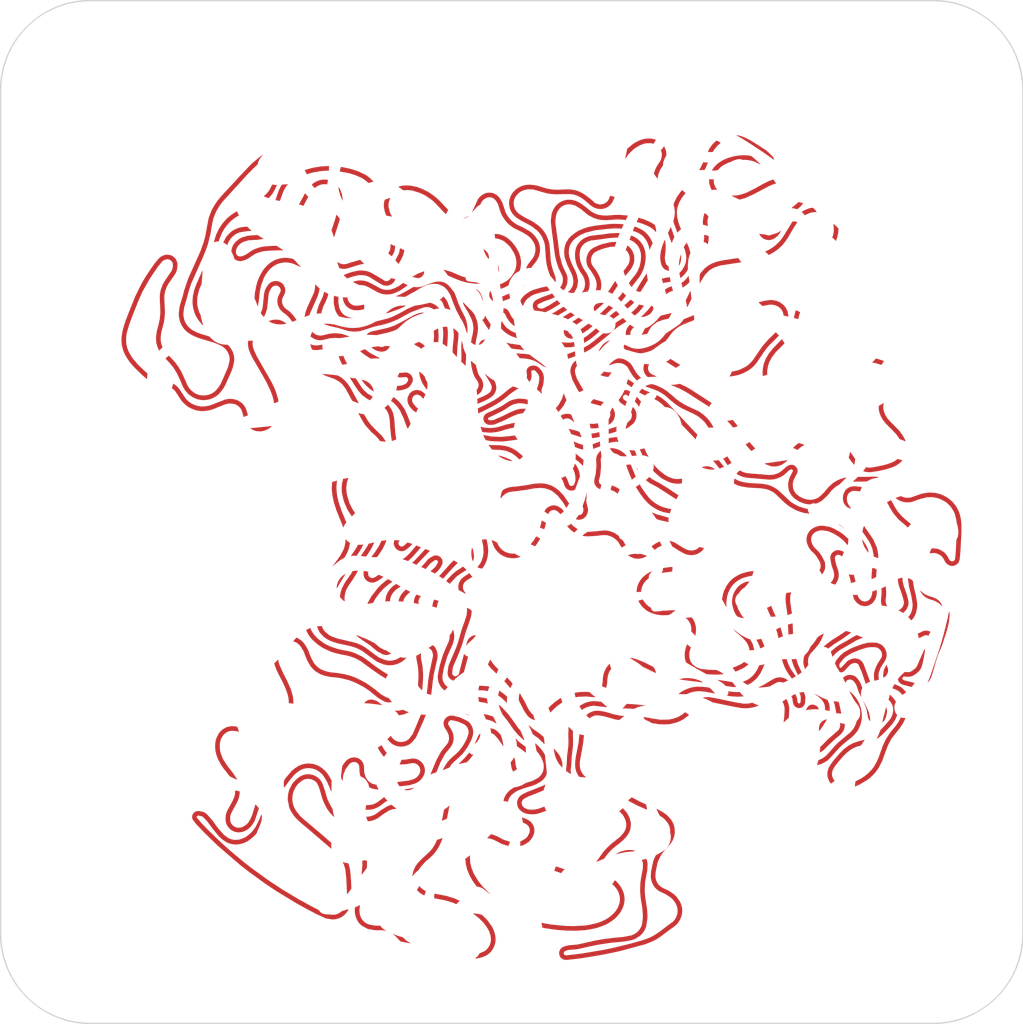
<source format=kicad_pcb>
(kicad_pcb (version 20240108) (generator "pcbnew") (generator_version "8.0")
  (layers (0 "F.Cu" signal) (31 "B.Cu" signal) (34 "B.Paste" user) (35 "F.Paste" user) (36 "B.SilkS" user "B.Silkscreen") (37 "F.SilkS" user "F.Silkscreen") (38 "B.Mask" user) (39 "F.Mask" user) (44 "Edge.Cuts" user))
  (net 0 "")
  (footprint "MountingHole:MountingHole_2.2mm_M2" (layer "F.Cu") (at 157 85)
    (property "Reference" "H2" (hide yes))
    (property "Value" "M2")
    (pad "" np_thru_hole circle (at 0 0) (size 2.2 2.2) (drill 2.2) (layers "*.Cu" "*.Mask"))
  )
  (footprint "MountingHole:MountingHole_2.2mm_M2" (layer "F.Cu") (at 125 85)
    (property "Reference" "H1" (hide yes))
    (property "Value" "M2")
    (pad "" np_thru_hole circle (at 0 0) (size 2.2 2.2) (drill 2.2) (layers "*.Cu" "*.Mask"))
  )
  (footprint "MountingHole:MountingHole_2.2mm_M2" (layer "F.Cu") (at 125 117)
    (property "Reference" "H3" (hide yes))
    (property "Value" "M2")
    (pad "" np_thru_hole circle (at 0 0) (size 2.2 2.2) (drill 2.2) (layers "*.Cu" "*.Mask"))
  )
  (footprint "MountingHole:MountingHole_2.2mm_M2" (layer "F.Cu") (at 157 117)
    (property "Reference" "H4" (hide yes))
    (property "Value" "M2")
    (pad "" np_thru_hole circle (at 0 0) (size 2.2 2.2) (drill 2.2) (layers "*.Cu" "*.Mask"))
  )
  (gr_poly (pts (xy 137.701951 102.480458) (xy 137.796071 102.516239) (xy 137.273295 103.065547) (xy 137.100145 102.985871) (xy 137.221691 102.877955) (xy 137.617566 102.447596)) (stroke (width -0.000001)) (fill solid) (layer "F.Cu"))
  (gr_poly (pts (xy 151.235218 92.714779) (xy 151.399604 92.754699) (xy 151.50971 92.808656) (xy 151.632229 92.899856) (xy 151.691703 92.968256) (xy 151.726431 93.016614) (xy 151.786391 93.14319) (xy 151.800105 93.188871) (xy 151.824608 93.338329) (xy 151.823636 93.360805) (xy 151.704928 93.332487) (xy 151.643101 93.316097) (xy 151.637828 93.314961) (xy 151.616325 93.201367) (xy 151.569508 93.104649) (xy 151.505489 93.027406) (xy 151.416888 92.962413) (xy 151.315707 92.916652) (xy 151.208766 92.892634) (xy 151.145397 92.888577) (xy 151.077647 92.892472) (xy 150.809729 92.942372) (xy 150.807942 92.940506) (xy 150.760232 92.899207) (xy 150.668221 92.810522) (xy 150.657105 92.797946) (xy 150.861006 92.745368) (xy 151.056957 92.71413) (xy 151.148724 92.708693)) (stroke (width -0.000001)) (fill solid) (layer "F.Cu"))
  (gr_poly (pts (xy 157.581471 100.25507) (xy 157.765658 100.300264) (xy 157.902133 100.357548) (xy 158.026924 100.425136) (xy 158.141735 100.507896) (xy 158.249 100.605589) (xy 158.348232 100.722915) (xy 158.407462 100.810301) (xy 158.425557 100.8473) (xy 158.453552 100.893956) (xy 158.508806 101.021504) (xy 158.546372 101.14881) (xy 158.573227 101.278146) (xy 158.593108 101.461275) (xy 158.596435 101.740636) (xy 158.590838 101.905833) (xy 158.556922 102.531575) (xy 158.526736 102.858644) (xy 158.489655 102.97305) (xy 158.427505 103.037717) (xy 158.367218 103.078854) (xy 158.312126 103.09857) (xy 158.253138 103.111391) (xy 158.176219 103.104658) (xy 158.114876 103.084534) (xy 158.030494 103.0322) (xy 158.001119 103.005019) (xy 157.95122 102.935158) (xy 157.892071 102.819618) (xy 157.829187 102.739938) (xy 157.796328 102.708457) (xy 157.710074 102.654417) (xy 157.582851 102.606304) (xy 157.488813 102.601031) (xy 157.356718 102.618068) (xy 157.356718 102.617989) (xy 157.374975 102.540662) (xy 157.405483 102.469746) (xy 157.432015 102.429501) (xy 157.486946 102.420903) (xy 157.649549 102.436968) (xy 157.730686 102.466583) (xy 157.796977 102.497008) (xy 157.91503 102.573362) (xy 157.962907 102.619935) (xy 158.002014 102.665778) (xy 158.047452 102.729228) (xy 158.121123 102.867651) (xy 158.143602 102.892398) (xy 158.192444 102.922096) (xy 158.216951 102.929317) (xy 158.239099 102.930615) (xy 158.291598 102.915361) (xy 158.339795 102.86903) (xy 158.349772 102.828948) (xy 158.363649 102.6816) (xy 158.377687 102.518755) (xy 158.399513 102.08369) (xy 158.412087 102.069166) (xy 158.455497 101.968959) (xy 158.471886 101.866644) (xy 158.475132 101.769197) (xy 158.474971 101.744206) (xy 158.471886 101.720837) (xy 158.471644 101.695523) (xy 158.452008 101.577628) (xy 158.425153 101.467929) (xy 158.409494 101.432228) (xy 158.395049 101.302731) (xy 158.33898 101.080411) (xy 158.291676 100.972172) (xy 158.201291 100.826366) (xy 158.118449 100.728838) (xy 158.027493 100.646401) (xy 157.934589 100.579055) (xy 157.745941 100.483961) (xy 157.631777 100.448748) (xy 157.472097 100.422214) (xy 157.388606 100.417184) (xy 157.227789 100.428868) (xy 156.965224 100.494833) (xy 156.644889 100.609888) (xy 156.530159 100.622952) (xy 156.483584 100.623277) (xy 156.37202 100.615163) (xy 156.302079 100.601856) (xy 156.186945 100.560556) (xy 156.089742 100.507896) (xy 156.027504 100.459457) (xy 156.021826 100.453858) (xy 156.070671 100.432518) (xy 156.114 100.41897) (xy 156.223048 100.376127) (xy 156.266134 100.399253) (xy 156.351086 100.428868) (xy 156.441151 100.441689) (xy 156.487806 100.443716) (xy 156.574705 100.437551) (xy 156.6143 100.432601) (xy 156.72611 100.395196) (xy 157.045715 100.281683) (xy 157.292132 100.241681) (xy 157.393554 100.237707)) (stroke (width -0.000001)) (fill solid) (layer "F.Cu"))
  (gr_poly (pts (xy 145.749923 95.941742) (xy 145.785301 95.967706) (xy 145.751548 96.012819) (xy 145.702459 96.104831) (xy 145.693695 96.125764) (xy 145.593002 96.049252) (xy 145.49377 95.983041) (xy 145.54732 95.802995)) (stroke (width -0.000001)) (fill solid) (layer "F.Cu"))
  (gr_poly (pts (xy 130.183405 109.384376) (xy 130.260974 109.398007) (xy 130.268844 109.416425) (xy 130.300569 109.511198) (xy 130.319475 109.595742) (xy 130.319556 109.596634) (xy 130.260244 109.579677) (xy 130.160443 109.562637) (xy 130.042143 109.556553) (xy 129.969849 109.566208) (xy 129.867289 109.602233) (xy 129.80319 109.641424) (xy 129.755805 109.680046) (xy 129.707608 109.73311) (xy 129.635233 109.851411) (xy 129.602291 109.938554) (xy 129.57803 110.057176) (xy 129.573 110.151298) (xy 129.584683 110.320474) (xy 129.62079 110.464249) (xy 129.691057 110.639834) (xy 129.725865 110.707341) (xy 129.882057 110.940777) (xy 129.912403 110.980698) (xy 130.068514 111.177945) (xy 130.216105 111.395397) (xy 130.258864 111.477753) (xy 130.216023 111.456332) (xy 130.062103 111.385903) (xy 129.956623 111.33219) (xy 129.88441 111.233767) (xy 129.719861 111.026053) (xy 129.643428 110.917489) (xy 129.508251 110.675534) (xy 129.447803 110.513257) (xy 129.406747 110.346274) (xy 129.39344 110.189432) (xy 129.393359 110.147242) (xy 129.403664 110.005656) (xy 129.420054 109.925084) (xy 129.455836 109.812706) (xy 129.518556 109.691485) (xy 129.569105 109.618543) (xy 129.633854 109.547951) (xy 129.700144 109.49432) (xy 129.791587 109.439224) (xy 129.839297 109.419104) (xy 129.934635 109.389893) (xy 130.035733 109.376508)) (stroke (width -0.000001)) (fill solid) (layer "F.Cu"))
  (gr_poly (pts (xy 144.212674 96.589633) (xy 144.607088 96.704932) (xy 144.581935 96.727082) (xy 144.54591 96.766435) (xy 144.513129 96.806031) (xy 144.482377 96.851549) (xy 144.402374 96.826559) (xy 144.144191 96.755805) (xy 144.085935 96.728949) (xy 144.106786 96.692437) (xy 144.166018 96.620548) (xy 144.204235 96.58574)) (stroke (width -0.000001)) (fill solid) (layer "F.Cu"))
  (gr_poly (pts (xy 135.690038 108.379637) (xy 135.759655 108.416636) (xy 135.817913 108.463046) (xy 135.936294 108.561063) (xy 135.903026 108.552463) (xy 135.795599 108.53307) (xy 135.485326 108.494203) (xy 135.25408 108.47806) (xy 135.228035 108.475543) (xy 135.256596 108.437976) (xy 135.340736 108.373714) (xy 135.386012 108.354403) (xy 135.442403 108.339311) (xy 135.540094 108.335985)) (stroke (width -0.000001)) (fill solid) (layer "F.Cu"))
  (gr_poly (pts (xy 136.835876 108.77811) (xy 136.933731 108.8173) (xy 136.97365 108.8302) (xy 136.940465 108.848618) (xy 136.797661 108.907444) (xy 136.67149 108.937301) (xy 136.578667 108.947607) (xy 136.574692 108.94769) (xy 136.540694 108.892271) (xy 136.500125 108.838475) (xy 136.449171 108.787847) (xy 136.414687 108.763503) (xy 136.480085 108.770238) (xy 136.605281 108.76537) (xy 136.745002 108.735267)) (stroke (width -0.000001)) (fill solid) (layer "F.Cu"))
  (gr_poly (pts (xy 137.148747 111.805389) (xy 137.082052 111.84531) (xy 137.004564 111.870463) (xy 136.928618 111.883039) (xy 136.849428 111.877684) (xy 136.779486 111.856263) (xy 136.80123 111.853505) (xy 137.053815 111.810743) (xy 137.187369 111.775773)) (stroke (width -0.000001)) (fill solid) (layer "F.Cu"))
  (gr_poly (pts (xy 139.052663 94.332034) (xy 139.059644 94.366761) (xy 139.068649 94.393212) (xy 139.097939 94.536098) (xy 139.117737 94.6118) (xy 139.143865 94.686853) (xy 139.173722 94.759391) (xy 139.209669 94.828196) (xy 139.20983 94.828521) (xy 139.21129 94.888726) (xy 139.209018 94.991934) (xy 139.209261 95.026256) (xy 139.194332 95.260015) (xy 139.191005 95.283059) (xy 139.166907 95.257257) (xy 139.051447 95.148126) (xy 139.024104 95.120781) (xy 139.029702 95.022199) (xy 139.029458 94.987958) (xy 139.031569 94.889375) (xy 139.024508 94.588675) (xy 139.040738 94.297063)) (stroke (width -0.000001)) (fill solid) (layer "F.Cu"))
  (gr_poly (pts (xy 151.331124 93.97194) (xy 151.456563 94.094703) (xy 151.376804 94.179899) (xy 151.031479 94.525143) (xy 150.83204 94.791197) (xy 150.808672 94.829657) (xy 150.575075 95.17336) (xy 150.463509 95.300909) (xy 150.359813 95.393407) (xy 150.237375 95.478685) (xy 150.055138 95.573129) (xy 149.876794 95.63731) (xy 149.695531 95.677392) (xy 149.510132 95.703844) (xy 149.536664 95.671794) (xy 149.576663 95.601042) (xy 149.603601 95.525744) (xy 149.605792 95.507569) (xy 149.731395 95.488663) (xy 149.913551 95.436897) (xy 150.146743 95.323628) (xy 150.25133 95.250279) (xy 150.336606 95.173847) (xy 150.437544 95.057656) (xy 150.588948 94.836554) (xy 150.800883 94.526928) (xy 151.037726 94.252842) (xy 151.330069 93.97113)) (stroke (width -0.000001)) (fill solid) (layer "F.Cu"))
  (gr_poly (pts (xy 146.477902 99.704624) (xy 146.54841 99.746412) (xy 146.835964 99.902035) (xy 147.133094 100.086383) (xy 147.441664 100.293854) (xy 147.524506 100.342292) (xy 147.442962 100.502625) (xy 147.346812 100.446476) (xy 146.699572 100.028694) (xy 146.636041 99.993479) (xy 146.432057 99.886375) (xy 146.322356 99.81619) (xy 146.249251 99.754607) (xy 146.273512 99.734808) (xy 146.364874 99.643285) (xy 146.376478 99.629247)) (stroke (width -0.000001)) (fill solid) (layer "F.Cu"))
  (gr_poly (pts (xy 141.543537 94.819514) (xy 141.695349 94.842801) (xy 141.791822 94.917692) (xy 142.020471 95.085) (xy 142.187129 95.209953) (xy 142.318898 95.322411) (xy 142.353463 95.354379) (xy 142.211066 95.286872) (xy 142.060553 95.184069) (xy 141.922455 95.105203) (xy 141.822005 95.06293) (xy 141.680419 95.021874) (xy 141.524877 94.998101) (xy 141.304909 94.983333) (xy 141.27286 94.928159) (xy 141.201052 94.830387) (xy 141.172167 94.796633)) (stroke (width -0.000001)) (fill solid) (layer "F.Cu"))
  (gr_poly (pts (xy 150.433892 103.412172) (xy 150.411986 103.478137) (xy 150.404035 103.496718) (xy 150.317216 103.505724) (xy 150.082075 103.566496) (xy 149.957773 103.619887) (xy 149.832088 103.692181) (xy 149.735371 103.766746) (xy 149.643685 103.859894) (xy 149.551267 103.991663) (xy 149.475891 104.144446) (xy 149.430127 104.294715) (xy 149.404567 104.454558) (xy 149.396374 104.588355) (xy 149.405299 104.712496) (xy 149.407571 104.725884) (xy 149.397915 104.712578) (xy 149.30201 104.546488) (xy 149.27499 104.492775) (xy 149.229065 104.427456) (xy 149.232879 104.379181) (xy 149.265335 104.215363) (xy 149.310122 104.07483) (xy 149.397104 103.899571) (xy 149.510779 103.738754) (xy 149.614961 103.633193) (xy 149.656503 103.598061) (xy 149.737724 103.539154) (xy 149.906167 103.443816) (xy 150.024062 103.396513) (xy 150.179848 103.353428) (xy 150.322975 103.322757) (xy 150.46213 103.309206)) (stroke (width -0.000001)) (fill solid) (layer "F.Cu"))
  (gr_poly (pts (xy 132.222581 88.205421) (xy 132.159293 88.288425) (xy 132.103063 88.383845) (xy 132.055191 88.481698) (xy 131.926911 88.832135) (xy 131.753843 88.800491) (xy 131.763418 88.7755) (xy 131.889263 88.412973) (xy 131.956203 88.274875) (xy 132.00586 88.19544) (xy 132.075963 88.189355) (xy 132.246192 88.181971)) (stroke (width -0.000001)) (fill solid) (layer "F.Cu"))
  (gr_poly (pts (xy 145.62911 98.584264) (xy 145.701892 98.590836) (xy 145.798041 98.590593) (xy 145.807858 98.589214) (xy 145.831551 98.639032) (xy 145.891675 98.788002) (xy 145.704243 98.81137) (xy 145.612799 98.59749) (xy 145.601523 98.580451)) (stroke (width -0.000001)) (fill solid) (layer "F.Cu"))
  (gr_poly (pts (xy 140.19964 98.382958) (xy 140.478269 98.386773) (xy 140.664402 98.403975) (xy 140.773369 98.423853) (xy 140.890615 98.457202) (xy 141.005022 98.501664) (xy 141.152613 98.584589) (xy 141.270588 98.672299) (xy 141.437246 98.817293) (xy 141.410065 98.858512) (xy 141.360814 98.905085) (xy 141.309371 98.941679) (xy 141.303368 98.944437) (xy 141.264502 98.911658) (xy 141.155289 98.810235) (xy 140.997394 98.698911) (xy 140.831224 98.626699) (xy 140.73491 98.599274) (xy 140.588861 98.575581) (xy 140.47048 98.566169) (xy 140.228525 98.559111) (xy 140.180734 98.500367) (xy 140.091076 98.376874)) (stroke (width -0.000001)) (fill solid) (layer "F.Cu"))
  (gr_poly (pts (xy 145.677143 92.714697) (xy 145.765504 92.776606) (xy 145.79301 92.793239) (xy 145.741567 92.854094) (xy 145.576288 93.005904) (xy 145.525577 93.045256) (xy 145.404113 92.908618) (xy 145.461153 92.867968) (xy 145.612475 92.729221) (xy 145.646066 92.688733)) (stroke (width -0.000001)) (fill solid) (layer "F.Cu"))
  (gr_poly (pts (xy 150.359896 98.332247) (xy 150.527689 98.515946) (xy 150.376203 98.617855) (xy 150.223258 98.448681) (xy 150.152504 98.357724) (xy 150.305775 98.26255)) (stroke (width -0.000001)) (fill solid) (layer "F.Cu"))
  (gr_poly (pts (xy 134.417785 92.605648) (xy 134.464764 92.605566) (xy 134.570812 92.608487) (xy 134.580061 92.674209) (xy 134.588096 92.700499) (xy 134.617792 92.768006) (xy 134.65406 92.817744) (xy 134.703717 92.863749) (xy 134.757837 92.896773) (xy 134.837839 92.92509) (xy 134.903643 92.931256) (xy 134.990542 92.928092) (xy 135.099511 92.913325) (xy 135.206857 92.885981) (xy 135.21059 92.884764) (xy 135.216351 92.897421) (xy 135.228603 92.971258) (xy 135.225439 93.052072) (xy 135.219921 93.069355) (xy 135.214404 93.071221) (xy 135.082554 93.098077) (xy 135.004011 93.107084) (xy 134.8978 93.111221) (xy 134.800029 93.100917) (xy 134.718891 93.075845) (xy 134.636209 93.034627) (xy 134.586879 93.000468) (xy 134.518559 92.935963) (xy 134.48578 92.894825) (xy 134.456081 92.846791) (xy 134.417866 92.758188) (xy 134.403748 92.709505) (xy 134.390441 92.601914)) (stroke (width -0.000001)) (fill solid) (layer "F.Cu"))
  (gr_poly (pts (xy 136.366815 112.508699) (xy 136.494852 112.611014) (xy 136.401786 112.615801) (xy 136.331438 112.627974) (xy 136.226688 112.664971) (xy 136.157558 112.699537) (xy 135.963474 112.824409) (xy 135.791055 112.953338) (xy 135.746754 112.981249) (xy 135.653444 113.027663) (xy 135.562082 113.063362) (xy 135.46926 113.086405) (xy 135.371163 113.09606) (xy 135.348282 113.05257) (xy 135.319964 112.977112) (xy 135.30471 112.919745) (xy 135.441916 112.90863) (xy 135.585856 112.861164) (xy 135.658718 112.824733) (xy 135.727767 112.77735) (xy 135.900268 112.651177) (xy 136.115285 112.517542) (xy 136.20397 112.479488) (xy 136.290301 112.452875) (xy 136.301336 112.45101)) (stroke (width -0.000001)) (fill solid) (layer "F.Cu"))
  (gr_poly (pts (xy 136.177762 94.512566) (xy 136.234721 94.517923) (xy 136.208595 94.566038) (xy 136.173868 94.611556) (xy 136.125996 94.658292) (xy 136.066683 94.695128) (xy 136.012321 94.71452) (xy 135.952115 94.726773) (xy 135.895887 94.730587) (xy 135.788784 94.713061) (xy 135.719735 94.692857) (xy 135.6489 94.659833) (xy 135.604762 94.632896) (xy 135.502364 94.563116) (xy 135.564435 94.547862) (xy 135.666913 94.531878) (xy 135.766227 94.51914) (xy 135.770932 94.518653) (xy 135.786269 94.525711) (xy 135.901323 94.550135) (xy 135.933048 94.547943) (xy 135.993983 94.530417) (xy 136.017999 94.514352) (xy 136.025789 94.506319)) (stroke (width -0.000001)) (fill solid) (layer "F.Cu"))
  (gr_poly (pts (xy 144.454385 98.337115) (xy 144.461931 98.427827) (xy 144.215108 98.522435) (xy 144.18817 98.528359) (xy 144.17259 98.410708) (xy 144.166424 98.346852) (xy 144.189709 98.340442) (xy 144.450409 98.24194)) (stroke (width -0.000001)) (fill solid) (layer "F.Cu"))
  (gr_poly (pts (xy 141.69056 109.360845) (xy 141.864197 109.509978) (xy 142.075321 109.65108) (xy 142.245468 109.794695) (xy 142.251229 109.816277) (xy 142.27354 109.936769) (xy 142.283035 110.0575) (xy 142.283035 110.088983) (xy 142.26129 110.062775) (xy 142.051384 109.85774) (xy 141.818029 109.689618) (xy 141.793931 109.621381) (xy 141.748413 109.510952) (xy 141.652425 109.318897)) (stroke (width -0.000001)) (fill solid) (layer "F.Cu"))
  (gr_poly (pts (xy 133.784498 95.614267) (xy 133.922595 95.627168) (xy 134.063858 95.643234) (xy 134.199197 95.662057) (xy 134.326829 95.738328) (xy 134.422978 95.813218) (xy 134.514015 95.901578) (xy 134.650084 96.080245) (xy 134.717348 96.195137) (xy 135.013099 96.744122) (xy 134.994113 96.740795) (xy 134.924658 96.718725) (xy 134.759054 96.651055) (xy 134.496977 96.174366) (xy 134.377865 96.018986) (xy 134.302 95.946123) (xy 134.22078 95.883485) (xy 134.058585 95.793745) (xy 133.747662 95.68721) (xy 133.571914 95.601042)) (stroke (width -0.000001)) (fill solid) (layer "F.Cu"))
  (gr_poly (pts (xy 133.846651 87.578544) (xy 133.842999 87.647674) (xy 133.5595 87.662198) (xy 133.278356 87.707879) (xy 133.087112 87.756805) (xy 132.978954 87.793642) (xy 132.954288 87.738468) (xy 132.898546 87.629661) (xy 132.961753 87.607592) (xy 133.153565 87.553066) (xy 133.243547 87.531727) (xy 133.543598 87.483125) (xy 133.850545 87.467709)) (stroke (width -0.000001)) (fill solid) (layer "F.Cu"))
  (gr_poly (pts (xy 144.902676 92.980914) (xy 144.96142 93.030895) (xy 144.855371 93.111546) (xy 144.707616 93.249076) (xy 144.653173 93.303358) (xy 144.553942 93.284128) (xy 144.447893 93.253296) (xy 144.457305 93.245101) (xy 144.779019 92.940425) (xy 144.80539 92.920384)) (stroke (width -0.000001)) (fill solid) (layer "F.Cu"))
  (gr_poly (pts (xy 148.077708 105.167361) (xy 148.125095 105.245171) (xy 148.149599 105.294425) (xy 148.178565 105.378482) (xy 148.201201 105.477959) (xy 148.209722 105.58352) (xy 148.206151 105.691515) (xy 148.186191 105.81225) (xy 148.177103 105.837403) (xy 148.172318 105.831398) (xy 148.085905 105.732003) (xy 148.024239 105.678939) (xy 148.029352 105.638451) (xy 148.029837 105.590011) (xy 148.023102 105.502543) (xy 147.994299 105.391304) (xy 147.966791 105.330124) (xy 147.929957 105.269757) (xy 147.88314 105.211987) (xy 147.80622 105.147076) (xy 147.833807 105.139529) (xy 147.906914 105.129713) (xy 147.98018 105.123545) (xy 148.040142 105.120623)) (stroke (width -0.000001)) (fill solid) (layer "F.Cu"))
  (gr_poly (pts (xy 152.487185 108.203162) (xy 152.490756 108.25298) (xy 152.473959 108.486577) (xy 152.447105 108.552788) (xy 152.400288 108.611532) (xy 152.344058 108.650316) (xy 152.295212 108.662892) (xy 152.252938 108.667679) (xy 152.201254 108.665164) (xy 152.144943 108.647882) (xy 152.069727 108.598143) (xy 152.037191 108.547108) (xy 152.017637 108.500696) (xy 151.994676 108.392862) (xy 151.983639 108.301745) (xy 151.952401 108.22523) (xy 151.940879 108.201376) (xy 152.055691 108.136871) (xy 152.095287 108.119994) (xy 152.157602 108.256551) (xy 152.166366 108.299065) (xy 152.173179 108.371847) (xy 152.189732 108.448523) (xy 152.201415 108.471484) (xy 152.232573 108.487876) (xy 152.247746 108.487956) (xy 152.280932 108.476842) (xy 152.296348 108.452094) (xy 152.299836 108.441139) (xy 152.306085 108.352457) (xy 152.310386 108.254601) (xy 152.29789 108.171517) (xy 152.256185 108.06628) (xy 152.263244 108.064334) (xy 152.371158 108.048187) (xy 152.43185 108.044211)) (stroke (width -0.000001)) (fill solid) (layer "F.Cu"))
  (gr_poly (pts (xy 142.081893 102.020565) (xy 142.110858 102.04231) (xy 142.093414 102.077605) (xy 141.960184 102.282317) (xy 141.907445 102.34528) (xy 141.897139 102.337409) (xy 141.787523 102.281343) (xy 141.738839 102.266496) (xy 141.873285 102.093184) (xy 141.955236 101.952164)) (stroke (width -0.000001)) (fill solid) (layer "F.Cu"))
  (gr_poly (pts (xy 138.123872 102.713162) (xy 138.201278 102.758113) (xy 138.252801 102.817995) (xy 138.27349 102.856048) (xy 138.286798 102.895237) (xy 138.294019 102.93175) (xy 138.286066 103.021164) (xy 138.27138 103.062384) (xy 138.196571 103.195126) (xy 138.101153 103.314076) (xy 138.062206 103.345556) (xy 137.990398 103.407222) (xy 137.922242 103.368275) (xy 137.853924 103.332575) (xy 137.820574 103.31724) (xy 138.013766 103.14547) (xy 138.111862 102.976214) (xy 138.114215 102.948708) (xy 138.107724 102.925746) (xy 138.082408 102.89329) (xy 138.05823 102.880796) (xy 138.028695 102.876089) (xy 138.002163 102.88177) (xy 137.977173 102.894427) (xy 137.820818 103.004775) (xy 137.630466 103.229772) (xy 137.45464 103.148958) (xy 137.52807 103.079747) (xy 137.724994 102.848664) (xy 137.792257 102.797952) (xy 137.943824 102.711703) (xy 137.985692 102.700506) (xy 138.026261 102.695149)) (stroke (width -0.000001)) (fill solid) (layer "F.Cu"))
  (gr_poly (pts (xy 155.556881 96.736718) (xy 155.55686 96.736779) (xy 155.55684 96.736839) (xy 155.556821 96.7369) (xy 155.539133 96.842462) (xy 155.541243 96.96344) (xy 155.565177 97.078007) (xy 155.616943 97.200282) (xy 155.689481 97.322396) (xy 155.724454 97.369537) (xy 155.74636 97.391121) (xy 155.786119 97.437044) (xy 156.164551 97.819776) (xy 156.308652 98.020838) (xy 156.368205 98.128508) (xy 156.399528 98.203724) (xy 156.409747 98.242103) (xy 156.391736 98.233096) (xy 156.332587 98.206806) (xy 156.17177 98.145952) (xy 156.13956 98.09224) (xy 156.067348 97.983188) (xy 155.883242 97.786589) (xy 155.654432 97.559078) (xy 155.525337 97.402642) (xy 155.441281 97.252861) (xy 155.392597 97.128475) (xy 155.379047 97.075815) (xy 155.361601 96.973581) (xy 155.359653 96.848952) (xy 155.556902 96.736657)) (stroke (width -0.000001)) (fill solid) (layer "F.Cu"))
  (gr_poly (pts (xy 145.25222 94.996964) (xy 145.318349 95.006864) (xy 145.382285 95.023983) (xy 145.445169 95.049136) (xy 145.502613 95.07997) (xy 145.587889 95.140579) (xy 145.645499 95.191291) (xy 145.683716 95.237377) (xy 145.738403 95.328984) (xy 145.843803 95.511626) (xy 145.92697 95.625464) (xy 146.05598 95.754069) (xy 146.064578 95.760641) (xy 146.030662 95.772649) (xy 145.967457 95.805916) (xy 145.898652 95.853058) (xy 145.859298 95.816707) (xy 145.759906 95.70636) (xy 145.651341 95.543919) (xy 145.534744 95.338072) (xy 145.501721 95.303749) (xy 145.443951 95.257582) (xy 145.405492 95.231212) (xy 145.366059 95.210521) (xy 145.321918 95.19332) (xy 145.278428 95.182122) (xy 145.231205 95.175468) (xy 145.145036 95.170925) (xy 145.077366 95.179121) (xy 145.02268 95.192833) (xy 144.830787 95.253362) (xy 144.797764 95.25823) (xy 144.805227 95.246871) (xy 144.865026 95.183827) (xy 144.944218 95.11421) (xy 145.021626 95.054979) (xy 145.109255 95.010839) (xy 145.163454 94.991934)) (stroke (width -0.000001)) (fill solid) (layer "F.Cu"))
  (gr_poly (pts (xy 142.934578 108.297932) (xy 142.977256 108.450877) (xy 142.943908 108.468972) (xy 142.789179 108.580132) (xy 142.651323 108.702164) (xy 142.506815 108.84813) (xy 142.502921 108.836041) (xy 142.473629 108.755066) (xy 142.43671 108.664434) (xy 142.556959 108.542645) (xy 142.58487 108.520088) (xy 142.677693 108.439272) (xy 142.84638 108.318053) (xy 142.925976 108.272373)) (stroke (width -0.000001)) (fill solid) (layer "F.Cu"))
  (gr_poly (pts (xy 140.013426 95.651833) (xy 140.120854 95.73638) (xy 140.235746 95.815003) (xy 140.30585 95.851028) (xy 140.346257 95.919673) (xy 140.36995 95.976307) (xy 140.394939 96.102477) (xy 140.395022 96.141181) (xy 140.390721 96.197653) (xy 140.366623 96.285526) (xy 140.328974 96.365529) (xy 140.278506 96.433198) (xy 140.237206 96.474336) (xy 140.109333 96.562615) (xy 139.950544 96.646105) (xy 139.683922 96.760431) (xy 139.661365 96.772925) (xy 139.659744 96.749639) (xy 139.652198 96.577544) (xy 139.661772 96.572676) (xy 139.940321 96.449913) (xy 140.017239 96.408452) (xy 140.12345 96.335102) (xy 140.160207 96.294371) (xy 140.175703 96.271408) (xy 140.199884 96.218019) (xy 140.214244 96.162764) (xy 140.215462 96.137124) (xy 140.215299 96.110105) (xy 140.197043 96.026045) (xy 140.162883 95.957727) (xy 139.974967 95.642666) (xy 139.939753 95.573617)) (stroke (width -0.000001)) (fill solid) (layer "F.Cu"))
  (gr_poly (pts (xy 141.930974 88.221973) (xy 142.038646 88.247775) (xy 142.077999 88.261974) (xy 142.356384 88.347737) (xy 142.562151 88.383845) (xy 142.748123 88.39634) (xy 142.860822 88.394473) (xy 143.146594 88.381004) (xy 143.255724 88.384656) (xy 143.294995 88.384493) (xy 143.471472 88.411675) (xy 143.563239 88.437801) (xy 143.70499 88.497763) (xy 143.839517 88.573871) (xy 144.039848 88.722436) (xy 144.259572 88.91157) (xy 144.354585 88.951895) (xy 144.426635 88.968448) (xy 144.46404 88.969827) (xy 144.534469 88.964553) (xy 144.598325 88.948082) (xy 144.663398 88.915545) (xy 144.711433 88.879357) (xy 144.749241 88.842846) (xy 144.795979 88.771443) (xy 144.849285 88.632777) (xy 144.94357 88.655983) (xy 145.026979 88.674239) (xy 145.00694 88.733633) (xy 144.936834 88.886904) (xy 144.880036 88.966419) (xy 144.796951 89.041473) (xy 144.750054 89.073036) (xy 144.659261 89.117256) (xy 144.608792 89.132835) (xy 144.557025 89.142896) (xy 144.464365 89.149387) (xy 144.362294 89.140381) (xy 144.222004 89.094861) (xy 144.108978 89.024758) (xy 143.818339 88.778908) (xy 143.704339 88.70069) (xy 143.545958 88.622879) (xy 143.429361 88.586123) (xy 143.283556 88.564216) (xy 142.981395 88.567055) (xy 142.742686 88.575818) (xy 142.545032 88.562592) (xy 142.410586 88.543525) (xy 142.155161 88.476018) (xy 141.865171 88.391796) (xy 141.720501 88.378002) (xy 141.610072 88.382303) (xy 141.505727 88.402831) (xy 141.427428 88.430418) (xy 141.35911 88.464415) (xy 141.266936 88.529163) (xy 141.175574 88.626043) (xy 141.112043 88.738501) (xy 141.089974 88.800572) (xy 141.078047 88.865645) (xy 141.075774 88.904673) (xy 141.078857 88.981998) (xy 141.084943 89.019403) (xy 141.12048 89.137135) (xy 141.136627 89.171132) (xy 141.196995 89.25795) (xy 141.292089 89.346472) (xy 141.538508 89.495768) (xy 141.822735 89.640275) (xy 142.063311 89.811478) (xy 142.18088 89.926451) (xy 142.238733 89.993877) (xy 142.326282 90.122482) (xy 142.354924 90.175628) (xy 142.438334 90.378068) (xy 142.478254 90.550732) (xy 142.528398 91.198623) (xy 142.553876 91.332258) (xy 142.587953 91.466137) (xy 142.629173 91.594092) (xy 142.706092 91.801321) (xy 142.718181 91.858767) (xy 142.723456 91.910127) (xy 142.720453 91.961893) (xy 142.712015 92.015851) (xy 142.595987 91.863635) (xy 142.54357 91.801645) (xy 142.500487 91.755964) (xy 142.497485 91.747363) (xy 142.415859 91.51766) (xy 142.378454 91.370961) (xy 142.350462 91.223046) (xy 142.330502 91.016548) (xy 142.29975 90.571908) (xy 142.265428 90.427076) (xy 142.19289 90.253034) (xy 142.146478 90.175384) (xy 142.093577 90.100087) (xy 141.998076 89.994202) (xy 141.787035 89.829734) (xy 141.589626 89.719385) (xy 141.406089 89.628916) (xy 141.182148 89.488628) (xy 141.053948 89.367001) (xy 140.970455 89.24083) (xy 140.933537 89.149306) (xy 140.908223 89.052589) (xy 140.899865 88.998713) (xy 140.896215 88.899886) (xy 140.900272 88.838626) (xy 140.918526 88.745966) (xy 140.964291 88.629126) (xy 141.036908 88.511313) (xy 141.149286 88.3935) (xy 141.194803 88.357149) (xy 141.273346 88.306519) (xy 141.356838 88.265301) (xy 141.45672 88.230087) (xy 141.545324 88.210126) (xy 141.636522 88.200146) (xy 141.729912 88.19828)) (stroke (width -0.000001)) (fill solid) (layer "F.Cu"))
  (gr_poly (pts (xy 150.244271 87.053496) (xy 150.374014 87.078487) (xy 150.580997 87.252772) (xy 150.743681 87.411317) (xy 150.467078 87.28539) (xy 150.355593 87.25472) (xy 150.219118 87.231595) (xy 150.106985 87.224942) (xy 150.06658 87.227782) (xy 150.038423 87.226889) (xy 150.034368 87.225347) (xy 149.972213 87.204981) (xy 149.910956 87.198572) (xy 149.845394 87.202466) (xy 149.711517 87.241819) (xy 149.641005 87.268919) (xy 149.577962 87.305431) (xy 149.571389 87.310218) (xy 149.504774 87.329854) (xy 149.383555 87.381945) (xy 149.235882 87.465599) (xy 149.158718 87.523937) (xy 149.057946 87.631933) (xy 148.983621 87.64313) (xy 148.898912 87.646295) (xy 148.831081 87.641021) (xy 148.843251 87.617328) (xy 148.923905 87.507304) (xy 149.045369 87.384379) (xy 149.139084 87.314275) (xy 149.242778 87.251231) (xy 149.401891 87.176745) (xy 149.517516 87.135771) (xy 149.692611 87.087817) (xy 149.888235 87.057553) (xy 150.020816 87.046518) (xy 150.062927 87.047898) (xy 150.10309 87.045058)) (stroke (width -0.000001)) (fill solid) (layer "F.Cu"))
  (gr_poly (pts (xy 136.253383 88.72422) (xy 136.227987 88.765358) (xy 136.189608 88.878141) (xy 136.177031 88.952707) (xy 136.175247 88.986542) (xy 136.177031 89.065165) (xy 136.228798 89.273204) (xy 136.277319 89.378684) (xy 136.319593 89.448383) (xy 136.272856 89.437591) (xy 136.184253 89.424934) (xy 136.117233 89.410085) (xy 136.08575 89.396211) (xy 136.02725 89.231337) (xy 135.99739 89.075226) (xy 135.995363 88.984838) (xy 136.004368 88.886498) (xy 136.026844 88.796109) (xy 136.079908 88.765033) (xy 136.175814 88.733633) (xy 136.251517 88.723977)) (stroke (width -0.000001)) (fill solid) (layer "F.Cu"))
  (gr_poly (pts (xy 137.394679 115.631563) (xy 137.440197 115.689817) (xy 137.519145 115.758464) (xy 137.608885 115.814932) (xy 137.640528 115.828647) (xy 137.59079 115.96204) (xy 137.579026 115.997494) (xy 137.492776 115.955464) (xy 137.37983 115.877166) (xy 137.301207 115.804059) (xy 137.288874 115.787266) (xy 137.327658 115.721463) (xy 137.35346 115.679513) (xy 137.39054 115.624744)) (stroke (width -0.000001)) (fill solid) (layer "F.Cu"))
  (gr_poly (pts (xy 134.274738 88.366805) (xy 134.308004 88.435042) (xy 134.348898 88.549935) (xy 134.360825 88.601945) (xy 134.387763 88.817773) (xy 134.387763 88.834001) (xy 134.320418 88.686248) (xy 134.285854 88.601539) (xy 134.241227 88.432852) (xy 134.218995 88.309278) (xy 134.216723 88.279825)) (stroke (width -0.000001)) (fill solid) (layer "F.Cu"))
  (gr_poly (pts (xy 141.422236 92.209529) (xy 141.422885 92.207825) (xy 141.456638 92.139831) (xy 141.49453 92.08636)) (stroke (width -0.000001)) (fill solid) (layer "F.Cu"))
  (gr_poly (pts (xy 151.602858 107.480378) (xy 151.656002 107.496443) (xy 151.736898 107.534742) (xy 151.800996 107.583261) (xy 151.810247 107.592432) (xy 151.721237 107.63227) (xy 151.613242 107.674462) (xy 151.587765 107.662857) (xy 151.522933 107.64793) (xy 151.496321 107.645334) (xy 151.431977 107.651176) (xy 151.401471 107.658802) (xy 151.363578 107.672921) (xy 151.321468 107.693366) (xy 151.175257 107.776533) (xy 151.106532 107.817508) (xy 150.995696 107.84039) (xy 150.790823 107.859782) (xy 150.688345 107.862867) (xy 150.643149 107.862867) (xy 150.856868 107.761929) (xy 150.940685 107.711705) (xy 151.083326 107.622128) (xy 151.238381 107.534093) (xy 151.29372 107.507561) (xy 151.352706 107.485895) (xy 151.401795 107.47397) (xy 151.452589 107.467152) (xy 151.501918 107.465368)) (stroke (width -0.000001)) (fill solid) (layer "F.Cu"))
  (gr_poly (pts (xy 142.586574 92.458867) (xy 142.687511 92.596073) (xy 142.670878 92.605891) (xy 142.521664 92.674615) (xy 142.269727 92.759486) (xy 142.024122 92.878192) (xy 142.011951 92.894582) (xy 142.002133 92.951622) (xy 142.020713 92.997628) (xy 142.048706 93.019617) (xy 142.112076 93.041199) (xy 142.174958 93.046879) (xy 142.225102 93.037224) (xy 142.241169 93.031219) (xy 142.518093 92.882492) (xy 142.778954 92.71559) (xy 142.807353 92.750804) (xy 142.903257 92.850848) (xy 142.778224 92.932311) (xy 142.568561 93.060348) (xy 142.318006 93.186437) (xy 142.255528 93.171183) (xy 142.167981 93.154955) (xy 142.083352 93.141811) (xy 141.888214 93.120147) (xy 141.882373 93.115441) (xy 141.849106 93.058644) (xy 141.82233 92.977506) (xy 141.828577 92.879003) (xy 141.853893 92.808169) (xy 141.898113 92.749831) (xy 141.926837 92.725327) (xy 141.961646 92.703014) (xy 142.071101 92.649625) (xy 142.205629 92.591853) (xy 142.524503 92.477124) (xy 142.577405 92.44621)) (stroke (width -0.000001)) (fill solid) (layer "F.Cu"))
  (gr_poly (pts (xy 140.827897 94.3838) (xy 140.950333 94.417554) (xy 141.168515 94.448548) (xy 141.331604 94.467373) (xy 141.362842 94.517679) (xy 141.431729 94.60612) (xy 141.489338 94.667785) (xy 141.427997 94.659509) (xy 141.048674 94.616424) (xy 140.987496 94.604984) (xy 140.950091 94.566524) (xy 140.796657 94.377877) (xy 140.788706 94.366112)) (stroke (width -0.000001)) (fill solid) (layer "F.Cu"))
  (gr_poly (pts (xy 137.5787 93.203963) (xy 137.545596 93.216783) (xy 137.351187 93.281775) (xy 137.221691 93.333623) (xy 137.093898 93.392691) (xy 136.996613 93.451112) (xy 136.901762 93.513263) (xy 136.813808 93.581664) (xy 136.629623 93.746618) (xy 136.517651 93.853559) (xy 136.380608 93.911573) (xy 136.15058 93.982651) (xy 135.71941 94.082045) (xy 135.545774 94.072634) (xy 135.431936 94.069551) (xy 135.322887 94.072715) (xy 135.348769 94.038068) (xy 135.396397 93.996282) (xy 135.458388 93.956443) (xy 135.484838 93.947275) (xy 136.148715 93.797329) (xy 136.398053 93.712946) (xy 136.671085 93.575821) (xy 137.170817 93.300193) (xy 137.3834 93.221246) (xy 137.47314 93.205667) (xy 137.523933 93.201854)) (stroke (width -0.000001)) (fill solid) (layer "F.Cu"))
  (gr_poly (pts (xy 153.213538 101.541278) (xy 153.441538 101.583064) (xy 153.618176 101.655846) (xy 153.837493 101.77723) (xy 153.979 101.878571) (xy 154.156613 102.037523) (xy 154.170974 102.053587) (xy 154.172842 102.080119) (xy 154.166591 102.171725) (xy 154.151174 102.262681) (xy 154.140628 102.297571) (xy 153.997095 102.131643) (xy 153.812909 101.97821) (xy 153.607549 101.851471) (xy 153.416789 101.764734) (xy 153.331837 101.741528) (xy 153.130454 101.716131) (xy 153.01637 101.730494) (xy 152.89207 101.778771) (xy 152.841357 101.813498) (xy 152.792915 101.855852) (xy 152.777986 101.874758) (xy 152.731576 101.963442) (xy 152.715023 102.030382) (xy 152.712914 102.06373) (xy 152.717782 102.133833) (xy 152.757053 102.254567) (xy 152.819286 102.358181) (xy 152.847358 102.393072) (xy 152.866994 102.410028) (xy 153.024891 102.569305) (xy 153.13808 102.732475) (xy 153.238853 102.931587) (xy 153.254512 102.983274) (xy 153.265142 103.084778) (xy 153.266929 103.134517) (xy 153.259138 103.202347) (xy 153.244454 103.261498) (xy 153.218813 103.324705) (xy 153.147247 103.429455) (xy 153.139052 103.437) (xy 153.03901 103.271721) (xy 153.061158 103.237967) (xy 153.074305 103.203321) (xy 153.082907 103.16689) (xy 153.08696 103.128349) (xy 153.078927 103.021977) (xy 153.047692 102.939864) (xy 152.920953 102.730041) (xy 152.834457 102.627724) (xy 152.712996 102.512587) (xy 152.630072 102.401346) (xy 152.568164 102.2626) (xy 152.539765 102.159229) (xy 152.533028 102.061863) (xy 152.537898 101.999144) (xy 152.564998 101.895529) (xy 152.632667 101.768791) (xy 152.668531 101.725868) (xy 152.735066 101.668584) (xy 152.809954 101.618766) (xy 152.899124 101.579983) (xy 152.978885 101.554504) (xy 153.088505 101.53852) (xy 153.131345 101.536572)) (stroke (width -0.000001)) (fill solid) (layer "F.Cu"))
  (gr_poly (pts (xy 148.903214 87.991783) (xy 148.902158 88.024481) (xy 148.910921 88.13337) (xy 148.931448 88.204852) (xy 148.959281 88.273252) (xy 148.996522 88.338975) (xy 149.04269 88.393581) (xy 148.906215 88.393987) (xy 148.829944 88.409241) (xy 148.796679 88.349766) (xy 148.761628 88.263435) (xy 148.733634 88.163391) (xy 148.72698 88.112923) (xy 148.722355 88.028133) (xy 148.72552 87.986427) (xy 148.904269 87.986427)) (stroke (width -0.000001)) (fill solid) (layer "F.Cu"))
  (gr_poly (pts (xy 144.343793 108.40463) (xy 144.475725 108.420695) (xy 144.503636 108.425075) (xy 144.692527 108.593681) (xy 144.73691 108.63563) (xy 144.572847 108.617696) (xy 144.226547 108.578021) (xy 144.197823 108.577697) (xy 144.082851 108.590598) (xy 143.921222 108.639524) (xy 143.805196 108.700296) (xy 143.747587 108.744924) (xy 143.651438 108.6078) (xy 143.645756 108.597252) (xy 143.713264 108.545809) (xy 143.854364 108.472704) (xy 143.958628 108.436921) (xy 144.06987 108.410631) (xy 144.19539 108.398055)) (stroke (width -0.000001)) (fill solid) (layer "F.Cu"))
  (gr_poly (pts (xy 145.427074 92.493919) (xy 145.472999 92.537086) (xy 145.450036 92.570677) (xy 145.320375 92.726301) (xy 145.276157 92.768898) (xy 145.155745 92.641997) (xy 145.152015 92.638265) (xy 145.229582 92.558587) (xy 145.342445 92.412619) (xy 145.347071 92.405397)) (stroke (width -0.000001)) (fill solid) (layer "F.Cu"))
  (gr_poly (pts (xy 143.710019 109.706903) (xy 143.78483 109.723131) (xy 143.825237 109.730188) (xy 143.806575 109.927843) (xy 143.782557 110.108213) (xy 143.769413 110.170772) (xy 143.751237 110.278523) (xy 143.663202 110.76154) (xy 143.661418 110.823046) (xy 143.661823 110.865968) (xy 143.65947 110.90897) (xy 143.673833 111.020294) (xy 143.694604 111.091693) (xy 143.744584 111.196201) (xy 143.80917 111.287561) (xy 143.859639 111.335761) (xy 143.914895 111.377221) (xy 143.914084 111.377303) (xy 143.828562 111.377384) (xy 143.743123 111.370974) (xy 143.660688 111.358398) (xy 143.632532 111.352393) (xy 143.562591 111.238393) (xy 143.524699 111.150437) (xy 143.496624 111.0508) (xy 143.479261 110.913108) (xy 143.482264 110.861342) (xy 143.481858 110.82126) (xy 143.484373 110.743122) (xy 143.511393 110.556423) (xy 143.614113 110.021475) (xy 143.647948 109.690106)) (stroke (width -0.000001)) (fill solid) (layer "F.Cu"))
  (gr_poly (pts (xy 133.132387 105.57711) (xy 133.166059 105.648594) (xy 133.226427 105.74523) (xy 133.281439 105.819471) (xy 133.417914 105.960408) (xy 133.637475 106.124388) (xy 133.664738 106.139239) (xy 133.730866 106.179807) (xy 133.898253 106.259161) (xy 134.170879 106.352146) (xy 134.402936 106.406022) (xy 134.475717 106.416407) (xy 134.670775 106.457058) (xy 134.862749 106.517994) (xy 135.1215 106.642703) (xy 135.212131 106.698446) (xy 135.388688 106.822345) (xy 135.629184 107.009286) (xy 135.955686 107.234203) (xy 136.16121 107.360454) (xy 136.150093 107.372708) (xy 136.103358 107.443216) (xy 136.070496 107.515754) (xy 136.069766 107.517783) (xy 135.976376 107.45628) (xy 135.858725 107.385447) (xy 135.523703 107.154687) (xy 135.076062 106.82551) (xy 134.894473 106.726275) (xy 134.686192 106.648625) (xy 134.532514 106.610896) (xy 134.445048 106.593452) (xy 134.370481 106.58266) (xy 134.121305 106.524811) (xy 133.907017 106.456975) (xy 133.609726 106.318068) (xy 133.417022 106.190274) (xy 133.205169 106.004387) (xy 133.182612 105.976394) (xy 133.13969 105.930145) (xy 133.05417 105.813062) (xy 132.987312 105.693624) (xy 132.954125 105.61273) (xy 133.024635 105.575975) (xy 133.103502 105.541329) (xy 133.118269 105.536379)) (stroke (width -0.000001)) (fill solid) (layer "F.Cu"))
  (gr_poly (pts (xy 150.841046 107.079877) (xy 150.729724 107.309257) (xy 150.633007 107.446462) (xy 150.570532 107.518676) (xy 150.41231 107.656856) (xy 150.295227 107.728501) (xy 150.226423 107.761038) (xy 150.140252 107.712679) (xy 150.054571 107.646143) (xy 150.042075 107.634055) (xy 150.068202 107.628132) (xy 150.143253 107.602004) (xy 150.244759 107.550565) (xy 150.310399 107.508777) (xy 150.399492 107.433236) (xy 150.442089 107.393235) (xy 150.51714 107.303577) (xy 150.591871 107.187712) (xy 150.643879 107.087182) (xy 150.674389 106.999389) (xy 150.708547 106.994683) (xy 150.803641 106.974803) (xy 150.881697 106.951921)) (stroke (width -0.000001)) (fill solid) (layer "F.Cu"))
  (gr_poly (pts (xy 141.434975 112.956177) (xy 141.529501 112.99123) (xy 141.639444 113.042024) (xy 141.717985 113.096628) (xy 141.765939 113.140526) (xy 141.79953 113.182959) (xy 141.850485 113.274891) (xy 141.867768 113.322519) (xy 141.886186 113.415261) (xy 141.887728 113.456316) (xy 141.877503 113.54703) (xy 141.854623 113.623218) (xy 141.805372 113.729185) (xy 141.708818 113.859574) (xy 141.650641 113.910609) (xy 141.528041 113.98964) (xy 141.446495 114.030779) (xy 141.331604 114.064449) (xy 141.331604 114.03313) (xy 141.334687 113.937955) (xy 141.340692 113.87491) (xy 141.383289 113.862255) (xy 141.542969 113.766915) (xy 141.580699 113.733649) (xy 141.619402 113.686832) (xy 141.687884 113.556442) (xy 141.702001 113.508081) (xy 141.707762 113.453069) (xy 141.702164 113.398949) (xy 141.683908 113.342481) (xy 141.650316 113.283247) (xy 141.631005 113.259474) (xy 141.575183 113.213629) (xy 141.548812 113.197324) (xy 141.460614 113.157161) (xy 141.433352 113.146934) (xy 141.431161 113.11797) (xy 141.418017 113.029365) (xy 141.39838 112.944736)) (stroke (width -0.000001)) (fill solid) (layer "F.Cu"))
  (gr_poly (pts (xy 145.300578 89.73967) (xy 145.378065 89.750299) (xy 145.37401 89.758494) (xy 145.301227 89.920933) (xy 145.284108 89.9185) (xy 145.15169 89.909655) (xy 145.019676 89.907627) (xy 144.717275 89.927587) (xy 144.263629 89.981139) (xy 143.89031 90.074285) (xy 143.67156 90.172058) (xy 143.494759 90.294983) (xy 143.419057 90.362814) (xy 143.371752 90.412309) (xy 143.294509 90.533368) (xy 143.265786 90.604608) (xy 143.23828 90.719743) (xy 143.229192 90.855163) (xy 143.252478 91.024012) (xy 143.300756 91.170387) (xy 143.378082 91.357087) (xy 143.490214 91.572996) (xy 143.546525 91.716855) (xy 143.588799 91.915644) (xy 143.592448 91.969602) (xy 143.573788 92.135287) (xy 143.545226 92.231274) (xy 143.468469 92.377323) (xy 143.419543 92.435094) (xy 143.355931 92.429901) (xy 143.277874 92.420732) (xy 143.202821 92.402233) (xy 143.198034 92.400448) (xy 143.287938 92.316712) (xy 143.354713 92.217075) (xy 143.378731 92.163361) (xy 143.399827 92.090093) (xy 143.406317 92.051065) (xy 143.412242 91.968223) (xy 143.402992 91.890816) (xy 143.373214 91.764484) (xy 143.327532 91.649105) (xy 143.175235 91.340534) (xy 143.076165 91.058983) (xy 143.049389 90.864981) (xy 143.061398 90.687125) (xy 143.095312 90.548054) (xy 143.133935 90.453121) (xy 143.235441 90.295144) (xy 143.317065 90.210112) (xy 143.492162 90.071527) (xy 143.613546 89.998989) (xy 143.831159 89.904463) (xy 144.039604 89.84369) (xy 144.293567 89.79671) (xy 144.862999 89.734152) (xy 145.018297 89.728067)) (stroke (width -0.000001)) (fill solid) (layer "F.Cu"))
  (gr_poly (pts (xy 149.871521 105.741659) (xy 149.956148 105.80016) (xy 149.998585 105.826288) (xy 150.141714 105.904261) (xy 150.211085 105.937284) (xy 150.283867 105.963654) (xy 150.320705 105.973147) (xy 150.395838 106.099076) (xy 150.440467 106.198064) (xy 150.478926 106.357501) (xy 150.480467 106.398556) (xy 150.400871 106.406835) (xy 150.318676 106.41016) (xy 150.30115 106.409428) (xy 150.299607 106.371782) (xy 150.269181 106.252914) (xy 150.205975 106.124309) (xy 150.123863 106.016964) (xy 149.956311 105.846733) (xy 149.757439 105.679832) (xy 149.642713 105.563479)) (stroke (width -0.000001)) (fill solid) (layer "F.Cu"))
  (gr_poly (pts (xy 152.876487 108.123807) (xy 152.949187 108.158533) (xy 153.039821 108.210218) (xy 153.125179 108.256063) (xy 153.348311 108.346128) (xy 153.376545 108.396595) (xy 153.415329 108.496314) (xy 153.43594 108.590354) (xy 153.442026 108.720662) (xy 153.434642 108.784764) (xy 153.434519 108.784722) (xy 153.4344 108.784681) (xy 153.297921 108.752306) (xy 153.257597 108.744924) (xy 153.262384 108.677172) (xy 153.257355 108.611613) (xy 153.240881 108.539724) (xy 153.213865 108.473109) (xy 153.175242 108.404789) (xy 153.131426 108.346937) (xy 152.999008 108.220443) (xy 152.942698 108.18028) (xy 152.834215 108.107256)) (stroke (width -0.000001)) (fill solid) (layer "F.Cu"))
  (gr_poly (pts (xy 139.339975 110.405668) (xy 139.400018 110.465303) (xy 139.43864 110.483318) (xy 139.470933 110.490295) (xy 139.496491 110.487373) (xy 139.381844 110.639347) (xy 139.248858 110.785638) (xy 139.031569 110.833512) (xy 138.922842 110.864018) (xy 138.957244 110.822883) (xy 139.179971 110.596426) (xy 139.330077 110.417026) (xy 139.339247 110.403558)) (stroke (width -0.000001)) (fill solid) (layer "F.Cu"))
  (gr_poly (pts (xy 139.346387 103.392212) (xy 139.455923 103.537613) (xy 139.225246 103.684229) (xy 139.148733 103.755226) (xy 139.11571 103.809345) (xy 139.104999 103.833524) (xy 139.088122 103.919695) (xy 139.08796 103.940303) (xy 139.094451 103.993286) (xy 139.109542 104.043349) (xy 139.142809 104.105094) (xy 139.208693 104.206195) (xy 139.201067 104.202543) (xy 139.018586 104.106638) (xy 138.92479 104.050328) (xy 138.917245 104.024038) (xy 138.908157 103.949877) (xy 138.909375 103.901357) (xy 138.921544 103.825087) (xy 138.93826 103.766423) (xy 138.977612 103.688205) (xy 139.011932 103.638629) (xy 139.074815 103.575584) (xy 139.118388 103.540047) (xy 139.260135 103.443977) (xy 139.346143 103.39197)) (stroke (width -0.000001)) (fill solid) (layer "F.Cu"))
  (gr_poly (pts (xy 140.269093 102.119633) (xy 140.342282 102.151442) (xy 140.412141 102.18633) (xy 140.432102 102.197609) (xy 140.445571 102.236879) (xy 140.493848 102.331001) (xy 140.556325 102.414573) (xy 140.642008 102.495306) (xy 140.706918 102.539284) (xy 140.779456 102.574985) (xy 140.891347 102.612795) (xy 141.028632 102.629186) (xy 141.106363 102.623018) (xy 141.205189 102.67957) (xy 141.321786 102.740913) (xy 141.346858 102.753165) (xy 141.314727 102.76509) (xy 141.230505 102.788053) (xy 141.106119 102.806229) (xy 141.01776 102.808745) (xy 140.850938 102.787648) (xy 140.8025 102.774505) (xy 140.661156 102.7186) (xy 140.572553 102.666832) (xy 140.489791 102.601517) (xy 140.419931 102.531575) (xy 140.337332 102.419604) (xy 140.279157 102.304873) (xy 140.226659 102.15217) (xy 140.215055 102.103326)) (stroke (width -0.000001)) (fill solid) (layer "F.Cu"))
  (gr_poly (pts (xy 145.887212 99.27313) (xy 145.921046 99.331875) (xy 145.934352 99.388104) (xy 145.926401 99.375772) (xy 145.873418 99.258606)) (stroke (width -0.000001)) (fill solid) (layer "F.Cu"))
  (gr_poly (pts (xy 136.133297 112.2923) (xy 136.030089 112.353561) (xy 135.863918 112.484763) (xy 135.741967 112.557626) (xy 135.609143 112.610284) (xy 135.576931 112.620346) (xy 135.511614 112.634382) (xy 135.404267 112.645579) (xy 135.346902 112.646148) (xy 135.295218 112.641847) (xy 135.278828 112.638764) (xy 135.288158 112.563955) (xy 135.305929 112.460015) (xy 135.353069 112.466427) (xy 135.39721 112.46602) (xy 135.531006 112.446791) (xy 135.588695 112.429102) (xy 135.712026 112.369222) (xy 135.787972 112.317129) (xy 136.006966 112.152823)) (stroke (width -0.000001)) (fill solid) (layer "F.Cu"))
  (gr_poly (pts (xy 134.150839 92.573354) (xy 134.219726 92.58236) (xy 134.213315 92.733278) (xy 134.214371 92.756727) (xy 134.213884 92.782285) (xy 134.223863 92.871539) (xy 134.261674 93.043228) (xy 134.310682 93.1453) (xy 134.349142 93.203801) (xy 134.425655 93.280801) (xy 134.486184 93.323561) (xy 134.579899 93.36835) (xy 134.618765 93.380439) (xy 134.701933 93.398614) (xy 134.797513 93.405187) (xy 134.777635 93.409081) (xy 134.710858 93.412165) (xy 134.608947 93.412246) (xy 134.552069 93.409163) (xy 134.441396 93.396586) (xy 134.24285 93.34977) (xy 134.203254 93.308876) (xy 134.128607 93.18733) (xy 134.089336 93.094507) (xy 134.046657 92.901398) (xy 134.034081 92.786586) (xy 134.03473 92.758026) (xy 134.033756 92.73482) (xy 134.041869 92.546173)) (stroke (width -0.000001)) (fill solid) (layer "F.Cu"))
  (gr_poly (pts (xy 142.306484 111.691309) (xy 142.284252 111.764414) (xy 142.258369 111.836059) (xy 142.241248 111.890099) (xy 141.96189 112.004018) (xy 141.656482 112.123452) (xy 141.480331 112.21587) (xy 141.438788 112.250678) (xy 141.412093 112.289382) (xy 141.391728 112.339281) (xy 141.387507 112.362242) (xy 141.393756 112.427642) (xy 141.39968 112.455472) (xy 141.410553 112.480625) (xy 141.426942 112.506832) (xy 141.475951 112.553895) (xy 141.497777 112.571093) (xy 141.584107 112.616289) (xy 141.607312 112.624484) (xy 141.682609 112.637304) (xy 141.759043 112.642496) (xy 141.922616 112.635033) (xy 142.044811 112.604606) (xy 142.089843 112.59008) (xy 142.26348 112.525089) (xy 142.276867 112.521842) (xy 142.287984 112.552433) (xy 142.349894 112.690856) (xy 142.269727 112.712113) (xy 142.050005 112.79106) (xy 141.945823 112.813375) (xy 141.85154 112.821245) (xy 141.754093 112.822056) (xy 141.607395 112.807777) (xy 141.552788 112.795768) (xy 141.46102 112.757307) (xy 141.391728 112.716251) (xy 141.318054 112.653532) (xy 141.278946 112.60923) (xy 141.248518 112.558438) (xy 141.225555 112.501073) (xy 141.209166 112.402163) (xy 141.207218 112.349262) (xy 141.219714 112.287029) (xy 141.253954 112.203861) (xy 141.280323 112.160372) (xy 141.310833 112.124507) (xy 141.343856 112.093756) (xy 141.383777 112.064301) (xy 141.427267 112.038339) (xy 141.588245 111.957118) (xy 141.980957 111.80255) (xy 142.257963 111.6892) (xy 142.314111 111.65869)) (stroke (width -0.000001)) (fill solid) (layer "F.Cu"))
  (gr_poly (pts (xy 136.649502 103.916448) (xy 136.469698 104.03556) (xy 136.342311 104.174632) (xy 136.291356 104.257474) (xy 136.262551 104.328712) (xy 136.239346 104.433301) (xy 136.23675 104.490583) (xy 136.158938 104.493505) (xy 136.056541 104.500808) (xy 136.061895 104.404089) (xy 136.091836 104.273214) (xy 136.130783 104.177227) (xy 136.203077 104.058765) (xy 136.28097 103.965943) (xy 136.366653 103.88813) (xy 136.478299 103.814781)) (stroke (width -0.000001)) (fill solid) (layer "F.Cu"))
  (gr_poly (pts (xy 135.465934 94.786167) (xy 135.781563 94.953474) (xy 135.845338 94.993962) (xy 135.657257 94.993962) (xy 135.491249 95.000615) (xy 135.484109 95.001427) (xy 135.4536 94.98666) (xy 135.208156 94.828034) (xy 135.064296 94.705433) (xy 135.185599 94.659347) (xy 135.247995 94.634194) (xy 135.251646 94.633139)) (stroke (width -0.000001)) (fill solid) (layer "F.Cu"))
  (gr_poly (pts (xy 134.452431 114.712826) (xy 134.567567 114.735708) (xy 134.603916 114.738551) (xy 134.61276 114.760377) (xy 134.662255 114.931985) (xy 134.692277 115.159985) (xy 134.708342 115.38782) (xy 134.724894 115.730387) (xy 134.630448 115.859317) (xy 134.58704 115.915466) (xy 134.554098 115.948567) (xy 134.554746 115.933722) (xy 134.542414 115.678864) (xy 134.524077 115.307494) (xy 134.484805 114.961192) (xy 134.428576 114.781146) (xy 134.384436 114.689379)) (stroke (width -0.000001)) (fill solid) (layer "F.Cu"))
  (gr_poly (pts (xy 143.988407 108.039018) (xy 144.04431 108.044291) (xy 144.058185 108.059138) (xy 144.136158 108.130787) (xy 144.175429 108.163484) (xy 144.274013 108.237238) (xy 144.256892 108.239916) (xy 144.228251 108.240891) (xy 144.143463 108.23797) (xy 143.937369 108.215414) (xy 143.886739 108.214763) (xy 143.625878 108.226936) (xy 143.498411 108.246975) (xy 143.476664 108.166484) (xy 143.461168 108.071148) (xy 143.651842 108.042588) (xy 143.884628 108.035123)) (stroke (width -0.000001)) (fill solid) (layer "F.Cu"))
  (gr_poly (pts (xy 130.276066 111.906569) (xy 130.318258 111.918496) (xy 130.355743 111.935537) (xy 130.348604 112.051646) (xy 130.322639 112.174488) (xy 130.27566 112.30358) (xy 130.255538 112.340176) (xy 130.234766 112.386586) (xy 130.011311 112.800799) (xy 129.984291 112.906439) (xy 129.978368 112.987254) (xy 129.98567 113.074561) (xy 129.999221 113.128677) (xy 130.024536 113.181096) (xy 130.062022 113.232942) (xy 130.082631 113.255175) (xy 130.133748 113.29558) (xy 130.195414 113.326334) (xy 130.220811 113.335258) (xy 130.290509 113.349131) (xy 130.410674 113.33907) (xy 130.49092 113.309295) (xy 130.632427 113.211197) (xy 130.696688 113.137525) (xy 130.784561 112.990662) (xy 130.846551 112.839907) (xy 130.971667 112.437216) (xy 131.058161 112.527767) (xy 131.105139 112.587321) (xy 131.106033 112.588783) (xy 130.942295 113.076993) (xy 130.839735 113.246008) (xy 130.749428 113.347752) (xy 130.655632 113.420371) (xy 130.53936 113.484473) (xy 130.446375 113.515304) (xy 130.370349 113.52585) (xy 130.272333 113.529665) (xy 130.166934 113.506867) (xy 130.083037 113.472625) (xy 130.028025 113.441063) (xy 129.955649 113.382479) (xy 129.921328 113.344832) (xy 129.86802 113.269616) (xy 129.829073 113.186609) (xy 129.81528 113.139876) (xy 129.799944 113.021739) (xy 129.798484 112.984899) (xy 129.807409 112.87366) (xy 129.845788 112.730775) (xy 129.889441 112.642821) (xy 130.074355 112.305853) (xy 130.151275 112.121018) (xy 130.171073 112.02349) (xy 130.179186 111.893261)) (stroke (width -0.000001)) (fill solid) (layer "F.Cu"))
  (gr_poly (pts (xy 134.750535 95.759099) (xy 134.899343 95.775733) (xy 135.146896 96.159193) (xy 135.242965 96.268974) (xy 135.374247 96.378754) (xy 135.556971 96.484802) (xy 135.550479 96.501517) (xy 135.510478 96.566672) (xy 135.456764 96.630203) (xy 135.354449 96.58152) (xy 135.185518 96.457378) (xy 135.116145 96.396118) (xy 135.00531 96.269948) (xy 134.954922 96.202846) (xy 134.818771 95.993183) (xy 134.66615 95.744251)) (stroke (width -0.000001)) (fill solid) (layer "F.Cu"))
  (gr_poly (pts (xy 146.738355 96.462895) (xy 146.839779 96.523344) (xy 147.031427 96.673856) (xy 147.12717 96.768219) (xy 148.266517 97.978645) (xy 148.237228 98.035199) (xy 148.204042 98.126074) (xy 148.198362 98.163479) (xy 148.082658 98.033495) (xy 148.0158 97.966636) (xy 147.652056 97.586259) (xy 147.644347 97.552911) (xy 147.581871 97.350307) (xy 147.552499 97.291563) (xy 147.519477 97.232414) (xy 147.483613 97.176753) (xy 147.450021 97.130017) (xy 147.393629 97.067053) (xy 147.330099 97.010662) (xy 147.259346 96.963844) (xy 147.182996 96.930821) (xy 147.092363 96.904371) (xy 146.999297 96.894553) (xy 146.990939 96.894877) (xy 146.888217 96.78745) (xy 146.74087 96.673125) (xy 146.582813 96.584603) (xy 146.637174 96.516122) (xy 146.656649 96.48391) (xy 146.66614 96.442368) (xy 146.664924 96.428331)) (stroke (width -0.000001)) (fill solid) (layer "F.Cu"))
  (gr_poly (pts (xy 144.797276 94.328139) (xy 144.6892 94.416337) (xy 144.571387 94.53131) (xy 144.404403 94.733021) (xy 144.425742 94.659509) (xy 144.488057 94.546889) (xy 144.57171 94.442707) (xy 144.675811 94.357674) (xy 144.718979 94.332926) (xy 144.764009 94.313615) (xy 144.847827 94.288787)) (stroke (width -0.000001)) (fill solid) (layer "F.Cu"))
  (gr_poly (pts (xy 147.288963 103.175734) (xy 147.283119 103.291113) (xy 147.273952 103.328598) (xy 146.965543 103.367059) (xy 146.867932 103.388804) (xy 146.887243 103.347423) (xy 146.913775 103.262877) (xy 146.921484 103.193261) (xy 146.935845 103.189851) (xy 147.126361 103.163482) (xy 147.284418 103.146605)) (stroke (width -0.000001)) (fill solid) (layer "F.Cu"))
  (gr_poly (pts (xy 155.908802 100.651918) (xy 155.983446 100.793587) (xy 156.096554 100.970144) (xy 156.262888 101.164308) (xy 156.360256 101.252181) (xy 156.621765 101.477178) (xy 156.594664 101.503549) (xy 156.494457 101.609192) (xy 156.437174 101.545091) (xy 156.385082 101.504198) (xy 156.132822 101.28845) (xy 155.952776 101.077733) (xy 155.906124 101.01047) (xy 155.797641 100.829531) (xy 155.70287 100.648593) (xy 155.680718 100.616056) (xy 155.841535 100.534593)) (stroke (width -0.000001)) (fill solid) (layer "F.Cu"))
  (gr_poly (pts (xy 143.781015 93.498496) (xy 143.60178 93.625803) (xy 143.531027 93.671483) (xy 143.527052 93.667752) (xy 143.467901 93.621827) (xy 143.409157 93.582719) (xy 143.36948 93.558701) (xy 143.612733 93.399101)) (stroke (width -0.000001)) (fill solid) (layer "F.Cu"))
  (gr_poly (pts (xy 135.219272 91.289498) (xy 135.223572 91.293312) (xy 135.084015 91.318302) (xy 134.912081 91.366742) (xy 134.553854 91.476523) (xy 134.48578 91.487963) (xy 134.435554 91.489829) (xy 134.365856 91.486259) (xy 134.316767 91.478145) (xy 134.253155 91.46135) (xy 134.231167 91.407636) (xy 134.221024 91.370637) (xy 134.199034 91.30816) (xy 134.183213 91.244791) (xy 134.176398 91.20917) (xy 134.197088 91.231646) (xy 134.271167 91.273919) (xy 134.310276 91.291771) (xy 134.389629 91.308079) (xy 134.436447 91.31027) (xy 134.472473 91.308647) (xy 134.566268 91.288281) (xy 134.69179 91.245603) (xy 135.043039 91.143448) (xy 135.071274 91.138743)) (stroke (width -0.000001)) (fill solid) (layer "F.Cu"))
  (gr_poly (pts (xy 156.98202 104.071504) (xy 157.074598 104.153617) (xy 157.180161 104.222909) (xy 157.291806 104.275243) (xy 157.406213 104.314268) (xy 157.474448 104.332932) (xy 157.565973 104.370579) (xy 157.625046 104.401494) (xy 157.705129 104.456262) (xy 157.770445 104.530262) (xy 157.820101 104.616105) (xy 157.846552 104.702518) (xy 157.765739 104.61067) (xy 157.690926 104.553465) (xy 157.579362 104.489123) (xy 157.501956 104.457074) (xy 157.473641 104.450178) (xy 157.301787 104.394759) (xy 157.198498 104.338774) (xy 157.134723 104.291794) (xy 157.065351 104.218122) (xy 156.99768 104.117023) (xy 156.97431 104.06769) (xy 156.971797 104.061199)) (stroke (width -0.000001)) (fill solid) (layer "F.Cu"))
  (gr_poly (pts (xy 148.997984 86.481794) (xy 149.048047 86.487149) (xy 149.096808 86.505567) (xy 149.134215 86.534047) (xy 149.17032 86.570154) (xy 149.170402 86.570316) (xy 149.170444 86.570397) (xy 149.170485 86.570478) (xy 149.055266 86.667844) (xy 148.94492 86.798315) (xy 148.876358 86.899008) (xy 148.864997 86.920104) (xy 148.784589 86.921565) (xy 148.732092 86.921646) (xy 148.673023 86.913613) (xy 148.737772 86.77941) (xy 148.84536 86.630196) (xy 148.992872 86.481712)) (stroke (width -0.000001)) (fill solid) (layer "F.Cu"))
  (gr_poly (pts (xy 145.378228 93.440644) (xy 145.489713 93.548153) (xy 145.172625 93.745888) (xy 144.974403 93.904758) (xy 144.726768 94.125292) (xy 144.651552 94.184523) (xy 144.231739 94.524414) (xy 144.077821 94.631922) (xy 143.936071 94.712736) (xy 143.841302 94.761743) (xy 143.830998 94.712086) (xy 143.821585 94.637359) (xy 143.824668 94.567093) (xy 143.852581 94.553786) (xy 144.040983 94.442221) (xy 144.064353 94.423233) (xy 144.225492 94.303959) (xy 144.583881 94.006506) (xy 144.584206 94.006667) (xy 144.672567 94.019731) (xy 144.759871 94.012753) (xy 144.853992 93.98541) (xy 144.912006 93.956524) (xy 144.970262 93.905974) (xy 145.012132 93.854451) (xy 145.050753 93.758789) (xy 145.06195 93.657041) (xy 145.053025 93.613795) (xy 145.104952 93.573549) (xy 145.266745 93.467745) (xy 145.353319 93.414193)) (stroke (width -0.000001)) (fill solid) (layer "F.Cu"))
  (gr_poly (pts (xy 147.242632 93.246561) (xy 147.204495 93.325915) (xy 147.163441 93.399021) (xy 147.139992 93.435046) (xy 146.912884 93.486082) (xy 146.732268 93.551966) (xy 146.667765 93.584503) (xy 146.54703 93.670672) (xy 146.46151 93.760006) (xy 146.389863 93.862078) (xy 146.309701 94.02257) (xy 146.239272 94.040747) (xy 146.152616 94.056812) (xy 146.073829 94.067035) (xy 146.115212 94.012834) (xy 146.218095 93.813882) (xy 146.247061 93.80593) (xy 146.317652 93.778831) (xy 146.380128 93.742398) (xy 146.442524 93.699638) (xy 146.540052 93.621584) (xy 146.667277 93.503932) (xy 146.806675 93.345144) (xy 146.818681 93.329485) (xy 146.860875 93.314149) (xy 147.005544 93.277799) (xy 147.253667 93.219542)) (stroke (width -0.000001)) (fill solid) (layer "F.Cu"))
  (gr_poly (pts (xy 143.913108 100.550494) (xy 143.931365 100.67058) (xy 143.98435 100.87797) (xy 143.985241 100.899392) (xy 143.984673 100.929737) (xy 143.98581 100.953754) (xy 143.956275 101.071485) (xy 143.925604 101.130231) (xy 143.887631 101.184998) (xy 143.846738 101.224108) (xy 143.796675 101.258672) (xy 143.748073 101.279364) (xy 143.692737 101.29551) (xy 143.638618 101.302325) (xy 143.582955 101.300783) (xy 143.506525 101.277659) (xy 143.521453 101.25916) (xy 143.586851 101.164389) (xy 143.611923 101.12236) (xy 143.660038 101.118628) (xy 143.715131 101.09818) (xy 143.754646 101.063697) (xy 143.792781 100.992294) (xy 143.805601 100.944179) (xy 143.805032 100.931035) (xy 143.805601 100.900689) (xy 143.801056 100.871642) (xy 143.794648 100.842513) (xy 143.773226 100.768352) (xy 143.872215 100.489804) (xy 143.947187 100.226102)) (stroke (width -0.000001)) (fill solid) (layer "F.Cu"))
  (gr_poly (pts (xy 141.12251 110.688923) (xy 141.133139 110.743205) (xy 141.158941 110.923008) (xy 141.184094 111.016965) (xy 141.208355 111.055343) (xy 141.079506 111.141351) (xy 141.05833 111.15198) (xy 141.039505 111.128126) (xy 141.003399 111.045122) (xy 140.982789 110.957896) (xy 140.9565 110.788723) (xy 140.966073 110.779149) (xy 141.015568 110.719673) (xy 141.05833 110.657199) (xy 141.093543 110.595043)) (stroke (width -0.000001)) (fill solid) (layer "F.Cu"))
  (gr_poly (pts (xy 148.008497 107.503585) (xy 148.113167 107.519486) (xy 148.195521 107.538636) (xy 148.277554 107.563789) (xy 148.353581 107.59535) (xy 148.435855 107.636489) (xy 148.489324 107.668457) (xy 147.771169 107.579285) (xy 147.554367 107.542611) (xy 147.590392 107.532631) (xy 147.682806 107.513483) (xy 147.764273 107.500744) (xy 147.843949 107.497661) (xy 147.926223 107.49758)) (stroke (width -0.000001)) (fill solid) (layer "F.Cu"))
  (gr_poly (pts (xy 157.165477 106.42095) (xy 157.146326 106.568704) (xy 157.12377 106.696904) (xy 157.09821 106.821939) (xy 157.069569 106.946081) (xy 157.027862 107.078905) (xy 156.999628 107.137973) (xy 156.963683 107.1912) (xy 156.900231 107.260329) (xy 156.800838 107.340739) (xy 156.691544 107.408408) (xy 156.571459 107.443542) (xy 156.539087 107.442812) (xy 156.509551 107.445651) (xy 156.35701 107.433966) (xy 156.33218 107.440457) (xy 156.301349 107.463422) (xy 156.289827 107.487843) (xy 156.288121 107.517377) (xy 156.303539 107.552592) (xy 156.334454 107.574338) (xy 156.371778 107.588699) (xy 156.765785 107.684443) (xy 156.753452 107.704078) (xy 156.680914 107.80842) (xy 156.649837 107.842906) (xy 156.31206 107.758197) (xy 156.251854 107.734099) (xy 156.206174 107.706107) (xy 156.140693 107.639814) (xy 156.108241 107.543504) (xy 156.108806 107.536122) (xy 156.160087 107.471695) (xy 156.236194 107.389015) (xy 156.377456 107.255625) (xy 156.510604 107.265037) (xy 156.532595 107.263009) (xy 156.549065 107.263333) (xy 156.61649 107.242724) (xy 156.777875 107.128561) (xy 156.826721 107.074523) (xy 156.862262 107.014968) (xy 157.124661 106.421357) (xy 157.172777 106.340949)) (stroke (width -0.000001)) (fill solid) (layer "F.Cu"))
  (gr_poly (pts (xy 127.800284 96.007708) (xy 127.861138 96.052009) (xy 127.914608 96.10053) (xy 127.959478 96.149051) (xy 128.0024 96.204225) (xy 128.230805 96.549714) (xy 128.282328 96.609269) (xy 128.366064 96.685053) (xy 128.468703 96.757509) (xy 128.581973 96.811709) (xy 128.70222 96.849765) (xy 128.847621 96.872727) (xy 128.884377 96.871428) (xy 128.932005 96.872645) (xy 129.026694 96.864856) (xy 129.176881 96.835078) (xy 129.328935 96.782095) (xy 129.394576 96.752723) (xy 129.786394 96.601642) (xy 129.896986 96.58079) (xy 129.942586 96.576814) (xy 129.982749 96.5786) (xy 130.004252 96.577625) (xy 130.065673 96.580059) (xy 130.206692 96.606755) (xy 130.293673 96.642211) (xy 130.424793 96.724568) (xy 130.487594 96.787369) (xy 130.522483 96.828505) (xy 130.575061 96.911186) (xy 130.61133 96.994677) (xy 130.646382 97.107785) (xy 130.674943 97.2101) (xy 130.677053 97.215861) (xy 130.519644 97.282313) (xy 130.510719 97.28564) (xy 130.503091 97.262354) (xy 130.441832 97.054721) (xy 130.413839 96.990782) (xy 130.375541 96.932201) (xy 130.30844 96.861692) (xy 130.212859 96.802622) (xy 130.152248 96.778038) (xy 130.006198 96.757266) (xy 129.981857 96.758159) (xy 129.946156 96.75678) (xy 129.834022 96.774955) (xy 129.676289 96.83159) (xy 129.302808 96.983805) (xy 129.147347 97.026808) (xy 128.982392 97.050177) (xy 128.93241 97.052286) (xy 128.884782 97.050987) (xy 128.841536 97.052773) (xy 128.749281 97.0419) (xy 128.659136 97.024049) (xy 128.564447 96.996543) (xy 128.425943 96.938125) (xy 128.334338 96.885141) (xy 128.247682 96.82031) (xy 128.122161 96.700956) (xy 128.058548 96.621765) (xy 127.855783 96.307839) (xy 127.822354 96.264917) (xy 127.78576 96.22589) (xy 127.744704 96.189052) (xy 127.699023 96.156273) (xy 127.698982 96.156232) (xy 127.698942 96.156191) (xy 127.724176 96.086169) (xy 127.740809 96.029047) (xy 127.749248 95.977605)) (stroke (width -0.000001)) (fill solid) (layer "F.Cu"))
  (gr_poly (pts (xy 146.231075 95.211576) (xy 146.351485 95.224559) (xy 146.374853 95.225776) (xy 146.372744 95.228534) (xy 146.349458 95.279813) (xy 146.334608 95.344887) (xy 146.332095 95.371419) (xy 146.33315 95.401846) (xy 146.345887 95.460104) (xy 146.366983 95.506352) (xy 146.412909 95.565016) (xy 146.45137 95.594794) (xy 146.638878 95.689806) (xy 146.677825 95.704087) (xy 146.654294 95.705872) (xy 146.319519 95.721532) (xy 146.315055 95.718286) (xy 146.256149 95.65873) (xy 146.207302 95.589358) (xy 146.173793 95.512195) (xy 146.153832 95.415071) (xy 146.152046 95.365739) (xy 146.16511 95.27316) (xy 146.183042 95.211658) (xy 146.186938 95.204274)) (stroke (width -0.000001)) (fill solid) (layer "F.Cu"))
  (gr_poly (pts (xy 152.168554 93.132318) (xy 152.237604 93.161852) (xy 152.284178 93.177999) (xy 152.246284 93.305468) (xy 152.21237 93.455736) (xy 152.190948 93.448352) (xy 152.038735 93.412084) (xy 152.113949 93.103758)) (stroke (width -0.000001)) (fill solid) (layer "F.Cu"))
  (gr_poly (pts (xy 147.810925 96.096148) (xy 148.014096 96.213151) (xy 148.69201 96.65211) (xy 148.827837 96.73974) (xy 148.813879 96.750531) (xy 148.769742 96.805868) (xy 148.729821 96.886682) (xy 148.384983 96.66923) (xy 147.870481 96.337536) (xy 147.576598 96.176232) (xy 147.289771 96.056147) (xy 147.21488 96.033186) (xy 147.220643 96.033023) (xy 147.344055 96.023368) (xy 147.467223 96.007058) (xy 147.582766 95.988073)) (stroke (width -0.000001)) (fill solid) (layer "F.Cu"))
  (gr_poly (pts (xy 154.217953 108.009728) (xy 154.331711 108.10977) (xy 154.372765 108.150583) (xy 154.452199 108.24381) (xy 154.543563 108.38199) (xy 154.604741 108.507108) (xy 154.653828 108.650882) (xy 154.69091 108.836933) (xy 154.699915 109.045784) (xy 154.689531 109.136011) (xy 154.652449 109.296666) (xy 154.570498 109.490913) (xy 154.51914 109.576431) (xy 154.385424 109.734328) (xy 154.305909 109.807271) (xy 154.004479 110.051253) (xy 153.834411 110.206959) (xy 153.692335 110.361528) (xy 153.399834 110.682511) (xy 153.336463 110.732169) (xy 153.262384 110.779637) (xy 153.160636 110.832943) (xy 153.108705 110.855095) (xy 152.999251 110.888523) (xy 152.944646 110.898341) (xy 152.992031 110.744826) (xy 153.001444 110.701499) (xy 153.045745 110.687056) (xy 153.127695 110.649244) (xy 153.189116 110.614761) (xy 153.280967 110.547984) (xy 153.382388 110.443397) (xy 153.439429 110.380352) (xy 153.651365 110.138804) (xy 153.76593 110.022937) (xy 154.13576 109.711934) (xy 154.229313 109.636312) (xy 154.308909 109.552657) (xy 154.373579 109.470707) (xy 154.452687 109.318165) (xy 154.482223 109.238894) (xy 154.494475 109.179095) (xy 154.511756 109.164897) (xy 154.57537 109.083759) (xy 154.617238 108.996858) (xy 154.638576 108.890648) (xy 154.635007 108.791091) (xy 154.614722 108.697457) (xy 154.594356 108.643419) (xy 154.567986 108.594248) (xy 154.537558 108.543942) (xy 154.438649 108.416311) (xy 154.391021 108.343206) (xy 154.256333 108.09963) (xy 154.208702 108.000152)) (stroke (width -0.000001)) (fill solid) (layer "F.Cu"))
  (gr_poly (pts (xy 145.03566 90.617022) (xy 144.87225 90.628786) (xy 144.687496 90.670329) (xy 144.553861 90.706842) (xy 144.395153 90.768669) (xy 144.262897 90.835285) (xy 144.190359 90.897761) (xy 144.150926 90.957479) (xy 144.134699 90.98823) (xy 144.10914 91.063365) (xy 144.099485 91.13996) (xy 144.107274 91.237164) (xy 144.145975 91.340372) (xy 144.196121 91.414533) (xy 144.334542 91.601558) (xy 144.42128 91.767567) (xy 144.477023 91.916943) (xy 144.493901 91.998244) (xy 144.503715 92.087334) (xy 144.500957 92.175937) (xy 144.485137 92.293183) (xy 144.474749 92.326125) (xy 144.419739 92.323529) (xy 144.351096 92.323609) (xy 144.286753 92.326774) (xy 144.311093 92.247583) (xy 144.324157 92.120762) (xy 144.320344 92.060639) (xy 144.303792 91.964327) (xy 144.254702 91.835237) (xy 144.134619 91.625087) (xy 143.98581 91.421997) (xy 143.946213 91.329013) (xy 143.924712 91.232944) (xy 143.919276 91.138824) (xy 143.923819 91.084461) (xy 143.935422 91.016792) (xy 143.973314 90.90904) (xy 144.024188 90.822221) (xy 144.054291 90.78011) (xy 144.104758 90.73094) (xy 144.1889 90.668626) (xy 144.223464 90.649477) (xy 144.420064 90.562902) (xy 144.540553 90.522495) (xy 144.842064 90.451742) (xy 144.937322 90.441356) (xy 145.093513 90.43592)) (stroke (width -0.000001)) (fill solid) (layer "F.Cu"))
  (gr_poly (pts (xy 151.688458 99.069796) (xy 151.571212 99.148177) (xy 151.439037 99.198971) (xy 151.309379 99.220714) (xy 151.209498 99.217145) (xy 151.105478 99.198402) (xy 150.94531 99.132518) (xy 150.892081 99.098276) (xy 150.948391 99.093246) (xy 151.058497 99.080182) (xy 151.528614 99.009348) (xy 151.733735 98.980382) (xy 151.795318 98.975109)) (stroke (width -0.000001)) (fill solid) (layer "F.Cu"))
  (gr_poly (pts (xy 152.787725 89.10192) (xy 152.875192 89.185899) (xy 152.934907 89.268985) (xy 152.914138 89.269067) (xy 152.868454 89.268093) (xy 152.711129 89.290406) (xy 152.637617 89.31353) (xy 152.512259 89.369678) (xy 152.466252 89.398158) (xy 152.452621 89.37625) (xy 152.396717 89.313936) (xy 152.342759 89.263225) (xy 152.427632 89.211296) (xy 152.579196 89.143545) (xy 152.66991 89.115471) (xy 152.780179 89.097377)) (stroke (width -0.000001)) (fill solid) (layer "F.Cu"))
  (gr_poly (pts (xy 139.612439 92.286043) (xy 139.655604 92.312331) (xy 139.724491 92.371563) (xy 139.754757 92.410428) (xy 139.816826 92.527105) (xy 139.851393 92.629177) (xy 139.86892 92.750804) (xy 139.867944 92.765815) (xy 139.829404 92.633803) (xy 139.805956 92.563861) (xy 139.776177 92.501222) (xy 139.739259 92.437771) (xy 139.695932 92.38138) (xy 139.62242 92.304867) (xy 139.579174 92.273466)) (stroke (width -0.000001)) (fill solid) (layer "F.Cu"))
  (gr_poly (pts (xy 140.711949 93.028704) (xy 140.796901 93.065297) (xy 140.841201 93.100917) (xy 140.901244 93.183841) (xy 140.970862 93.328186) (xy 141.052894 93.442268) (xy 141.080073 93.473993) (xy 141.112285 93.73388) (xy 141.011187 93.658826) (xy 140.955852 93.605112) (xy 140.912199 93.553833) (xy 140.800877 93.393747) (xy 140.741726 93.266927) (xy 140.699697 93.216702) (xy 140.667891 93.203638) (xy 140.671135 93.173049) (xy 140.677628 93.081606) (xy 140.677628 93.025134)) (stroke (width -0.000001)) (fill solid) (layer "F.Cu"))
  (gr_poly (pts (xy 141.338664 108.125267) (xy 141.508891 108.422965) (xy 141.659404 108.721961) (xy 141.758799 108.858518) (xy 141.805697 108.903143) (xy 141.841885 108.92513) (xy 141.845942 108.948825) (xy 141.881967 109.066557) (xy 141.904928 109.12246) (xy 141.911907 109.137228) (xy 141.902089 109.136416) (xy 141.812675 109.111426) (xy 141.737379 109.073371) (xy 141.685611 109.037103) (xy 141.62054 108.973572) (xy 141.489985 108.788006) (xy 141.443575 108.69908) (xy 141.285598 108.386696) (xy 141.278946 108.376231) (xy 141.276835 108.321867) (xy 141.279756 108.23732) (xy 141.292171 108.155775) (xy 141.311075 108.085428)) (stroke (width -0.000001)) (fill solid) (layer "F.Cu"))
  (gr_poly (pts (xy 140.031358 107.811261) (xy 140.128238 107.833088) (xy 140.116717 107.856374) (xy 140.090427 107.921772) (xy 140.067383 107.99147) (xy 140.064706 108.003479) (xy 139.918494 107.978651) (xy 139.709724 107.973213) (xy 139.691956 107.975163) (xy 139.710535 107.869033) (xy 139.729604 107.795844) (xy 139.730009 107.794629)) (stroke (width -0.000001)) (fill solid) (layer "F.Cu"))
  (gr_poly (pts (xy 143.462708 94.529687) (xy 143.312115 94.553542) (xy 143.192112 94.558248) (xy 143.066671 94.551676) (xy 143.045656 94.510945) (xy 142.98253 94.405383) (xy 142.940988 94.360514) (xy 142.946749 94.360756) (xy 143.195357 94.378689) (xy 143.293292 94.374955) (xy 143.432527 94.350857)) (stroke (width -0.000001)) (fill solid) (layer "F.Cu"))
  (gr_poly (pts (xy 154.615287 100.009868) (xy 154.678251 100.021957) (xy 154.703327 100.027232) (xy 154.663729 100.109346) (xy 154.640197 100.170441) (xy 154.634031 100.20022) (xy 154.555976 100.184236) (xy 154.400027 100.172389) (xy 154.336824 100.179124) (xy 154.278562 100.199165) (xy 154.253006 100.212147) (xy 154.182415 100.27227) (xy 154.148822 100.32217) (xy 154.118802 100.404932) (xy 154.112555 100.464974) (xy 154.113285 100.486233) (xy 154.112878 100.508628) (xy 154.129836 100.613864) (xy 154.16213 100.688756) (xy 154.2754 100.866286) (xy 154.25049 100.864014) (xy 154.19053 100.846489) (xy 154.138196 100.815981) (xy 154.088943 100.776223) (xy 154.06079 100.74531) (xy 154.017945 100.690784) (xy 153.987195 100.629931) (xy 153.96837 100.561772) (xy 153.958877 100.493617) (xy 153.961635 100.388298) (xy 153.97681 100.317139) (xy 154.001801 100.251418) (xy 154.033036 100.188861) (xy 154.067686 100.13393) (xy 154.114176 100.091981) (xy 154.164805 100.055387) (xy 154.210165 100.032993) (xy 154.304852 100.002162) (xy 154.397268 99.992424)) (stroke (width -0.000001)) (fill solid) (layer "F.Cu"))
  (gr_poly (pts (xy 131.268716 87.030939) (xy 131.212811 87.090252) (xy 131.163153 87.153296) (xy 131.120232 87.222913) (xy 131.083637 87.299833) (xy 131.060838 87.375048) (xy 131.052643 87.416591) (xy 131.01037 87.449858) (xy 130.881198 87.567184) (xy 130.688087 87.765081) (xy 130.099914 88.408997) (xy 129.675559 88.873435) (xy 129.548252 89.048451) (xy 129.425084 89.261439) (xy 129.329097 89.503638) (xy 129.281631 89.705348) (xy 129.207065 90.138872) (xy 129.110591 90.525335) (xy 129.030426 90.750819) (xy 128.917481 91.031153) (xy 128.4485 92.086523) (xy 128.354136 92.386249) (xy 128.271293 92.692628) (xy 128.181797 92.996736) (xy 128.173683 93.042416) (xy 128.151127 93.231307) (xy 128.15348 93.332243) (xy 128.184719 93.480403) (xy 128.218067 93.562839) (xy 128.257175 93.638866) (xy 128.306589 93.712134) (xy 128.409716 93.818588) (xy 128.525176 93.899241) (xy 128.708468 93.98898) (xy 128.848594 94.039366) (xy 129.169822 94.136896) (xy 129.171445 94.138762) (xy 129.263456 94.234018) (xy 129.329665 94.290166) (xy 129.40196 94.339255) (xy 129.478717 94.382421) (xy 129.564724 94.415282) (xy 129.653814 94.438406) (xy 129.742255 94.451308) (xy 129.830696 94.457879) (xy 129.883274 94.457799) (xy 129.901124 94.472728) (xy 129.951836 94.526928) (xy 130.013907 94.609283) (xy 130.069324 94.70665) (xy 130.106892 94.801421) (xy 130.129854 94.900977) (xy 130.140564 95.026742) (xy 130.134479 95.119727) (xy 130.105918 95.259448) (xy 130.073057 95.380345) (xy 130.018532 95.525663) (xy 129.778849 96.060122) (xy 129.719455 96.159843) (xy 129.597666 96.321957) (xy 129.528617 96.395388) (xy 129.458594 96.453321) (xy 129.340456 96.525616) (xy 129.239844 96.571378) (xy 129.146941 96.598558) (xy 129.040731 96.61787) (xy 128.949368 96.62428) (xy 128.848514 96.61998) (xy 128.721045 96.595558) (xy 128.679502 96.583954) (xy 128.532073 96.520666) (xy 128.41004 96.439366) (xy 128.326954 96.368125) (xy 128.229426 96.257208) (xy 128.183502 96.188322) (xy 128.125649 96.083005) (xy 128.020575 95.830257) (xy 127.898137 95.572804) (xy 127.753223 95.341478) (xy 127.597762 95.156239) (xy 127.454066 95.002645) (xy 127.479787 94.971406) (xy 127.543967 94.915907) (xy 127.58762 94.890835) (xy 127.590459 94.889537) (xy 127.593218 94.892783) (xy 127.817242 95.132791) (xy 127.950552 95.313892) (xy 128.078995 95.529071) (xy 128.20622 95.807619) (xy 128.304398 96.038134) (xy 128.391784 96.172338) (xy 128.454261 96.241306) (xy 128.553737 96.321957) (xy 128.622218 96.365122) (xy 128.735081 96.413238) (xy 128.799505 96.430521) (xy 128.945798 96.444314) (xy 129.066208 96.432144) (xy 129.181263 96.401472) (xy 129.257614 96.366178) (xy 129.355143 96.306216) (xy 129.433847 96.234652) (xy 129.531376 96.115297) (xy 129.594745 96.018094) (xy 129.64359 95.924703) (xy 129.902585 95.323872) (xy 129.956704 95.09433) (xy 129.96068 95.030637) (xy 129.951755 94.925481) (xy 129.934959 94.854079) (xy 129.883355 94.739268) (xy 129.811953 94.639873) (xy 129.745906 94.573664) (xy 129.618925 94.487251) (xy 129.381025 94.38599) (xy 129.322119 94.366112) (xy 129.259237 94.350371) (xy 128.750255 94.197344) (xy 128.58457 94.13008) (xy 128.428134 94.050563) (xy 128.287359 93.950277) (xy 128.199405 93.862808) (xy 128.160621 93.817047) (xy 128.101551 93.728767) (xy 128.054653 93.637649) (xy 128.012218 93.530871) (xy 127.974651 93.350743) (xy 127.971405 93.221895) (xy 127.996071 93.015721) (xy 128.006457 92.958194) (xy 128.037939 92.836405) (xy 128.0523 92.797134) (xy 128.13847 92.508119) (xy 128.18123 92.337566) (xy 128.336772 91.875563) (xy 128.819628 90.796662) (xy 128.947096 90.441113) (xy 129.009411 90.203864) (xy 129.13404 89.53585) (xy 129.158381 89.448139) (xy 129.264105 89.181761) (xy 129.363824 89.002851) (xy 129.490563 88.818909) (xy 129.591418 88.695741) (xy 129.763026 88.504903) (xy 130.230222 88.004602) (xy 130.309089 87.913727) (xy 130.825698 87.371965) (xy 131.12015 87.129847) (xy 131.284457 87.012602)) (stroke (width -0.000001)) (fill solid) (layer "F.Cu"))
  (gr_poly (pts (xy 154.229148 103.445195) (xy 154.306719 103.454931) (xy 154.380798 103.451361) (xy 154.408952 103.54313) (xy 154.442625 103.679768) (xy 154.452038 103.731939) (xy 154.348504 103.756525) (xy 154.274912 103.77908) (xy 154.236048 103.591732) (xy 154.187771 103.434403)) (stroke (width -0.000001)) (fill solid) (layer "F.Cu"))
  (gr_poly (pts (xy 136.004774 110.289317) (xy 136.064817 110.371264) (xy 136.110011 110.421815) (xy 136.00161 110.573544) (xy 135.971102 110.541007) (xy 135.889151 110.437555) (xy 135.821563 110.334996) (xy 135.753408 110.213855) (xy 135.8584 110.149918) (xy 135.900592 110.111947)) (stroke (width -0.000001)) (fill solid) (layer "F.Cu"))
  (gr_poly (pts (xy 140.168563 92.368398) (xy 140.199801 92.436636) (xy 140.222034 92.509417) (xy 140.254083 92.656602) (xy 140.269014 92.74764) (xy 140.233879 92.726057) (xy 140.16548 92.654817) (xy 140.127426 92.577329) (xy 140.117852 92.488483) (xy 140.125805 92.431524) (xy 140.154446 92.360446) (xy 140.159233 92.352901)) (stroke (width -0.000001)) (fill solid) (layer "F.Cu"))
  (gr_poly (pts (xy 146.511493 92.957303) (xy 146.538916 93.001198) (xy 146.544433 93.05621) (xy 146.525449 93.106029) (xy 146.462726 93.203638) (xy 146.44447 93.224897) (xy 146.40374 93.263357) (xy 146.303208 93.317071) (xy 146.216311 93.351554) (xy 146.126976 93.370378) (xy 146.056143 93.370541) (xy 146.166002 93.27212) (xy 146.351243 93.073817) (xy 146.467352 92.926957)) (stroke (width -0.000001)) (fill solid) (layer "F.Cu"))
  (gr_poly (pts (xy 131.876444 93.483567) (xy 131.921313 93.493385) (xy 131.985899 93.513426) (xy 132.077586 93.559026) (xy 132.168461 93.620042) (xy 132.178847 93.630996) (xy 132.115234 93.647467) (xy 132.038883 93.657204) (xy 131.960827 93.663532) (xy 131.88269 93.660368) (xy 131.863136 93.66053) (xy 131.777454 93.647791) (xy 131.692339 93.629049) (xy 131.614446 93.604382) (xy 131.535336 93.566409) (xy 131.488114 93.538985) (xy 131.553268 93.509775) (xy 131.656396 93.483486) (xy 131.757819 93.476507) (xy 131.811451 93.476184)) (stroke (width -0.000001)) (fill solid) (layer "F.Cu"))
  (gr_poly (pts (xy 145.095217 97.720219) (xy 145.095299 97.856613) (xy 144.794354 97.944486) (xy 144.794354 97.758678) (xy 144.962799 97.704559) (xy 145.102682 97.664477)) (stroke (width -0.000001)) (fill solid) (layer "F.Cu"))
  (gr_poly (pts (xy 144.979025 96.971148) (xy 145.018621 97.063078) (xy 145.030792 97.112734) (xy 145.037445 97.16661) (xy 145.032902 97.260325) (xy 145.020896 97.315012) (xy 144.98925 97.393068) (xy 144.959065 97.445403) (xy 144.927828 97.484025) (xy 144.859591 97.546906) (xy 144.817479 97.574899) (xy 144.792896 97.586827) (xy 144.79111 97.459034) (xy 144.791029 97.399884) (xy 144.794842 97.362884) (xy 144.796221 97.361586) (xy 144.813665 97.339517) (xy 144.841498 97.283936) (xy 144.849449 97.260974) (xy 144.858049 97.198498) (xy 144.857887 97.173264) (xy 144.846202 97.114357) (xy 144.847664 97.109408) (xy 144.891886 97.001899) (xy 144.941054 96.911511)) (stroke (width -0.000001)) (fill solid) (layer "F.Cu"))
  (gr_poly (pts (xy 158.124938 104.929302) (xy 158.132564 105.00914) (xy 158.123966 105.156164) (xy 158.102625 105.329963) (xy 158.079093 105.432521) (xy 158.001119 105.722348) (xy 157.85361 106.165283) (xy 157.777829 106.35588) (xy 157.68801 106.569192) (xy 157.581391 106.894881) (xy 157.526298 107.100892) (xy 157.424143 107.429018) (xy 157.346818 107.588373) (xy 157.272497 107.685739) (xy 157.269008 107.688905) (xy 157.407673 107.339197) (xy 157.756 106.300298) (xy 157.775148 106.226949) (xy 157.820343 106.078142) (xy 157.875032 105.875702) (xy 157.897834 105.80089) (xy 158.055892 105.165333) (xy 158.115852 104.8794)) (stroke (width -0.000001)) (fill solid) (layer "F.Cu"))
  (gr_poly (pts (xy 134.584687 99.731725) (xy 134.548418 99.846535) (xy 134.52432 100.048977) (xy 134.525132 100.072506) (xy 134.524644 100.102448) (xy 134.54712 100.30716) (xy 134.625987 100.585628) (xy 134.672073 100.702062) (xy 134.752887 100.86231) (xy 134.849929 101.014688) (xy 134.869727 101.043251) (xy 134.831835 101.084793) (xy 134.742014 101.171043) (xy 134.574951 100.912696) (xy 134.472066 100.686969) (xy 134.417217 100.527695) (xy 134.357012 100.267646) (xy 134.345166 100.105936) (xy 134.345571 100.073807) (xy 134.344354 100.045488) (xy 134.356039 99.898546) (xy 134.401152 99.711359) (xy 134.405208 99.701704) (xy 134.566756 99.676308) (xy 134.613167 99.674279)) (stroke (width -0.000001)) (fill solid) (layer "F.Cu"))
  (gr_poly (pts (xy 131.847233 91.972605) (xy 131.902732 91.989806) (xy 131.962856 92.019258) (xy 131.999773 92.046602) (xy 132.050485 92.093501) (xy 132.087728 92.144861) (xy 132.126756 92.236791) (xy 132.135437 92.280039) (xy 132.138196 92.352495) (xy 132.130326 92.410752) (xy 132.09292 92.509579) (xy 132.027604 92.638103) (xy 132.012594 92.690843) (xy 132.007725 92.743907) (xy 132.007806 92.772144) (xy 132.019571 92.839407) (xy 132.031418 92.876245) (xy 132.06363 92.946429) (xy 132.107526 93.002171) (xy 132.16984 93.058563) (xy 132.30307 93.157389) (xy 132.349562 93.198202) (xy 132.472893 93.336787) (xy 132.549326 93.444944) (xy 132.578211 93.494277) (xy 132.410579 93.56292) (xy 132.398976 93.543041) (xy 132.297227 93.405511) (xy 132.187934 93.295326) (xy 132.150854 93.26498) (xy 132.059411 93.20015) (xy 131.973891 93.122419) (xy 131.938758 93.081038) (xy 131.905572 93.032274) (xy 131.861757 92.935475) (xy 131.844637 92.88087) (xy 131.828085 92.778554) (xy 131.830843 92.690924) (xy 131.849261 92.604593) (xy 131.894537 92.496678) (xy 131.94176 92.408237) (xy 131.958556 92.346815) (xy 131.958718 92.319553) (xy 131.952632 92.281742) (xy 131.931211 92.233465) (xy 131.912712 92.209123) (xy 131.864029 92.169527) (xy 131.834251 92.156059) (xy 131.805528 92.14762) (xy 131.772424 92.144861) (xy 131.743782 92.145916) (xy 131.674814 92.165876) (xy 131.643332 92.186648) (xy 131.591241 92.244986) (xy 131.512212 92.384301) (xy 131.486085 92.483128) (xy 131.429531 93.036736) (xy 131.371112 93.229522) (xy 131.326729 93.319586) (xy 131.2933 93.369811) (xy 131.245185 93.314474) (xy 131.204372 93.258164) (xy 131.178895 93.214106) (xy 131.190254 93.194389) (xy 131.23837 93.06692) (xy 131.264415 92.908782) (xy 131.30896 92.453756) (xy 131.346608 92.314441) (xy 131.415333 92.186972) (xy 131.449249 92.134719) (xy 131.5299 92.047089) (xy 131.596678 92.004005) (xy 131.645361 91.984125) (xy 131.728447 91.966681) (xy 131.776724 91.964977)) (stroke (width -0.000001)) (fill solid) (layer "F.Cu"))
  (gr_poly (pts (xy 144.431098 93.926097) (xy 144.436453 93.929668) (xy 144.241557 94.108497) (xy 144.038305 94.263553) (xy 143.831159 94.3881) (xy 143.831159 94.35605) (xy 143.827832 94.296901) (xy 143.821341 94.237913) (xy 143.813876 94.193448) (xy 143.967636 94.094135) (xy 144.286428 93.830191) (xy 144.298111 93.819318)) (stroke (width -0.000001)) (fill solid) (layer "F.Cu"))
  (gr_poly (pts (xy 138.425706 116.0121) (xy 138.75302 116.109468) (xy 138.958138 116.204317) (xy 138.86921 116.300955) (xy 138.82718 116.337307) (xy 138.685188 116.276044) (xy 138.650947 116.26639) (xy 138.470576 116.209511) (xy 138.43236 116.201316) (xy 138.337023 116.175837) (xy 137.968653 116.108089) (xy 137.965326 116.094132) (xy 137.964921 116.010882) (xy 137.980417 115.929746) (xy 137.980904 115.928202)) (stroke (width -0.000001)) (fill solid) (layer "F.Cu"))
  (gr_poly (pts (xy 156.287149 103.570473) (xy 156.294368 103.700215) (xy 156.333559 103.87093) (xy 156.361393 103.957261) (xy 156.461274 104.229887) (xy 156.523912 104.489692) (xy 156.526671 104.562228) (xy 156.521561 104.610425) (xy 156.505006 104.682314) (xy 156.466465 104.773919) (xy 156.432387 104.827715) (xy 156.353279 104.916318) (xy 156.312871 104.948042) (xy 156.268243 104.918347) (xy 156.196032 104.87575) (xy 156.127224 104.842401) (xy 156.173392 104.823819) (xy 156.206255 104.804184) (xy 156.235222 104.780656) (xy 156.289423 104.718746) (xy 156.310354 104.684667) (xy 156.33364 104.627951) (xy 156.347029 104.556469) (xy 156.34719 104.529125) (xy 156.339729 104.484903) (xy 156.314088 104.372365) (xy 156.263699 104.201164) (xy 156.16114 103.921478) (xy 156.136475 103.829142) (xy 156.116028 103.722446) (xy 156.110269 103.621347) (xy 156.111403 103.620778) (xy 156.160817 103.598872) (xy 156.210796 103.583293) (xy 156.287314 103.569174)) (stroke (width -0.000001)) (fill solid) (layer "F.Cu"))
  (gr_poly (pts (xy 154.74495 102.116064) (xy 154.862031 102.29181) (xy 154.929863 102.437048) (xy 154.961589 102.555918) (xy 154.970026 102.59892) (xy 154.940167 102.565084) (xy 154.864382 102.470559) (xy 154.819839 102.397696) (xy 154.782189 102.325565) (xy 154.750467 102.243533) (xy 154.725233 102.155255) (xy 154.709328 102.070545) (xy 154.709289 102.070098) (xy 154.709247 102.069652)) (stroke (width -0.000001)) (fill solid) (layer "F.Cu"))
  (gr_poly (pts (xy 144.399779 97.67535) (xy 144.405784 97.708859) (xy 144.24456 97.730199) (xy 144.206911 97.729955) (xy 144.182896 97.731091) (xy 144.084148 97.727764) (xy 144.056237 97.577091) (xy 144.048855 97.544554) (xy 144.123014 97.551207) (xy 144.147925 97.551044) (xy 144.180137 97.55145) (xy 144.203747 97.550315) (xy 144.233768 97.550477) (xy 144.365052 97.528975)) (stroke (width -0.000001)) (fill solid) (layer "F.Cu"))
  (gr_poly (pts (xy 134.15311 103.990852) (xy 134.151325 103.967484) (xy 134.157168 103.880746) (xy 134.178994 103.793199) (xy 134.206825 103.721472) (xy 134.244312 103.652343) (xy 134.287963 103.589866) (xy 134.339729 103.531201) (xy 134.426142 103.460935) (xy 134.488051 103.417365) (xy 134.497301 103.412741)) (stroke (width -0.000001)) (fill solid) (layer "F.Cu"))
  (gr_poly (pts (xy 139.326183 89.41682) (xy 139.28967 89.450573) (xy 139.250725 89.477836) (xy 139.204718 89.499338) (xy 139.158712 89.508182) (xy 139.078223 89.511184) (xy 139.072381 89.50948) (xy 139.106378 89.507695) (xy 139.187678 89.489763) (xy 139.256972 89.459985) (xy 139.332349 89.409598)) (stroke (width -0.000001)) (fill solid) (layer "F.Cu"))
  (gr_poly (pts (xy 134.17015 89.406028) (xy 134.243093 89.494631) (xy 134.27563 89.543396) (xy 134.213154 89.74819) (xy 134.04479 90.259606) (xy 134.044142 90.256766) (xy 134.014851 90.165973) (xy 133.982395 90.075097) (xy 133.946289 89.983167) (xy 133.945965 89.982518) (xy 134.093312 89.541124) (xy 134.107187 89.482217) (xy 134.128931 89.409193) (xy 134.137126 89.373005)) (stroke (width -0.000001)) (fill solid) (layer "F.Cu"))
  (gr_poly (pts (xy 134.526267 102.096347) (xy 134.579981 102.146491) (xy 134.637832 102.186979) (xy 134.667529 102.201015) (xy 134.663391 102.251728) (xy 134.628421 102.413031) (xy 134.608298 102.475834) (xy 134.534624 102.647116) (xy 134.44667 102.796411) (xy 134.404641 102.814506) (xy 134.315794 102.864162) (xy 134.234736 102.92242) (xy 134.137046 102.99731) (xy 133.976634 103.14693) (xy 134.28845 102.711379) (xy 134.413485 102.47924) (xy 134.455515 102.364917) (xy 134.485697 102.226007) (xy 134.497219 102.085556) (xy 134.495598 102.059348)) (stroke (width -0.000001)) (fill solid) (layer "F.Cu"))
  (gr_poly (pts (xy 146.20568 96.238304) (xy 146.386863 96.3136) (xy 146.415262 96.323743) (xy 146.337042 96.355469) (xy 146.296149 96.375996) (xy 146.255094 96.403582) (xy 146.220204 96.435795) (xy 146.217607 96.439608) (xy 146.198135 96.432063) (xy 146.06604 96.368369) (xy 145.982631 96.320416) (xy 146.04178 96.236275) (xy 146.097603 96.177855)) (stroke (width -0.000001)) (fill solid) (layer "F.Cu"))
  (gr_poly (pts (xy 154.601579 105.856633) (xy 154.736106 105.905722) (xy 154.758093 105.910834) (xy 154.724096 105.919515) (xy 154.500154 106.012175) (xy 154.125049 106.2349) (xy 153.82662 106.406022) (xy 153.664424 106.537629) (xy 153.577771 106.632074) (xy 153.554808 106.667289) (xy 153.496715 106.4999) (xy 153.482757 106.467118) (xy 153.490626 106.456652) (xy 153.601625 106.355473) (xy 153.751488 106.239931) (xy 153.907434 106.146216) (xy 154.103711 106.041141) (xy 154.418691 105.852088) (xy 154.507376 105.813141)) (stroke (width -0.000001)) (fill solid) (layer "F.Cu"))
  (gr_poly (pts (xy 143.517153 95.127435) (xy 143.53046 95.199892) (xy 143.550418 95.272754) (xy 143.554639 95.283789) (xy 143.516585 95.329957) (xy 143.487619 95.39933) (xy 143.473337 95.46984) (xy 143.472365 95.499294) (xy 143.474636 95.528828) (xy 143.505874 95.658811) (xy 143.542306 95.766888) (xy 143.560968 95.805592) (xy 143.804869 96.240819) (xy 143.790103 96.245363) (xy 143.704746 96.286662) (xy 143.631557 96.311085) (xy 143.541982 96.152865) (xy 143.372077 95.82474) (xy 143.295889 95.547976) (xy 143.292562 95.503107) (xy 143.295808 95.441604) (xy 143.316172 95.345292) (xy 143.371022 95.22115) (xy 143.415405 95.162244) (xy 143.481209 95.097414) (xy 143.511068 95.077372)) (stroke (width -0.000001)) (fill solid) (layer "F.Cu"))
  (gr_poly (pts (xy 138.141477 104.474761) (xy 138.088008 104.60515) (xy 138.073403 104.689292) (xy 138.072268 104.714121) (xy 138.075593 104.743006) (xy 138.05604 104.735543) (xy 137.945771 104.709658) (xy 137.893762 104.69976) (xy 137.899361 104.635823) (xy 137.916724 104.550626) (xy 137.962567 104.426729)) (stroke (width -0.000001)) (fill solid) (layer "F.Cu"))
  (gr_poly (pts (xy 143.09945 93.893236) (xy 143.157628 93.911331) (xy 143.211423 93.937619) (xy 143.213208 93.93916) (xy 143.214262 93.953117) (xy 143.231463 93.995876) (xy 143.243797 94.009183) (xy 143.288585 94.033687) (xy 143.303434 94.036932) (xy 143.348547 94.1059) (xy 143.373861 94.152961) (xy 143.395364 94.198805) (xy 143.398447 94.208622) (xy 143.311143 94.220955) (xy 143.221485 94.200588) (xy 143.171664 94.176735) (xy 143.119735 94.139573) (xy 143.077056 94.08878) (xy 143.052796 94.038393) (xy 143.035838 93.976728) (xy 143.032511 93.93129) (xy 143.037381 93.887557) (xy 143.060505 93.887475)) (stroke (width -0.000001)) (fill solid) (layer "F.Cu"))
  (gr_poly (pts (xy 156.020934 107.752759) (xy 156.14248 107.800634) (xy 156.232541 107.851182) (xy 156.320985 107.924612) (xy 156.409747 108.025305) (xy 156.430032 108.056543) (xy 156.429955 108.056626) (xy 156.280822 108.1561) (xy 156.262888 108.12908) (xy 156.193515 108.05127) (xy 156.12974 107.99861) (xy 156.027101 107.945627) (xy 155.892977 107.891183) (xy 155.9243 107.822541) (xy 155.975577 107.73345)) (stroke (width -0.000001)) (fill solid) (layer "F.Cu"))
  (gr_poly (pts (xy 140.528006 107.996906) (xy 140.691583 108.112936) (xy 140.798199 108.206326) (xy 140.824406 108.232858) (xy 140.817591 108.274483) (xy 140.811019 108.352617) (xy 140.807936 108.43603) (xy 140.812155 108.477896) (xy 140.731908 108.39262) (xy 140.57661 108.251034) (xy 140.469345 108.17533) (xy 140.477376 108.122996) (xy 140.496201 108.043886) (xy 140.513565 107.989604)) (stroke (width -0.000001)) (fill solid) (layer "F.Cu"))
  (gr_poly (pts (xy 147.189648 91.845622) (xy 147.198978 91.889437) (xy 147.20904 91.955727) (xy 147.218533 91.993863) (xy 147.174475 92.001489) (xy 147.005949 92.026155) (xy 146.920593 92.048712) (xy 146.877996 91.904366) (xy 146.871259 91.874751) (xy 147.024043 91.840348) (xy 147.184051 91.814384)) (stroke (width -0.000001)) (fill solid) (layer "F.Cu"))
  (gr_poly (pts (xy 133.314219 92.100154) (xy 133.367122 92.155978) (xy 133.478037 92.25383) (xy 133.481121 92.256102) (xy 133.454345 92.401178) (xy 133.406555 92.557045) (xy 133.102934 93.239015) (xy 133.088491 93.302789) (xy 133.061716 93.310174) (xy 132.894732 93.369405) (xy 132.931326 93.185464) (xy 132.988935 93.018805) (xy 133.266428 92.409049) (xy 133.300588 92.261538) (xy 133.308458 92.145916) (xy 133.304482 92.090011)) (stroke (width -0.000001)) (fill solid) (layer "F.Cu"))
  (gr_poly (pts (xy 139.196199 108.904523) (xy 139.314661 108.935273) (xy 139.370322 108.96286) (xy 139.211695 108.916044) (xy 139.139645 108.895922)) (stroke (width -0.000001)) (fill solid) (layer "F.Cu"))
  (gr_poly (pts (xy 147.885492 106.191412) (xy 147.974663 106.2676) (xy 148.009067 106.301679) (xy 147.969229 106.410729) (xy 147.952106 106.503633) (xy 147.947889 106.562215) (xy 147.948617 106.58461) (xy 147.948538 106.619905) (xy 147.957137 106.713374) (xy 147.987159 106.815773) (xy 147.99787 106.839546) (xy 148.057911 106.933993) (xy 148.143836 107.017319) (xy 148.205664 107.059999) (xy 148.293052 107.101946) (xy 148.421008 107.1413) (xy 148.74199 107.173591) (xy 149.00561 107.17838) (xy 149.07831 107.212052) (xy 149.148172 107.246779) (xy 149.214218 107.284591) (xy 149.293491 107.339604) (xy 149.23937 107.348043) (xy 149.070683 107.358915) (xy 148.955141 107.358994) (xy 148.729821 107.352747) (xy 148.620931 107.340252) (xy 148.529975 107.291975) (xy 148.44681 107.247023) (xy 148.362588 107.198585) (xy 148.279339 107.153635) (xy 147.919327 106.944783) (xy 147.819039 106.878574) (xy 147.801677 106.831432) (xy 147.779201 106.739581) (xy 147.769141 106.626557) (xy 147.76784 106.556128) (xy 147.785855 106.40302) (xy 147.817496 106.292022) (xy 147.860746 106.17494)) (stroke (width -0.000001)) (fill solid) (layer "F.Cu"))
  (gr_poly (pts (xy 140.188279 98.045259) (xy 140.580747 98.063192) (xy 140.944086 98.029681) (xy 141.130381 98.006069) (xy 141.135492 98.019458) (xy 141.168596 98.082097) (xy 141.205758 98.139218) (xy 141.232129 98.169646) (xy 141.175899 98.173134) (xy 141.138331 98.180761) (xy 140.732559 98.234151) (xy 140.584804 98.24267) (xy 140.327514 98.236016) (xy 140.162558 98.222953) (xy 139.978942 98.189524) (xy 139.947947 98.127535) (xy 139.884497 97.985623)) (stroke (width -0.000001)) (fill solid) (layer "F.Cu"))
  (gr_poly (pts (xy 138.751641 93.845526) (xy 138.822961 93.894697) (xy 138.876106 93.947681) (xy 138.910671 93.991171) (xy 138.913835 94.035391) (xy 138.913593 94.072471) (xy 138.914486 94.135191) (xy 138.870914 94.561818) (xy 138.851685 94.936273) (xy 138.684377 94.75509) (xy 138.691679 94.550135) (xy 138.734683 94.128619) (xy 138.73387 94.072957) (xy 138.734034 94.044884) (xy 138.710585 93.853154) (xy 138.703525 93.817371)) (stroke (width -0.000001)) (fill solid) (layer "F.Cu"))
  (gr_poly (pts (xy 147.627147 90.996264) (xy 147.622441 91.114076) (xy 147.611649 91.197568) (xy 147.579277 91.307673) (xy 147.543006 91.374693) (xy 147.545279 91.305482) (xy 147.554851 91.209496) (xy 147.567348 91.11789) (xy 147.590392 91.016629) (xy 147.617654 90.920967)) (stroke (width -0.000001)) (fill solid) (layer "F.Cu"))
  (gr_poly (pts (xy 157.333106 105.658087) (xy 157.386251 105.692165) (xy 157.341546 105.763973) (xy 157.298948 105.846085) (xy 157.298541 105.846978) (xy 157.265681 105.826288) (xy 157.222921 105.817686) (xy 157.173995 105.821338) (xy 157.127666 105.839024) (xy 157.005064 105.904261) (xy 156.93707 105.928927) (xy 156.924819 105.930793) (xy 156.912321 105.858825) (xy 156.888548 105.75456) (xy 156.89496 105.754072) (xy 156.973664 105.718293) (xy 157.096589 105.657032) (xy 157.145192 105.643726) (xy 157.233713 105.637479)) (stroke (width -0.000001)) (fill solid) (layer "F.Cu"))
  (gr_poly (pts (xy 151.228076 104.863903) (xy 151.281468 104.980579) (xy 151.330312 105.084519) (xy 151.182396 105.095878) (xy 151.141908 105.099854) (xy 151.063286 104.935466) (xy 150.988153 104.745764) (xy 151.029124 104.731484) (xy 151.141096 104.675498) (xy 151.150833 104.668765)) (stroke (width -0.000001)) (fill solid) (layer "F.Cu"))
  (gr_poly (pts (xy 143.131501 96.602778) (xy 143.138802 96.623063) (xy 143.135314 96.634097) (xy 143.028049 96.839135) (xy 142.918189 96.987455) (xy 142.825121 97.087743) (xy 142.82277 97.083768) (xy 142.722401 96.934798) (xy 142.742279 96.915973) (xy 142.838184 96.802541) (xy 142.968899 96.566672) (xy 143.032999 96.36204)) (stroke (width -0.000001)) (fill solid) (layer "F.Cu"))
  (gr_poly (pts (xy 151.292907 88.07357) (xy 151.33875 88.145621) (xy 151.341672 88.149597) (xy 151.183614 88.202013) (xy 151.059066 88.257917) (xy 150.81281 88.386278) (xy 150.465295 88.572573) (xy 150.150719 88.715133) (xy 149.985684 88.764222) (xy 149.912821 88.780856) (xy 149.908276 88.77907) (xy 149.692853 88.679513) (xy 149.602951 88.631236) (xy 149.594513 88.626449) (xy 149.639466 88.62799) (xy 149.781458 88.620688) (xy 149.979272 88.58093) (xy 150.181064 88.511881) (xy 150.467566 88.371105) (xy 150.872123 88.14976) (xy 151.05436 88.061237) (xy 151.235056 87.991052)) (stroke (width -0.000001)) (fill solid) (layer "F.Cu"))
  (gr_poly (pts (xy 147.25107 95.035911) (xy 147.594612 95.250766) (xy 147.513716 95.303343) (xy 147.431686 95.356165) (xy 147.423977 95.36217) (xy 147.402638 95.349998) (xy 147.05439 95.128976) (xy 147.035889 95.122161) (xy 147.104776 95.088975) (xy 147.16847 95.045161) (xy 147.206117 95.009622)) (stroke (width -0.000001)) (fill solid) (layer "F.Cu"))
  (gr_poly (pts (xy 135.037441 116.577231) (xy 135.052613 116.720929) (xy 135.068436 116.787297) (xy 135.112737 116.886125) (xy 135.155497 116.953958) (xy 135.20353 117.006453) (xy 135.257813 117.055302) (xy 135.339032 117.103495) (xy 135.434289 117.137899) (xy 135.633972 117.174331) (xy 135.722006 117.179279) (xy 135.855235 117.176682) (xy 135.8954 117.23632) (xy 135.992036 117.326546) (xy 136.113338 117.391454) (xy 136.123317 117.395919) (xy 136.047615 117.369874) (xy 135.871789 117.356001) (xy 135.718355 117.358918) (xy 135.611415 117.352429) (xy 135.392746 117.312588) (xy 135.352663 117.300986) (xy 135.126205 117.174734) (xy 135.118497 117.170597) (xy 135.038414 117.094328) (xy 135.011313 117.0609) (xy 134.953948 116.970021) (xy 134.8978 116.842878) (xy 134.870214 116.728313) (xy 134.859747 116.645144) (xy 134.860071 116.609607) (xy 134.857231 116.577393) (xy 134.868997 116.45609) (xy 134.957843 116.42177) (xy 135.056102 116.375764) (xy 135.059591 116.373574)) (stroke (width -0.000001)) (fill solid) (layer "F.Cu"))
  (gr_poly (pts (xy 137.388512 95.513736) (xy 137.440603 95.552682) (xy 137.479712 95.579458) (xy 137.540241 95.639907) (xy 137.590953 95.695892) (xy 137.62 95.782304) (xy 137.687021 95.919023) (xy 137.691321 95.925434) (xy 137.692944 95.931356) (xy 137.702518 96.012819) (xy 137.702762 96.096555) (xy 137.690266 96.178423) (xy 137.680205 96.217775) (xy 137.555657 96.049169) (xy 137.488636 95.929409) (xy 137.430947 95.790094) (xy 137.402712 95.687372) (xy 137.383481 95.55966) (xy 137.382103 95.509841)) (stroke (width -0.000001)) (fill solid) (layer "F.Cu"))
  (gr_poly (pts (xy 131.68739 88.202013) (xy 131.753843 88.208666) (xy 131.809828 88.208585) (xy 131.759198 88.333863) (xy 131.631973 88.557887) (xy 131.538907 88.670426) (xy 131.486653 88.724383) (xy 131.391315 88.691441) (xy 131.324457 88.662961) (xy 131.299467 88.651034) (xy 131.37387 88.582634) (xy 131.462231 88.484537) (xy 131.527547 88.389118) (xy 131.598543 88.25313) (xy 131.623859 88.190085)) (stroke (width -0.000001)) (fill solid) (layer "F.Cu"))
  (gr_poly (pts (xy 137.029717 104.124568) (xy 136.940951 104.19946) (xy 136.861355 104.282788) (xy 136.800419 104.369766) (xy 136.783948 104.399627) (xy 136.761391 104.462023) (xy 136.755388 104.505513) (xy 136.702404 104.499913) (xy 136.576153 104.495209) (xy 136.578019 104.467864) (xy 136.590027 104.407499) (xy 136.62305 104.319219) (xy 136.670273 104.23662) (xy 136.728125 104.162055) (xy 136.855675 104.034098)) (stroke (width -0.000001)) (fill solid) (layer "F.Cu"))
  (gr_poly (pts (xy 156.519936 103.584916) (xy 156.607077 103.62516) (xy 156.656898 103.659401) (xy 156.695924 103.693074) (xy 156.745015 103.994421) (xy 156.809275 104.234999) (xy 156.861205 104.544784) (xy 156.865424 104.676634) (xy 156.85804 104.767834) (xy 156.819094 104.944472) (xy 156.7726 105.055553) (xy 156.724811 105.13872) (xy 156.669634 105.207524) (xy 156.636533 105.241603) (xy 156.635641 105.242412) (xy 156.548903 105.143181) (xy 156.514092 105.110156) (xy 156.579654 105.032508) (xy 156.64067 104.911287) (xy 156.670287 104.804914) (xy 156.686027 104.669415) (xy 156.682943 104.565717) (xy 156.634016 104.273942) (xy 156.549226 103.931216) (xy 156.507035 103.651206) (xy 156.516367 103.584184)) (stroke (width -0.000001)) (fill solid) (layer "F.Cu"))
  (gr_poly (pts (xy 136.185713 96.838161) (xy 136.224336 96.88368) (xy 136.283567 96.972121) (xy 136.310343 97.022265) (xy 136.349775 97.120361) (xy 136.368032 97.17797) (xy 136.386856 97.275904) (xy 136.406572 97.400857) (xy 136.40844 97.451082) (xy 136.440164 97.861318) (xy 136.455905 97.997794) (xy 136.483005 98.159259) (xy 136.424423 98.184087) (xy 136.34223 98.212649) (xy 136.30872 98.221411) (xy 136.277806 98.021244) (xy 136.240644 97.694011) (xy 136.238859 97.605002) (xy 136.227257 97.413921) (xy 136.193583 97.221054) (xy 136.164131 97.137157) (xy 136.127781 97.06186) (xy 136.078366 96.988755) (xy 136.021895 96.928144) (xy 136.111228 96.847735) (xy 136.151635 96.803435)) (stroke (width -0.000001)) (fill solid) (layer "F.Cu"))
  (gr_poly (pts (xy 149.787624 97.568815) (xy 149.845719 97.645571) (xy 149.835252 97.64906) (xy 149.739916 97.677784) (xy 149.654882 97.697744) (xy 149.561167 97.570111) (xy 149.425503 97.429174) (xy 149.462827 97.427795) (xy 149.535609 97.421303) (xy 149.608309 97.407835) (xy 149.646929 97.397368)) (stroke (width -0.000001)) (fill solid) (layer "F.Cu"))
  (gr_poly (pts (xy 146.080076 100.046868) (xy 146.22848 100.260587) (xy 146.379642 100.451668) (xy 146.476682 100.548224) (xy 146.622976 100.661736) (xy 146.795638 100.759995) (xy 146.930572 100.814763) (xy 147.128632 100.866773) (xy 147.245471 100.889411) (xy 147.238736 100.901906) (xy 147.183726 101.05469) (xy 146.945503 101.007224) (xy 146.76643 100.943529) (xy 146.617702 100.869045) (xy 146.477007 100.778819) (xy 146.354568 100.680236) (xy 146.197484 100.514388) (xy 146.040805 100.309676) (xy 145.855325 100.02285) (xy 145.951066 99.953558) (xy 146.00608 99.918182)) (stroke (width -0.000001)) (fill solid) (layer "F.Cu"))
  (gr_poly (pts (xy 145.721524 114.22494) (xy 145.846886 114.251394) (xy 145.836744 114.254234) (xy 145.732155 114.27322) (xy 145.560142 114.289448) (xy 145.499937 114.299022) (xy 145.44095 114.305595) (xy 145.378472 114.315412) (xy 145.201024 114.354279) (xy 145.080694 114.383486) (xy 145.060246 114.389733) (xy 145.070227 114.382514) (xy 145.185931 114.317117) (xy 145.286217 114.276305) (xy 145.387641 114.24612) (xy 145.447278 114.233138) (xy 145.569553 114.219668) (xy 145.615479 114.219507)) (stroke (width -0.000001)) (fill solid) (layer "F.Cu"))
  (gr_poly (pts (xy 142.251148 99.886132) (xy 142.348595 99.90171) (xy 142.51931 99.954046) (xy 142.65465 100.018876) (xy 142.775871 100.104396) (xy 142.856196 100.170117) (xy 143.022046 100.342943) (xy 143.240552 100.661736) (xy 143.243311 100.666442) (xy 143.198603 100.74904) (xy 143.135558 100.841783) (xy 143.048659 100.691675) (xy 142.969061 100.573945) (xy 142.801106 100.364283) (xy 142.632903 100.221315) (xy 142.563855 100.173768) (xy 142.450829 100.120055) (xy 142.303807 100.075833) (xy 142.191916 100.060579) (xy 142.114917 100.058309) (xy 141.880993 100.07413) (xy 141.630194 100.122733) (xy 141.222147 100.180098) (xy 140.94506 100.209876) (xy 140.882421 100.22732) (xy 140.7883 100.267078) (xy 140.728907 100.306105) (xy 140.639978 100.385135) (xy 140.592918 100.444203) (xy 140.573446 100.477632) (xy 140.565088 100.416373) (xy 140.574174 100.352435) (xy 140.583588 100.302048) (xy 140.598355 100.241358) (xy 140.626104 100.182532) (xy 140.651662 100.142855) (xy 140.710731 100.104882) (xy 140.824487 100.057335) (xy 140.915607 100.032587) (xy 141.078694 100.010681) (xy 141.203242 100.001511) (xy 141.598956 99.945851) (xy 141.859573 99.895627) (xy 142.114917 99.878747)) (stroke (width -0.000001)) (fill solid) (layer "F.Cu"))
  (gr_poly (pts (xy 142.032642 110.143914) (xy 142.121569 110.240875) (xy 142.228348 110.377027) (xy 142.300074 110.500356) (xy 142.302508 110.536057) (xy 142.360441 111.0736) (xy 142.366852 111.16553) (xy 142.366852 111.258029) (xy 142.30835 111.370811) (xy 142.256747 111.43556) (xy 142.191591 111.501688) (xy 142.127493 111.549559) (xy 142.00684 111.619015) (xy 141.939088 111.653985) (xy 141.836935 111.697638) (xy 141.731291 111.729526) (xy 141.451932 111.812852) (xy 141.370226 111.84596) (xy 141.24235 111.893749) (xy 141.144822 111.948599) (xy 141.008023 112.050186) (xy 140.964857 112.092946) (xy 140.894672 112.200047) (xy 140.870411 112.261389) (xy 140.861162 112.293276) (xy 140.855159 112.333764) (xy 140.778158 112.314695) (xy 140.695233 112.308123) (xy 140.677545 112.308855) (xy 140.686958 112.248812) (xy 140.71568 112.160778) (xy 140.783431 112.03428) (xy 140.890859 111.913792) (xy 140.987496 111.838333) (xy 141.093137 111.768959) (xy 141.147907 111.762142) (xy 141.227098 111.74551) (xy 141.322434 111.715812) (xy 141.414527 111.676136) (xy 141.503213 111.626723) (xy 141.548082 111.595566) (xy 141.774134 111.529438) (xy 141.862737 111.491463) (xy 142.056091 111.380546) (xy 142.123515 111.31523) (xy 142.161488 111.266953) (xy 142.216744 111.158958) (xy 142.240275 111.087963) (xy 142.255042 110.98078) (xy 142.247091 110.86475) (xy 142.227292 110.778337) (xy 142.147289 110.589691) (xy 142.064771 110.458246) (xy 141.97195 110.348952) (xy 141.930325 110.13077) (xy 141.911744 110.041599)) (stroke (width -0.000001)) (fill solid) (layer "F.Cu"))
  (gr_poly (pts (xy 155.257824 94.995505) (xy 155.506354 95.072261) (xy 155.566234 95.102688) (xy 155.542057 95.134981) (xy 155.46351 95.250604) (xy 155.439414 95.238838) (xy 155.218391 95.170845) (xy 155.099443 95.15632) (xy 155.125733 95.131248) (xy 155.190887 95.06285) (xy 155.249307 94.994205)) (stroke (width -0.000001)) (fill solid) (layer "F.Cu"))
  (gr_poly (pts (xy 133.761942 88.002736) (xy 133.812735 88.013609) (xy 133.779873 88.172965) (xy 133.775329 88.188868) (xy 133.733543 88.180349) (xy 133.662466 88.178077) (xy 133.586033 88.183432) (xy 133.513577 88.200471) (xy 133.41905 88.24031) (xy 133.313732 88.309197) (xy 133.291825 88.329157) (xy 133.257016 88.300272) (xy 133.226427 88.267086) (xy 133.198434 88.22676) (xy 133.17888 88.192033) (xy 133.232269 88.144891) (xy 133.341157 88.078276) (xy 133.464569 88.027483) (xy 133.567127 88.004602) (xy 133.658896 87.998193)) (stroke (width -0.000001)) (fill solid) (layer "F.Cu"))
  (gr_poly (pts (xy 154.1898 105.682915) (xy 154.286189 105.714964) (xy 153.913035 105.981423) (xy 153.597729 106.178103) (xy 153.561785 106.207394) (xy 153.397883 106.332591) (xy 153.387825 106.341354) (xy 153.329974 106.304841) (xy 153.236501 106.27255) (xy 153.200637 106.271088) (xy 153.285105 106.192791) (xy 153.534603 106.004061) (xy 153.934942 105.752126) (xy 154.068739 105.655732)) (stroke (width -0.000001)) (fill solid) (layer "F.Cu"))
  (gr_poly (pts (xy 134.437583 94.968808) (xy 134.555963 95.207843) (xy 134.517342 95.216364) (xy 134.429226 95.232266) (xy 134.364071 95.236973) (xy 134.268327 95.0295) (xy 134.2521 94.979926) (xy 134.229787 94.905683) (xy 134.264189 94.905683) (xy 134.33267 94.902357) (xy 134.401557 94.895703) (xy 134.415756 94.89335)) (stroke (width -0.000001)) (fill solid) (layer "F.Cu"))
  (gr_poly (pts (xy 138.712289 105.630987) (xy 138.731273 105.698494) (xy 138.749937 105.825556) (xy 138.743771 105.949618) (xy 138.729083 106.037166) (xy 138.692572 106.160579) (xy 138.475768 106.654145) (xy 138.360227 107.038417) (xy 138.327935 107.177487) (xy 138.285824 107.431857) (xy 138.285499 107.458147) (xy 138.29694 107.558516) (xy 138.306351 107.599167) (xy 138.317792 107.629512) (xy 138.35682 107.705782) (xy 138.40526 107.771016) (xy 138.46871 107.827326) (xy 138.495811 107.847286) (xy 138.4296 107.924045) (xy 138.379863 107.977028) (xy 138.37532 107.980841) (xy 138.316169 107.934512) (xy 138.269271 107.888669) (xy 138.232758 107.843312) (xy 138.201034 107.795359) (xy 138.150972 107.696612) (xy 138.127602 107.630728) (xy 138.107156 107.49336) (xy 138.105859 107.460418) (xy 138.106914 107.413518) (xy 138.130199 107.260575) (xy 138.186266 106.993221) (xy 138.30692 106.593046) (xy 138.437147 106.281555) (xy 138.536379 106.063698) (xy 138.559342 105.9712) (xy 138.568103 105.883004) (xy 138.569809 105.834402) (xy 138.5677 105.820041) (xy 138.586118 105.80146) (xy 138.636262 105.734358) (xy 138.6761 105.657438) (xy 138.696871 105.596827)) (stroke (width -0.000001)) (fill solid) (layer "F.Cu"))
  (gr_poly (pts (xy 145.83512 106.742422) (xy 146.008675 106.806766) (xy 146.209981 106.89115) (xy 146.476682 107.026571) (xy 146.541189 107.054806) (xy 146.548085 107.063245) (xy 146.582082 107.11493) (xy 146.622976 107.209215) (xy 146.644883 107.283129) (xy 146.646831 107.298464) (xy 146.547436 107.259438) (xy 146.106529 107.042555) (xy 146.09168 107.026732) (xy 145.983603 106.937885) (xy 145.963967 106.9189) (xy 145.760961 106.796623) (xy 145.700997 106.758733) (xy 145.641198 106.714836) (xy 145.62197 106.697879)) (stroke (width -0.000001)) (fill solid) (layer "F.Cu"))
  (gr_poly (pts (xy 140.81252 107.468572) (xy 140.812641 107.468694) (xy 140.812885 107.468937) (xy 140.977515 107.64428) (xy 141.035043 107.71576) (xy 140.987496 107.80258) (xy 140.941489 107.887856) (xy 140.750975 107.66294) (xy 140.709027 107.622045) (xy 140.793573 107.497905) (xy 140.812399 107.468449)) (stroke (width -0.000001)) (fill solid) (layer "F.Cu"))
  (gr_poly (pts (xy 139.260216 104.754366) (xy 139.325778 104.785441) (xy 139.385576 104.823007) (xy 139.430528 104.857493) (xy 139.429959 104.877938) (xy 139.43004 104.918427) (xy 139.414542 105.045004) (xy 139.394176 105.133363) (xy 139.31255 105.376943) (xy 139.195873 105.703442) (xy 139.058668 106.184757) (xy 138.891279 106.623393) (xy 138.710909 107.028599) (xy 138.690219 107.112252) (xy 138.668635 107.299601) (xy 138.67456 107.340659) (xy 138.695492 107.379604) (xy 138.704255 107.388365) (xy 138.746771 107.414738) (xy 138.766244 107.421715) (xy 138.81144 107.424392) (xy 138.883734 107.393235) (xy 138.911484 107.36508) (xy 138.931525 107.333759) (xy 138.970309 107.18203) (xy 139.007471 107.030871) (xy 139.136642 106.537059) (xy 139.154413 106.572031) (xy 139.206828 106.622339) (xy 139.27758 106.652113) (xy 139.290644 106.652926) (xy 139.128123 107.262279) (xy 139.125203 107.264146) (xy 138.940207 107.397294) (xy 138.816551 107.501556) (xy 138.722754 107.595513) (xy 138.715533 107.594378) (xy 138.666038 107.575393) (xy 138.582954 107.521192) (xy 138.530943 107.456443) (xy 138.503276 107.395669) (xy 138.489967 107.328488) (xy 138.488671 107.293517) (xy 138.517961 107.05302) (xy 138.544412 106.960767) (xy 138.835538 106.281067) (xy 138.918949 106.028564) (xy 139.04301 105.592526) (xy 139.099887 105.428789) (xy 139.143621 105.315765) (xy 139.230601 105.049385) (xy 139.250318 104.909096) (xy 139.250237 104.875262) (xy 139.251455 104.835259) (xy 139.244313 104.750795) (xy 139.243665 104.748037)) (stroke (width -0.000001)) (fill solid) (layer "F.Cu"))
  (gr_poly (pts (xy 137.446608 102.380899) (xy 137.119619 102.755679) (xy 136.947199 102.915198) (xy 136.941519 102.919418) (xy 136.862734 102.890208) (xy 136.731533 102.848097) (xy 136.83182 102.777344) (xy 136.98931 102.632106) (xy 137.265668 102.310309)) (stroke (width -0.000001)) (fill solid) (layer "F.Cu"))
  (gr_poly (pts (xy 135.328079 114.639884) (xy 135.330675 114.642562) (xy 135.334326 114.707474) (xy 135.333434 114.763054) (xy 135.335301 114.808166) (xy 135.330757 114.91681) (xy 135.210347 115.083063) (xy 135.120444 115.193494) (xy 135.127342 115.164853) (xy 135.15566 114.809545) (xy 135.153874 114.764595) (xy 135.154848 114.710717) (xy 135.149817 114.645808) (xy 135.189737 114.629012) (xy 135.260165 114.620168)) (stroke (width -0.000001)) (fill solid) (layer "F.Cu"))
  (gr_poly (pts (xy 148.72057 99.220065) (xy 148.814692 99.247734) (xy 148.909542 99.296742) (xy 148.951167 99.331145) (xy 148.874978 99.33723) (xy 148.868649 99.339257) (xy 148.786131 99.336337) (xy 148.701422 99.330171) (xy 148.618985 99.314348) (xy 148.534113 99.292361) (xy 148.45249 99.261121) (xy 148.4348 99.251954) (xy 148.455408 99.242947) (xy 148.54093 99.218443) (xy 148.621338 99.210654)) (stroke (width -0.000001)) (fill solid) (layer "F.Cu"))
  (gr_poly (pts (xy 141.972843 95.293525) (xy 142.030531 95.327117) (xy 142.072641 95.366227) (xy 142.173579 95.48696) (xy 142.219017 95.571587) (xy 142.234757 95.614915) (xy 142.254636 95.709037) (xy 142.257883 95.754961) (xy 142.245062 95.938903) (xy 142.227373 96.035132) (xy 142.173661 96.188159) (xy 142.163761 96.264755) (xy 142.167332 96.302971) (xy 142.18502 96.374617) (xy 141.988015 96.211366) (xy 141.988097 96.210311) (xy 141.999212 96.144588) (xy 142.025663 96.061503) (xy 142.055441 95.982149) (xy 142.073292 95.844295) (xy 142.077835 95.756097) (xy 142.069397 95.693458) (xy 142.052439 95.639419) (xy 142.022499 95.584488) (xy 141.904767 95.460022) (xy 141.874178 95.451909) (xy 141.770807 95.470895) (xy 141.758718 95.497427) (xy 141.765534 95.537672) (xy 141.770807 95.551385) (xy 141.777705 95.657108) (xy 141.771861 95.730052) (xy 141.753686 95.806646) (xy 141.722449 95.872288) (xy 141.692832 95.914641) (xy 141.68269 95.901902) (xy 141.61916 95.803644) (xy 141.585973 95.741167) (xy 141.594736 95.6993) (xy 141.597577 95.657027) (xy 141.578429 95.482092) (xy 141.592788 95.423592) (xy 141.616075 95.377748) (xy 141.649018 95.338396) (xy 141.690318 95.308456) (xy 141.734943 95.289956) (xy 141.817301 95.275188) (xy 141.875152 95.271375)) (stroke (width -0.000001)) (fill solid) (layer "F.Cu"))
  (gr_poly (pts (xy 145.995613 112.320052) (xy 146.253715 112.435106) (xy 146.280814 112.539532) (xy 146.291362 112.645093) (xy 145.917315 112.48168) (xy 145.582696 112.304717) (xy 145.553325 112.288487) (xy 145.577667 112.259116) (xy 145.611095 112.225444) (xy 145.652153 112.193881) (xy 145.70108 112.160048)) (stroke (width -0.000001)) (fill solid) (layer "F.Cu"))
  (gr_poly (pts (xy 143.029184 114.961518) (xy 143.073894 114.968902) (xy 143.039004 114.998112) (xy 142.969386 115.074707) (xy 142.937173 115.123065) (xy 142.915106 115.119008) (xy 142.660655 115.028374) (xy 142.689701 114.967281) (xy 142.724916 114.860581)) (stroke (width -0.000001)) (fill solid) (layer "F.Cu"))
  (gr_poly (pts (xy 140.045963 108.932109) (xy 140.228363 108.985175) (xy 140.276884 109.005785) (xy 140.31372 109.080593) (xy 140.38423 109.227941) (xy 140.405975 109.279057) (xy 140.292544 109.20717) (xy 140.170511 109.155241) (xy 139.988191 109.105099) (xy 139.974235 109.074508) (xy 139.960768 109.037916) (xy 139.901455 108.904036)) (stroke (width -0.000001)) (fill solid) (layer "F.Cu"))
  (gr_poly (pts (xy 130.670318 89.865192) (xy 130.803953 89.988928) (xy 130.82294 90.003776) (xy 130.673563 90.011647) (xy 130.364913 90.058951) (xy 130.273063 90.093353) (xy 130.201256 90.131488) (xy 130.127988 90.183174) (xy 130.063077 90.240944) (xy 129.998409 90.311859) (xy 129.92149 90.432999) (xy 129.875484 90.541968) (xy 129.869075 90.564931) (xy 129.832319 90.5328) (xy 129.758401 90.482737) (xy 129.714181 90.463264) (xy 129.72051 90.441843) (xy 129.800269 90.282568) (xy 129.862908 90.19364) (xy 129.974554 90.078424) (xy 130.01699 90.041993) (xy 130.107865 89.978218) (xy 130.205313 89.926857) (xy 130.317528 89.885557) (xy 130.399153 89.866733) (xy 130.641595 89.834846)) (stroke (width -0.000001)) (fill solid) (layer "F.Cu"))
  (gr_poly (pts (xy 145.39048 112.631299) (xy 145.483709 112.73686) (xy 145.534502 112.809156) (xy 145.61142 112.967864) (xy 145.653938 113.127217) (xy 145.65913 113.180204) (xy 145.659616 113.278215) (xy 145.643795 113.386375) (xy 145.617749 113.477411) (xy 145.559979 113.596279) (xy 145.478839 113.707927) (xy 145.445818 113.747037) (xy 145.335793 113.858279) (xy 145.249625 113.928055) (xy 144.967668 114.152566) (xy 144.840848 114.274926) (xy 144.716625 114.416022) (xy 144.615039 114.558583) (xy 144.403999 114.647837) (xy 144.310121 114.677857) (xy 144.578527 114.30097) (xy 144.709324 114.152647) (xy 144.895211 113.976578) (xy 144.999635 113.893732) (xy 145.233153 113.7089) (xy 145.258873 113.679771) (xy 145.339039 113.595061) (xy 145.40598 113.503782) (xy 145.45101 113.409987) (xy 145.469267 113.343372) (xy 145.479976 113.267265) (xy 145.476 113.152939) (xy 145.440462 113.023767) (xy 145.378553 112.898734) (xy 145.321676 112.82238) (xy 145.202078 112.698807) (xy 145.241104 112.672762) (xy 145.310315 112.616694) (xy 145.343094 112.583833)) (stroke (width -0.000001)) (fill solid) (layer "F.Cu"))
  (gr_poly (pts (xy 136.866142 92.931906) (xy 136.622483 93.050206) (xy 136.176787 93.210292) (xy 136.071713 93.2365) (xy 136.160804 93.154712) (xy 136.229691 93.095157) (xy 136.304824 93.04485) (xy 136.387181 93.003633) (xy 136.471403 92.969148) (xy 136.547836 92.950081) (xy 136.625972 92.934258) (xy 136.704919 92.927848) (xy 136.784354 92.927767)) (stroke (width -0.000001)) (fill solid) (layer "F.Cu"))
  (gr_poly (pts (xy 152.358987 88.913598) (xy 152.404831 88.92374) (xy 152.40353 88.925688) (xy 152.289859 89.060053) (xy 152.255213 89.089994) (xy 152.172125 89.159205) (xy 152.169205 89.157744) (xy 152.077031 89.131536) (xy 151.984858 89.115146) (xy 151.947208 89.112469) (xy 151.976579 89.082691) (xy 152.167745 88.928122) (xy 152.214155 88.875707)) (stroke (width -0.000001)) (fill solid) (layer "F.Cu"))
  (gr_poly (pts (xy 146.670848 101.090554) (xy 147.095607 101.211532) (xy 147.141696 101.221187) (xy 147.134312 101.295754) (xy 147.134473 101.391739) (xy 147.135042 101.39604) (xy 146.779573 101.315793) (xy 146.655189 101.270843) (xy 146.591656 101.171611) (xy 146.513927 101.058261) (xy 146.478549 101.011605)) (stroke (width -0.000001)) (fill solid) (layer "F.Cu"))
  (gr_poly (pts (xy 147.246362 102.145354) (xy 147.370992 102.193714) (xy 147.461624 102.246211) (xy 147.651164 102.367756) (xy 147.822366 102.461796) (xy 147.91454 102.494494) (xy 148.032111 102.508369) (xy 148.093371 102.502283) (xy 148.165501 102.485245) (xy 148.228221 102.458063) (xy 148.289806 102.417169) (xy 148.335325 102.373598) (xy 148.353743 102.375626) (xy 148.484702 102.400293) (xy 148.522268 102.413519) (xy 148.471313 102.492385) (xy 148.39991 102.559406) (xy 148.312525 102.616771) (xy 148.26717 102.638921) (xy 148.216376 102.657583) (xy 148.113654 102.680871) (xy 148.026023 102.688416) (xy 147.862367 102.666671) (xy 147.743905 102.623586) (xy 147.559964 102.522488) (xy 147.290666 102.354287) (xy 147.283607 102.351609) (xy 147.178776 102.139513) (xy 147.173013 102.12937)) (stroke (width -0.000001)) (fill solid) (layer "F.Cu"))
  (gr_poly (pts (xy 153.195282 105.796022) (xy 153.116658 105.99246) (xy 153.03536 106.1308) (xy 152.967609 106.225487) (xy 152.931745 106.265654) (xy 152.893365 106.315471) (xy 152.688167 106.542255) (xy 152.635671 106.63329) (xy 152.601915 106.732767) (xy 152.589826 106.847009) (xy 152.596317 106.917925) (xy 152.602485 106.955331) (xy 152.608163 106.971964) (xy 152.598184 106.988596) (xy 152.52248 107.092941) (xy 152.474854 107.144141) (xy 152.452702 107.084502) (xy 152.42617 106.990707) (xy 152.411646 106.89261) (xy 152.409942 106.845306) (xy 152.427062 106.690901) (xy 152.459841 106.596293) (xy 152.477855 106.582985) (xy 152.573274 106.483914) (xy 152.619929 106.416812) (xy 152.690032 106.270846) (xy 152.756565 106.19912) (xy 152.886146 106.030837) (xy 152.955434 105.913185) (xy 152.956655 105.91059) (xy 152.958926 105.908481) (xy 153.030977 105.851846) (xy 153.109843 105.804378) (xy 153.19585 105.762918) (xy 153.216458 105.754967)) (stroke (width -0.000001)) (fill solid) (layer "F.Cu"))
  (gr_poly (pts (xy 153.940785 102.53336) (xy 154.000664 102.573523) (xy 153.998067 102.577661) (xy 153.958554 102.65377) (xy 153.927154 102.740506) (xy 153.912467 102.726307) (xy 153.857778 102.69304) (xy 153.791248 102.672269) (xy 153.748081 102.67373) (xy 153.710188 102.687604) (xy 153.664751 102.727038) (xy 153.645925 102.768014) (xy 153.643167 102.799006) (xy 153.643897 102.816371) (xy 153.662561 102.919743) (xy 153.696719 103.065711) (xy 153.77104 103.283243) (xy 153.792785 103.39708) (xy 153.796845 103.442354) (xy 153.791978 103.529253) (xy 153.768366 103.633842) (xy 153.732986 103.719931) (xy 153.672538 103.820219) (xy 153.654527 103.840015) (xy 153.642114 103.837339) (xy 153.557566 103.809345) (xy 153.485028 103.774618) (xy 153.47505 103.768777) (xy 153.485193 103.760743) (xy 153.533305 103.706461) (xy 153.572254 103.639928) (xy 153.597649 103.577532) (xy 153.614119 103.503371) (xy 153.616796 103.445844) (xy 153.604303 103.357647) (xy 153.584505 103.282838) (xy 153.525514 103.120073) (xy 153.508966 103.062384) (xy 153.464581 102.828785) (xy 153.463529 102.800224) (xy 153.465473 102.756409) (xy 153.484544 102.68452) (xy 153.518702 102.622288) (xy 153.554562 102.580746) (xy 153.625318 102.528817) (xy 153.667183 102.51056) (xy 153.72317 102.495629) (xy 153.813396 102.492627)) (stroke (width -0.000001)) (fill solid) (layer "F.Cu"))
  (gr_poly (pts (xy 144.161314 93.7282) (xy 143.99295 93.869705) (xy 143.766898 94.016405) (xy 143.741419 93.947275) (xy 143.689087 93.859238) (xy 143.688842 93.858873) (xy 143.688599 93.858508) (xy 144.005202 93.632131)) (stroke (width -0.000001)) (fill solid) (layer "F.Cu"))
  (gr_poly (pts (xy 128.763967 112.69694) (xy 128.897359 112.720715) (xy 128.991398 112.759011) (xy 129.044544 112.795443) (xy 129.097041 112.846886) (xy 129.28723 113.064741) (xy 129.512714 113.375018) (xy 129.741849 113.630683) (xy 129.903072 113.74736) (xy 129.965467 113.777949) (xy 130.030702 113.801642) (xy 130.141537 113.823468) (xy 130.179511 113.825577) (xy 130.328724 113.813571) (xy 130.423089 113.787116) (xy 130.553479 113.731455) (xy 130.632345 113.682125) (xy 130.783912 113.557822) (xy 130.883632 113.446254) (xy 130.973614 113.322112) (xy 131.079987 113.115776) (xy 131.167535 112.915607) (xy 131.206725 112.82092) (xy 131.218166 112.885669) (xy 131.218247 112.973865) (xy 131.209241 113.063849) (xy 131.184006 113.15237) (xy 131.135729 113.280815) (xy 131.045259 113.48788) (xy 131.020106 113.561229) (xy 130.99966 113.588979) (xy 130.90562 113.689994) (xy 130.73109 113.832312) (xy 130.604758 113.907447) (xy 130.478425 113.957833) (xy 130.358746 113.990777) (xy 130.269818 114.00173) (xy 130.177401 114.005058) (xy 130.111922 114.000836) (xy 129.976015 113.973009) (xy 129.853415 113.924486) (xy 129.73617 113.852435) (xy 129.705418 113.831175) (xy 129.54736 113.694131) (xy 129.295749 113.387919) (xy 129.093552 113.111235) (xy 128.913749 112.922668) (xy 128.867743 112.899058) (xy 128.785307 112.880395) (xy 128.728185 112.87512) (xy 128.694918 112.88372) (xy 128.671874 112.923156) (xy 128.671469 112.935245) (xy 128.678771 112.95577) (xy 128.871232 113.18012) (xy 129.129902 113.44731) (xy 129.631906 113.930979) (xy 129.988267 114.250745) (xy 130.48443 114.665606) (xy 130.827321 114.932957) (xy 131.446409 115.382383) (xy 131.984358 115.738663) (xy 132.66503 116.149712) (xy 133.251013 116.468426) (xy 133.454669 116.572606) (xy 133.461891 116.588995) (xy 133.510006 116.648229) (xy 133.565667 116.689364) (xy 133.627819 116.716384) (xy 133.694515 116.729527) (xy 133.812167 116.739263) (xy 133.858659 116.739182) (xy 133.871884 116.73821) (xy 133.989211 116.755248) (xy 134.097937 116.745025) (xy 134.169339 116.724417) (xy 134.237414 116.6948) (xy 134.320175 116.637111) (xy 134.34265 116.613257) (xy 134.584443 116.538932) (xy 134.613815 116.530495) (xy 134.57917 116.603195) (xy 134.505251 116.705347) (xy 134.432146 116.777646) (xy 134.315874 116.856593) (xy 134.228327 116.894239) (xy 134.204228 116.900974) (xy 134.159926 116.908358) (xy 134.14305 116.918094) (xy 134.128689 116.92207) (xy 134.039435 116.933104) (xy 133.985235 116.935297) (xy 133.754315 116.900974) (xy 133.660518 116.866002) (xy 133.346187 116.719385) (xy 133.057091 116.570335) (xy 132.576102 116.305903) (xy 131.789868 115.82824) (xy 131.344255 115.530218) (xy 130.718839 115.076086) (xy 130.370349 114.804435) (xy 129.510442 114.063393) (xy 129.216071 113.784603) (xy 128.926731 113.496724) (xy 128.720963 113.281787) (xy 128.632117 113.181499) (xy 128.50976 113.020844) (xy 128.492802 112.956097) (xy 128.491909 112.934596) (xy 128.496777 112.869764) (xy 128.534994 112.794306) (xy 128.580675 112.744567) (xy 128.623029 112.717955) (xy 128.691835 112.698075) (xy 128.723479 112.695236)) (stroke (width -0.000001)) (fill solid) (layer "F.Cu"))
  (gr_poly (pts (xy 130.873164 94.299984) (xy 130.859776 94.369925) (xy 130.857667 94.415038) (xy 130.865457 94.516218) (xy 130.88777 94.602955) (xy 130.936939 94.727746) (xy 131.026922 94.916638) (xy 131.612662 95.941986) (xy 131.71165 96.152622) (xy 131.76504 96.281226) (xy 131.855996 96.577139) (xy 131.872143 96.682213) (xy 131.83271 96.696492) (xy 131.704917 96.75045) (xy 131.704591 96.746718) (xy 131.645929 96.487561) (xy 131.546939 96.224348) (xy 131.389288 95.900117) (xy 131.253299 95.658486) (xy 130.845658 94.955746) (xy 130.771011 94.796389) (xy 130.705937 94.626485) (xy 130.679568 94.481167) (xy 130.678107 94.411063) (xy 130.682246 94.341608) (xy 130.689954 94.303393) (xy 130.716486 94.299902) (xy 130.871785 94.29974)) (stroke (width -0.000001)) (fill solid) (layer "F.Cu"))
  (gr_poly (pts (xy 136.368519 117.507563) (xy 136.446492 117.540184) (xy 136.524549 117.569313) (xy 136.603009 117.595438) (xy 136.687475 117.61824) (xy 136.737213 117.629435) (xy 136.774942 117.671062) (xy 136.854945 117.743842) (xy 136.940951 117.808266) (xy 137.054546 117.871553) (xy 136.914825 117.848998) (xy 136.687637 117.804371) (xy 136.642361 117.79228) (xy 136.573393 117.720149) (xy 136.4456 117.582457) (xy 136.329085 117.489633)) (stroke (width -0.000001)) (fill solid) (layer "F.Cu"))
  (gr_poly (pts (xy 143.481532 94.835418) (xy 143.48997 94.904547) (xy 143.201928 95.008892) (xy 143.189759 94.919802) (xy 143.170285 94.828601) (xy 143.220348 94.809859) (xy 143.474799 94.71444)) (stroke (width -0.000001)) (fill solid) (layer "F.Cu"))
  (gr_poly (pts (xy 147.921842 90.62976) (xy 147.942534 90.684854) (xy 147.991053 90.869038) (xy 147.946914 90.99172) (xy 147.927199 91.060931) (xy 147.914135 91.126572) (xy 147.904317 91.194809) (xy 147.891253 91.338019) (xy 147.88809 91.423295) (xy 147.891333 91.507923) (xy 147.891658 91.51052) (xy 147.832994 91.608859) (xy 147.761674 91.705089) (xy 147.6381 91.821686) (xy 147.599155 91.848625) (xy 147.55891 91.652918) (xy 147.646539 91.562286) (xy 147.730194 91.433844) (xy 147.776767 91.337775) (xy 147.809303 91.238137) (xy 147.827314 91.122515) (xy 147.828127 91.079593) (xy 147.82188 90.950258) (xy 147.816688 90.909202) (xy 147.771736 90.740271) (xy 147.731573 90.643311) (xy 147.755022 90.598765) (xy 147.789585 90.541887) (xy 147.846627 90.464318)) (stroke (width -0.000001)) (fill solid) (layer "F.Cu"))
  (gr_poly (pts (xy 139.403589 93.109356) (xy 139.433609 93.136131) (xy 139.48781 93.199663) (xy 139.533817 93.263763) (xy 139.573494 93.342548) (xy 139.64238 93.532818) (xy 139.660554 93.617121) (xy 139.677107 93.764874) (xy 139.679135 93.817452) (xy 139.665747 93.982975) (xy 139.626721 94.175598) (xy 139.609112 94.2384) (xy 139.57966 94.464777) (xy 139.505986 94.437026) (xy 139.433529 94.386721) (xy 139.412838 94.369357) (xy 139.407483 94.363434) (xy 139.407646 94.361893) (xy 139.434666 94.19491) (xy 139.452354 94.132514) (xy 139.48773 93.958796) (xy 139.499657 93.816722) (xy 139.483267 93.64625) (xy 139.459331 93.549451) (xy 139.435232 93.479267) (xy 139.306059 93.210536) (xy 139.280015 93.165666) (xy 139.137779 92.936774) (xy 139.107919 92.865696) (xy 139.083173 92.786019)) (stroke (width -0.000001)) (fill solid) (layer "F.Cu"))
  (gr_poly (pts (xy 145.848832 108.525607) (xy 146.111316 108.555139) (xy 146.250711 108.57372) (xy 146.129815 108.584754) (xy 146.017438 108.604878) (xy 145.912932 108.640822) (xy 145.805504 108.686423) (xy 145.774429 108.702) (xy 145.614908 108.688613) (xy 145.563712 108.688045) (xy 145.459935 108.681473) (xy 145.332385 108.679039) (xy 145.352021 108.66411) (xy 145.385449 108.630922) (xy 145.445655 108.561063) (xy 145.502453 108.504184)) (stroke (width -0.000001)) (fill solid) (layer "F.Cu"))
  (gr_poly (pts (xy 149.873144 91.086652) (xy 149.980734 91.231566) (xy 149.19799 91.35238) (xy 149.102653 91.374693) (xy 148.896236 91.449747) (xy 148.786861 91.513198) (xy 148.723492 91.558229) (xy 148.587422 91.693812) (xy 148.540605 91.75499) (xy 148.36916 92.034188) (xy 148.350903 92.068266) (xy 148.353825 91.768784) (xy 148.35715 91.725293) (xy 148.357071 91.708985) (xy 148.395367 91.649105) (xy 148.546364 91.473926) (xy 148.687547 91.363578) (xy 148.827349 91.283738) (xy 149.057619 91.200652) (xy 149.268826 91.156187) (xy 149.855942 91.066772)) (stroke (width -0.000001)) (fill solid) (layer "F.Cu"))
  (gr_poly (pts (xy 142.840456 110.475121) (xy 142.890439 110.560643) (xy 142.915916 110.613058) (xy 142.950562 110.70653) (xy 142.972227 110.79846) (xy 142.979772 110.8542) (xy 142.981558 110.939884) (xy 142.979528 110.992625) (xy 142.97896 110.996682) (xy 142.905612 110.921223) (xy 142.858307 110.861342) (xy 142.817009 110.798053) (xy 142.76646 110.709531) (xy 142.72524 110.617762) (xy 142.693678 110.526644) (xy 142.671283 110.427981) (xy 142.658624 110.348791) (xy 142.652297 110.278767) (xy 142.650918 110.248664)) (stroke (width -0.000001)) (fill solid) (layer "F.Cu"))
  (gr_poly (pts (xy 147.007329 90.410037) (xy 147.018363 90.494664) (xy 147.024125 90.604364) (xy 147.018445 90.80502) (xy 147.012279 90.855163) (xy 146.986963 91.062472) (xy 146.9967 91.145559) (xy 147.034752 91.291771) (xy 147.057799 91.331203) (xy 147.088225 91.360413) (xy 147.132687 91.382645) (xy 147.137718 91.384431) (xy 147.140801 91.462973) (xy 147.151268 91.569507) (xy 147.101533 91.562205) (xy 147.018526 91.527721) (xy 146.976578 91.501594) (xy 146.91045 91.434493) (xy 146.868825 91.361062) (xy 146.852922 91.317409) (xy 146.819818 91.176635) (xy 146.807079 91.066286) (xy 146.81511 90.955288) (xy 146.831016 90.815811) (xy 146.851948 90.729317) (xy 146.884001 90.623594) (xy 146.909232 90.547729) (xy 146.976578 90.384073) (xy 146.99321 90.347966)) (stroke (width -0.000001)) (fill solid) (layer "F.Cu"))
  (gr_poly (pts (xy 131.178814 90.247597) (xy 131.21914 90.274373) (xy 131.294842 90.314131) (xy 131.280723 90.318351) (xy 131.037227 90.355431) (xy 130.998443 90.355431) (xy 130.73458 90.370685) (xy 130.688493 90.377338) (xy 130.520293 90.424723) (xy 130.433474 90.469106) (xy 130.378463 90.508945) (xy 130.294565 90.590733) (xy 130.252779 90.650613) (xy 130.224381 90.719662) (xy 130.207828 90.800638) (xy 130.206286 90.852324) (xy 130.213427 90.892649) (xy 130.229817 90.928594) (xy 130.257079 90.962185) (xy 130.294484 90.987987) (xy 130.315337 90.997399) (xy 130.384791 91.008434) (xy 130.447024 90.994397) (xy 130.568002 90.949122) (xy 130.615387 90.920561) (xy 130.82935 90.774917) (xy 130.925012 90.725504) (xy 131.08242 90.664082) (xy 131.280399 90.618969) (xy 131.406245 90.606961) (xy 131.66248 90.591706) (xy 131.795711 90.588785) (xy 131.967318 90.697998) (xy 132.063873 90.767859) (xy 131.944032 90.76518) (xy 131.537284 90.777594) (xy 131.306202 90.796906) (xy 131.133051 90.836583) (xy 130.99966 90.888917) (xy 130.919819 90.930135) (xy 130.806549 91.004864) (xy 130.646382 91.110912) (xy 130.615225 91.124868) (xy 130.4966 91.16706) (xy 130.397124 91.188886) (xy 130.342194 91.185803) (xy 130.248478 91.164383) (xy 130.165393 91.119513) (xy 130.155818 91.111318) (xy 130.100482 90.95683) (xy 130.028431 90.810862) (xy 130.029648 90.777189) (xy 130.051474 90.671384) (xy 130.095938 90.562821) (xy 130.158902 90.472757) (xy 130.209613 90.41945) (xy 130.337487 90.317215) (xy 130.412865 90.275915) (xy 130.462441 90.254494) (xy 130.657741 90.200213) (xy 130.760788 90.186338) (xy 131.046233 90.16581)) (stroke (width -0.000001)) (fill solid) (layer "F.Cu"))
  (gr_poly (pts (xy 137.932222 106.222487) (xy 137.994293 106.288452) (xy 138.036486 106.357663) (xy 138.073647 106.449349) (xy 138.091335 106.519453) (xy 138.102207 106.628098) (xy 138.083382 106.756783) (xy 137.954616 107.32094) (xy 137.908367 107.620585) (xy 137.849217 108.146606) (xy 137.848974 108.147661) (xy 137.839562 108.146689) (xy 137.762399 108.131759) (xy 137.689941 108.103279) (xy 137.67485 108.095734) (xy 137.70763 107.843392) (xy 137.729862 107.600139) (xy 137.778058 107.287837) (xy 137.92216 106.622339) (xy 137.909584 106.526674) (xy 137.875506 106.437747) (xy 137.847432 106.392554) (xy 137.793394 106.342733) (xy 137.740086 106.321638) (xy 137.87153 106.23198) (xy 137.913154 106.208289)) (stroke (width -0.000001)) (fill solid) (layer "F.Cu"))
  (gr_poly (pts (xy 132.955749 88.584581) (xy 133.035832 88.67643) (xy 133.0093 88.723085) (xy 132.848564 89.026624) (xy 132.735376 88.98711) (xy 132.674198 88.97007) (xy 132.682068 88.958062) (xy 132.91453 88.528677)) (stroke (width -0.000001)) (fill solid) (layer "F.Cu"))
  (gr_poly (pts (xy 153.911817 109.265508) (xy 153.973887 109.278652) (xy 154.033363 109.28839) (xy 154.026628 109.405229) (xy 153.999285 109.510061) (xy 153.97454 109.561909) (xy 153.914657 109.652702) (xy 153.841634 109.724996) (xy 153.702401 109.838185) (xy 153.402674 110.109919) (xy 153.204775 110.312927) (xy 153.169641 110.340757) (xy 153.094429 110.387981) (xy 153.054508 110.406073) (xy 153.056779 110.384247) (xy 153.063352 110.293289) (xy 153.066598 110.201849) (xy 153.066272 110.193491) (xy 153.06749 110.19284) (xy 153.112927 110.153652) (xy 153.147896 110.119249) (xy 153.359749 109.903095) (xy 153.41468 109.851328) (xy 153.779238 109.534159) (xy 153.819643 109.470628) (xy 153.833032 109.441416) (xy 153.849583 109.374153) (xy 153.853559 109.297478) (xy 153.843417 109.245306)) (stroke (width -0.000001)) (fill solid) (layer "F.Cu"))
  (gr_poly (pts (xy 151.535431 105.579058) (xy 151.594175 105.795211) (xy 151.607725 105.86345) (xy 151.543789 105.886653) (xy 151.436197 105.931524) (xy 151.392627 105.727135) (xy 151.345568 105.595854) (xy 151.39003 105.569159) (xy 151.485854 105.521124) (xy 151.510197 105.510171)) (stroke (width -0.000001)) (fill solid) (layer "F.Cu"))
  (gr_poly (pts (xy 148.600973 90.172707) (xy 148.657688 90.191531) (xy 148.708481 90.212303) (xy 148.701584 90.380665) (xy 148.669127 90.53142) (xy 148.662798 90.522009) (xy 148.611033 90.476327) (xy 148.538657 90.448822) (xy 148.507663 90.445657) (xy 148.523728 90.354538) (xy 148.531517 90.157615)) (stroke (width -0.000001)) (fill solid) (layer "F.Cu"))
  (gr_poly (pts (xy 128.898819 91.589144) (xy 128.89249 91.733245) (xy 128.862388 92.079463) (xy 128.769809 92.301702) (xy 128.702383 92.569784) (xy 128.688995 92.729789) (xy 128.689968 92.854743) (xy 128.717718 93.019617) (xy 128.767618 93.175078) (xy 128.799911 93.249482) (xy 128.82409 93.289645) (xy 128.831637 93.340519) (xy 128.870502 93.508719) (xy 128.903038 93.625965) (xy 128.926082 93.694608) (xy 128.93241 93.710512) (xy 128.895736 93.679354) (xy 128.852733 93.635702) (xy 128.738327 93.494358) (xy 128.637228 93.325834) (xy 128.597714 93.23366) (xy 128.542864 93.060834) (xy 128.510328 92.862938) (xy 128.509435 92.725084) (xy 128.525176 92.540493) (xy 128.564528 92.369696) (xy 128.600473 92.241254) (xy 128.663193 92.07995) (xy 128.90174 91.540379)) (stroke (width -0.000001)) (fill solid) (layer "F.Cu"))
  (gr_poly (pts (xy 143.483643 99.122537) (xy 143.538168 99.199457) (xy 143.59318 99.301366) (xy 143.628475 99.395325) (xy 143.646081 99.459019) (xy 143.669532 99.60312) (xy 143.505305 100.045408) (xy 143.474799 100.128817) (xy 143.470579 100.131252) (xy 143.415486 100.152997) (xy 143.363719 100.161678) (xy 143.319013 100.163384) (xy 143.260918 100.152834) (xy 143.181401 100.118107) (xy 143.109675 100.050681) (xy 143.085982 100.01498) (xy 143.058152 99.948041) (xy 143.005818 99.789578) (xy 142.957702 99.708683) (xy 142.928168 99.676715) (xy 142.978798 99.658134) (xy 143.047929 99.625434) (xy 143.097504 99.597035) (xy 143.103832 99.604013) (xy 143.171259 99.718824) (xy 143.252399 99.941387) (xy 143.293292 99.974492) (xy 143.33021 99.983093) (xy 143.372158 99.978306) (xy 143.412078 99.957859) (xy 143.424249 99.945444) (xy 143.43715 99.926133) (xy 143.468389 99.85741) (xy 143.49265 99.766129) (xy 143.49411 99.74487) (xy 143.492081 99.626408) (xy 143.469931 99.494881) (xy 143.427413 99.370902) (xy 143.389279 99.305018) (xy 143.427332 99.234752) (xy 143.456948 99.155237) (xy 143.469038 99.106797)) (stroke (width -0.000001)) (fill solid) (layer "F.Cu"))
  (gr_poly (pts (xy 138.345379 92.591043) (xy 138.43374 92.690924) (xy 138.480069 92.771981) (xy 138.603806 93.10181) (xy 138.533865 93.074872) (xy 138.444207 93.048583) (xy 138.386923 93.039658) (xy 138.281767 92.786992) (xy 138.22148 92.721107) (xy 138.184806 92.689869) (xy 138.235355 92.661958) (xy 138.283632 92.620171) (xy 138.316413 92.566295)) (stroke (width -0.000001)) (fill solid) (layer "F.Cu"))
  (gr_poly (pts (xy 143.78134 98.939245) (xy 143.808523 98.966346) (xy 143.8069 99.009592) (xy 143.787669 99.175925) (xy 143.784017 99.198078) (xy 143.773794 99.183392) (xy 143.661579 99.073123) (xy 143.592043 99.015353) (xy 143.496219 98.942165) (xy 143.499383 98.916365) (xy 143.505874 98.797983) (xy 143.498653 98.714573)) (stroke (width -0.000001)) (fill solid) (layer "F.Cu"))
  (gr_poly (pts (xy 141.256957 109.963219) (xy 141.353025 110.044599) (xy 141.543376 110.184647) (xy 141.545485 110.200954) (xy 141.551814 110.273331) (xy 141.551895 110.345706) (xy 141.546703 110.41581) (xy 141.541103 110.409969) (xy 141.451851 110.338243) (xy 141.243162 110.186674) (xy 141.201862 110.151136) (xy 141.202594 110.129474) (xy 141.192532 110.03389) (xy 141.172897 109.942121) (xy 141.146609 109.853927) (xy 141.146446 109.85348) (xy 141.146284 109.853032)) (stroke (width -0.000001)) (fill solid) (layer "F.Cu"))
  (gr_poly (pts (xy 146.741761 112.644848) (xy 146.911666 112.74043) (xy 146.987693 112.788384) (xy 147.105671 112.886399) (xy 147.217802 113.012488) (xy 147.249447 113.055413) (xy 147.295615 113.136223) (xy 147.334885 113.222638) (xy 147.367667 113.350349) (xy 147.376915 113.413475) (xy 147.37781 113.558145) (xy 147.370101 113.610966) (xy 147.344622 113.721151) (xy 147.297398 113.841317) (xy 147.274277 113.883919) (xy 147.197599 113.993778) (xy 146.93325 114.293747) (xy 146.829473 114.444179) (xy 146.745252 114.614732) (xy 146.701598 114.732708) (xy 146.63036 115.075841) (xy 146.621922 115.23804) (xy 146.627519 115.321447) (xy 146.648617 115.405265) (xy 146.680666 115.478046) (xy 146.738843 115.570869) (xy 146.811703 115.640568) (xy 146.896981 115.694524) (xy 147.136827 115.807063) (xy 147.183075 115.835543) (xy 147.356631 115.958875) (xy 147.460082 116.060542) (xy 147.581304 116.237745) (xy 147.629176 116.351667) (xy 147.655465 116.447084) (xy 147.668203 116.542017) (xy 147.668772 116.634026) (xy 147.656924 116.741456) (xy 147.640939 116.807582) (xy 147.586333 116.944138) (xy 147.505358 117.072256) (xy 147.413264 117.170355) (xy 147.33383 117.230557) (xy 147.17853 117.339854) (xy 146.803834 117.620998) (xy 146.662409 117.711063) (xy 146.506218 117.793175) (xy 146.218337 117.906445) (xy 145.21725 118.176959) (xy 144.570496 118.312297) (xy 143.739797 118.451126) (xy 143.17199 118.517176) (xy 143.105374 118.517906) (xy 143.020017 118.50419) (xy 142.938472 118.452586) (xy 142.9048 118.414533) (xy 142.865691 118.336965) (xy 142.851653 118.248199) (xy 142.862122 118.185968) (xy 142.881676 118.135175) (xy 142.907883 118.091846) (xy 142.949669 118.046651) (xy 142.995593 118.017114) (xy 143.085982 117.980686) (xy 143.222782 117.946931) (xy 143.556099 117.918778) (xy 143.712209 117.887132) (xy 144.257217 117.763313) (xy 144.619664 117.700513) (xy 145.060409 117.648018) (xy 145.361921 117.62124) (xy 145.399326 117.613533) (xy 145.68339 117.55909) (xy 145.790493 117.513568) (xy 145.905872 117.435678) (xy 145.977275 117.361273) (xy 146.00543 117.32476) (xy 146.076182 117.197129) (xy 146.101011 117.107959) (xy 146.130789 116.851076) (xy 146.129815 116.822758) (xy 146.131357 116.781135) (xy 146.106773 116.470612) (xy 146.048189 116.117825) (xy 146.026689 115.873109) (xy 146.024173 115.80666) (xy 146.025145 115.676106) (xy 146.035695 115.494516) (xy 146.060116 115.318931) (xy 146.127948 114.953565) (xy 146.135576 114.795833) (xy 146.131926 114.728974) (xy 146.114317 114.667961) (xy 146.084379 114.611566) (xy 146.258907 114.564019) (xy 146.260853 114.563373) (xy 146.283248 114.60621) (xy 146.31051 114.707959) (xy 146.315218 114.794293) (xy 146.301262 115.020913) (xy 146.222963 115.447376) (xy 146.214524 115.510583) (xy 146.203734 115.804059) (xy 146.216877 116.003583) (xy 146.226046 116.09316) (xy 146.291686 116.50583) (xy 146.310917 116.781861) (xy 146.309376 116.823484) (xy 146.310997 116.859997) (xy 146.262396 117.204839) (xy 146.210062 117.335144) (xy 146.15083 117.430568) (xy 146.110098 117.482411) (xy 146.018331 117.575883) (xy 145.837149 117.69102) (xy 145.784489 117.715201) (xy 145.648582 117.754876) (xy 145.382285 117.799829) (xy 144.853586 117.850865) (xy 144.390043 117.921859) (xy 144.091452 117.981012) (xy 143.582713 118.096307) (xy 143.401611 118.115455) (xy 143.229841 118.126899) (xy 143.143105 118.150915) (xy 143.061884 118.187589) (xy 143.041682 118.217368) (xy 143.032755 118.250147) (xy 143.038516 118.285845) (xy 143.057747 118.317652) (xy 143.083871 118.333235) (xy 143.116815 118.338179) (xy 143.163552 118.337776) (xy 143.38717 118.312865) (xy 143.715943 118.273109) (xy 144.537147 118.13574) (xy 144.90722 118.061987) (xy 145.63065 117.887052) (xy 146.162434 117.735889) (xy 146.280409 117.693617) (xy 146.431813 117.629761) (xy 146.570885 117.556655) (xy 146.783711 117.4158) (xy 147.071023 117.195914) (xy 147.295209 117.034771) (xy 147.368395 116.955663) (xy 147.425681 116.863812) (xy 147.470794 116.749812) (xy 147.486129 116.668676) (xy 147.489375 116.627049) (xy 147.488563 116.549317) (xy 147.469415 116.442055) (xy 147.419757 116.316695) (xy 147.319632 116.172836) (xy 147.239385 116.094946) (xy 147.179343 116.049505) (xy 147.009357 115.942405) (xy 146.775923 115.832785) (xy 146.692188 115.775014) (xy 146.599445 115.684462) (xy 146.575429 115.652171) (xy 146.521065 115.56032) (xy 146.493884 115.503444) (xy 146.477902 115.460926) (xy 146.448771 115.340353) (xy 146.442036 115.241364) (xy 146.452828 115.048094) (xy 146.531208 114.675506) (xy 146.579648 114.545197) (xy 146.641233 114.420809) (xy 146.649184 114.417482) (xy 146.676528 114.402149) (xy 146.707036 114.388438) (xy 146.89487 114.28158) (xy 146.958159 114.241413) (xy 147.018526 114.190781) (xy 147.067454 114.135366) (xy 147.117598 114.071426) (xy 147.167008 113.98193) (xy 147.203604 113.887731) (xy 147.219913 113.79223) (xy 147.226323 113.691699) (xy 147.216342 113.615753) (xy 147.199466 113.539158) (xy 147.198085 113.535262) (xy 147.197357 113.421508) (xy 147.183887 113.348401) (xy 147.163278 113.276593) (xy 147.09723 113.151072) (xy 146.977875 113.012733) (xy 146.933981 112.973055) (xy 146.799372 112.883235) (xy 146.769836 112.831144) (xy 146.718558 112.734913) (xy 146.683588 112.664891) (xy 146.662165 112.611177)) (stroke (width -0.000001)) (fill solid) (layer "F.Cu"))
  (gr_poly (pts (xy 139.963201 93.323967) (xy 140.010912 93.416059) (xy 140.033792 93.44819) (xy 140.175947 93.662965) (xy 140.164344 93.710187) (xy 140.125966 93.838385) (xy 140.111117 93.881552) (xy 140.023569 93.761385) (xy 139.844981 93.483648) (xy 139.853989 93.481295) (xy 139.909083 93.442591) (xy 139.942511 93.376707) (xy 139.959308 93.314798)) (stroke (width -0.000001)) (fill solid) (layer "F.Cu"))
  (gr_poly (pts (xy 147.807519 108.847563) (xy 147.874214 108.888781) (xy 147.934662 108.930647) (xy 147.894822 108.973572) (xy 147.745692 109.089113) (xy 147.577085 109.182503) (xy 147.444097 109.234268) (xy 147.215531 109.28977) (xy 147.087495 109.30421) (xy 146.97877 109.306726) (xy 146.831421 109.303155) (xy 146.791907 109.303401) (xy 146.474736 109.255771) (xy 146.473032 109.254474) (xy 146.381995 109.196055) (xy 146.357248 109.182017) (xy 146.257365 109.144855) (xy 146.197484 109.105908) (xy 146.166814 109.04473) (xy 146.167869 109.020065) (xy 146.354489 109.048948) (xy 146.471572 109.073778) (xy 146.80643 109.12368) (xy 147.147943 109.11808) (xy 147.298617 109.090411) (xy 147.509738 109.015845) (xy 147.542762 108.999538) (xy 147.685893 108.911824) (xy 147.777904 108.833283)) (stroke (width -0.000001)) (fill solid) (layer "F.Cu"))
  (gr_poly (pts (xy 133.232755 110.855743) (xy 133.318032 110.880166) (xy 133.417833 110.917653) (xy 133.580029 111.016398) (xy 133.720723 111.145652) (xy 133.779144 111.216729) (xy 133.848192 111.318719) (xy 133.948641 111.500309) (xy 133.94361 111.954116) (xy 133.788718 111.58161) (xy 133.65492 111.352881) (xy 133.590089 111.26882) (xy 133.466678 111.156037) (xy 133.337019 111.078387) (xy 133.190564 111.030515) (xy 133.074778 111.015586) (xy 132.919479 111.02792) (xy 132.847997 111.045041) (xy 132.739189 111.090153) (xy 132.617806 111.168776) (xy 132.496747 111.273039) (xy 132.350698 111.443591) (xy 132.25106 111.571387) (xy 132.097789 111.78259) (xy 132.08643 111.740072) (xy 132.080101 111.681084) (xy 132.080019 111.617555) (xy 132.082697 111.556943) (xy 132.103712 111.472559) (xy 132.160347 111.394342) (xy 132.395081 111.119768) (xy 132.510135 111.026702) (xy 132.615778 110.956761) (xy 132.618293 110.954896) (xy 132.662919 110.92747) (xy 132.797285 110.87262) (xy 132.889053 110.850875) (xy 132.983823 110.839353) (xy 133.082974 110.835377)) (stroke (width -0.000001)) (fill solid) (layer "F.Cu"))
  (gr_poly (pts (xy 156.121142 98.934944) (xy 156.283092 98.97381) (xy 156.291694 98.975433) (xy 156.19806 99.073205) (xy 156.125602 99.130163) (xy 155.993023 99.209355) (xy 155.858573 99.262988) (xy 155.661489 99.324329) (xy 155.58952 99.343882) (xy 155.316163 99.402384) (xy 155.006781 99.44563) (xy 154.839798 99.428025) (xy 154.794525 99.416096) (xy 154.751032 99.398977) (xy 154.760121 99.387941) (xy 154.847347 99.27167) (xy 154.864382 99.247897) (xy 154.879234 99.252845) (xy 155.007269 99.265341) (xy 155.127193 99.253089) (xy 155.324603 99.216496) (xy 155.547328 99.169354) (xy 155.718042 99.121563) (xy 155.914399 99.047809) (xy 156.024911 98.981517) (xy 156.093634 98.925207)) (stroke (width -0.000001)) (fill solid) (layer "F.Cu"))
  (gr_poly (pts (xy 138.251339 113.871096) (xy 138.156001 114.079379) (xy 138.050116 114.250257) (xy 138.018715 114.293098) (xy 137.906095 114.424056) (xy 137.780492 114.54106) (xy 137.632739 114.666416) (xy 137.42681 114.890685) (xy 137.370905 114.979044) (xy 137.363601 114.996245) (xy 137.325792 115.025781) (xy 137.251063 115.09402) (xy 137.178931 115.166393) (xy 137.113534 115.244852) (xy 137.110369 115.249236) (xy 137.111829 115.215239) (xy 137.151182 115.036653) (xy 137.232726 114.857822) (xy 137.332364 114.721754) (xy 137.364576 114.683862) (xy 137.514683 114.530836) (xy 137.559146 114.494727) (xy 137.800776 114.274841) (xy 137.901713 114.149158) (xy 137.999892 113.990209) (xy 138.079001 113.816087) (xy 138.148456 113.803671) (xy 138.257181 113.763915) (xy 138.293775 113.744925)) (stroke (width -0.000001)) (fill solid) (layer "F.Cu"))
  (gr_poly (pts (xy 140.211891 109.464623) (xy 140.332057 109.503651) (xy 140.397212 109.545356) (xy 140.430317 109.572537) (xy 140.469669 109.610347) (xy 140.572633 109.721671) (xy 140.630891 109.906584) (xy 140.680548 110.173043) (xy 140.443623 109.846543) (xy 140.310393 109.706173) (xy 140.250433 109.663899) (xy 140.192743 109.645884) (xy 140.184385 109.567101) (xy 140.170997 109.501055) (xy 140.159233 109.461701)) (stroke (width -0.000001)) (fill solid) (layer "F.Cu"))
  (gr_poly (pts (xy 141.073988 96.096878) (xy 141.139386 96.115378) (xy 141.267424 96.168444) (xy 141.194886 96.205361) (xy 140.999665 96.336725) (xy 140.929643 96.388167) (xy 140.796088 96.503627) (xy 140.63146 96.631339) (xy 140.373843 96.800512) (xy 140.256273 96.865019) (xy 139.918332 97.035815) (xy 139.68806 97.146975) (xy 139.673861 96.947861) (xy 139.974886 96.806923) (xy 140.282482 96.645863) (xy 140.527115 96.485127) (xy 140.727689 96.32788) (xy 140.819783 96.24593) (xy 140.957231 96.145725) (xy 141.044617 96.089171)) (stroke (width -0.000001)) (fill solid) (layer "F.Cu"))
  (gr_poly (pts (xy 151.993459 99.156616) (xy 152.044252 99.169271) (xy 152.101046 99.210979) (xy 152.136017 99.250331) (xy 152.172125 99.316134) (xy 152.186326 99.353295) (xy 152.187623 99.386725) (xy 152.1817 99.43914) (xy 152.159548 99.496587) (xy 152.033944 99.735296) (xy 151.997838 99.873232) (xy 151.998244 99.883778) (xy 151.996622 99.926052) (xy 151.998489 100.009058) (xy 152.013579 100.087113) (xy 152.040923 100.159813) (xy 152.096909 100.251255) (xy 152.132367 100.294503) (xy 152.254481 100.390732) (xy 152.395662 100.464408) (xy 152.533677 100.506274) (xy 152.666422 100.524287) (xy 152.778147 100.516417) (xy 152.887202 100.487857) (xy 152.953002 100.458808) (xy 153.018725 100.421404) (xy 153.11317 100.339616) (xy 153.211756 100.243548) (xy 153.406646 100.012546) (xy 153.577771 99.860493) (xy 153.747105 99.758501) (xy 153.88504 99.701947) (xy 154.025249 99.659674) (xy 154.095193 99.648153) (xy 154.07515 99.671277) (xy 154.027846 99.721826) (xy 153.828326 99.914855) (xy 153.817292 99.924836) (xy 153.67968 100.00857) (xy 153.533631 100.139447) (xy 153.482838 100.19876) (xy 153.34271 100.36631) (xy 153.161527 100.536944) (xy 153.113657 100.574187) (xy 152.988543 100.641614) (xy 152.900587 100.672203) (xy 152.891256 100.674312) (xy 152.84606 100.659951) (xy 152.774659 100.66344) (xy 152.707558 100.687052) (xy 152.686868 100.70336) (xy 152.660499 100.704334) (xy 152.468525 100.676827) (xy 152.250343 100.595364) (xy 152.05553 100.468465) (xy 151.953213 100.358764) (xy 151.90445 100.283467) (xy 151.877755 100.235353) (xy 151.856008 100.183669) (xy 151.839052 100.129873) (xy 151.819253 100.02131) (xy 151.816982 99.922564) (xy 151.818686 99.883292) (xy 151.817307 99.858626) (xy 151.868425 99.665191) (xy 151.920352 99.559062) (xy 152.007412 99.38786) (xy 151.999544 99.370902) (xy 151.968792 99.335607) (xy 151.942504 99.332362) (xy 151.902341 99.341856) (xy 151.850898 99.372445) (xy 151.694868 99.515247) (xy 151.612918 99.57878) (xy 151.532267 99.626813) (xy 151.434818 99.671601) (xy 151.258424 99.721016) (xy 151.170793 99.730509) (xy 151.075941 99.73408) (xy 150.193399 99.659513) (xy 150.033636 99.62227) (xy 149.94828 99.588354) (xy 149.85075 99.543158) (xy 149.798821 99.509325) (xy 149.833225 99.457477) (xy 149.902112 99.385182) (xy 149.917689 99.372606) (xy 149.940083 99.387211) (xy 150.087188 99.450905) (xy 150.219364 99.481819) (xy 150.378557 99.497398) (xy 150.5143 99.506566) (xy 151.08073 99.554113) (xy 151.228158 99.54389) (xy 151.376155 99.501697) (xy 151.448288 99.467944) (xy 151.513116 99.429322) (xy 151.618273 99.344207) (xy 151.761727 99.21536) (xy 151.844323 99.171626) (xy 151.888708 99.15905) (xy 151.932037 99.152071)) (stroke (width -0.000001)) (fill solid) (layer "F.Cu"))
  (gr_poly (pts (xy 148.570463 89.314179) (xy 148.635699 89.37909) (xy 148.6985 89.43605) (xy 148.669535 89.536499) (xy 148.657446 89.648876) (xy 148.668155 89.787948) (xy 148.673023 89.818862) (xy 148.635861 89.805311) (xy 148.56016 89.782511) (xy 148.487703 89.767988) (xy 148.480157 89.715086) (xy 148.480319 89.683603) (xy 148.477478 89.65277) (xy 148.492165 89.508344) (xy 148.517806 89.396454) (xy 148.552127 89.305578) (xy 148.556182 89.298844)) (stroke (width -0.000001)) (fill solid) (layer "F.Cu"))
  (gr_poly (pts (xy 137.571398 108.92781) (xy 137.638825 108.92781) (xy 137.535697 109.186885) (xy 137.255769 109.812381) (xy 137.103066 110.002733) (xy 137.062172 110.039977) (xy 137.021928 110.069592) (xy 136.94517 110.114298) (xy 136.900463 110.133446) (xy 136.803828 110.16274) (xy 136.711492 110.175317) (xy 136.66427 110.177021) (xy 136.566415 110.168094) (xy 136.457933 110.140671) (xy 136.341824 110.084196) (xy 136.300849 110.057583) (xy 136.221496 109.989345) (xy 136.135408 109.88281) (xy 136.135327 109.882647) (xy 136.267582 109.754367) (xy 136.311235 109.817007) (xy 136.353751 109.867558) (xy 136.405843 109.91202) (xy 136.46264 109.945692) (xy 136.52609 109.974333) (xy 136.595463 109.990969) (xy 136.666379 109.997135) (xy 136.771371 109.985776) (xy 136.867603 109.952104) (xy 136.950606 109.899119) (xy 136.997424 109.853764) (xy 137.120593 109.689943) (xy 137.170736 109.579756) (xy 137.25731 109.373179) (xy 137.445877 108.921482)) (stroke (width -0.000001)) (fill solid) (layer "F.Cu"))
  (gr_poly (pts (xy 152.009362 105.763324) (xy 151.852439 105.792372) (xy 151.831829 105.797889) (xy 151.830368 105.780362) (xy 151.808219 105.403799) (xy 151.927248 105.370856) (xy 151.988426 105.355033)) (stroke (width -0.000001)) (fill solid) (layer "F.Cu"))
  (gr_poly (pts (xy 152.797053 108.534612) (xy 152.854907 108.546376) (xy 152.935963 108.591652) (xy 152.969472 108.624756) (xy 152.998359 108.666705) (xy 153.017749 108.717174) (xy 153.008421 108.716605) (xy 152.90708 108.713197) (xy 152.807925 108.716605) (xy 152.796488 108.717416) (xy 152.792673 108.71547) (xy 152.761435 108.713278) (xy 152.740095 108.720339) (xy 152.737742 108.721961) (xy 152.640863 108.729508) (xy 152.568973 108.739405) (xy 152.50325 108.75336) (xy 152.588203 108.612344) (xy 152.626095 108.578753) (xy 152.664797 108.551409) (xy 152.744963 108.533394)) (stroke (width -0.000001)) (fill solid) (layer "F.Cu"))
  (gr_poly (pts (xy 138.121599 93.846499) (xy 138.13945 94.131702) (xy 138.12241 94.364002) (xy 138.097907 94.359297) (xy 138.007843 94.35313) (xy 137.940985 94.358728) (xy 137.959971 94.124724) (xy 137.951695 93.951656) (xy 137.944879 93.916199) (xy 138.021393 93.86646) (xy 138.08111 93.83798) (xy 138.117542 93.824349)) (stroke (width -0.000001)) (fill solid) (layer "F.Cu"))
  (gr_poly (pts (xy 153.826701 101.495596) (xy 153.887475 101.540387) (xy 153.977863 101.614871) (xy 154.001394 101.64254) (xy 153.960336 101.607812) (xy 153.775585 101.469064)) (stroke (width -0.000001)) (fill solid) (layer "F.Cu"))
  (gr_poly (pts (xy 146.59985 99.1954) (xy 146.736813 99.341936) (xy 147.001164 99.55468) (xy 147.15914 99.639796) (xy 147.340484 99.698621) (xy 147.444505 99.712333) (xy 147.60808 99.705274) (xy 147.662686 99.692373) (xy 147.662686 99.76483) (xy 147.659521 99.85676) (xy 147.65725 99.877856) (xy 147.631122 99.883536) (xy 147.53684 99.891245) (xy 147.43355 99.892136) (xy 147.299996 99.873555) (xy 147.160277 99.834041) (xy 146.901769 99.704463) (xy 146.779248 99.61521) (xy 146.58338 99.441737) (xy 146.528207 99.38218) (xy 146.543054 99.325222) (xy 146.553195 99.2767) (xy 146.556199 99.189883) (xy 146.549222 99.131625)) (stroke (width -0.000001)) (fill solid) (layer "F.Cu"))
  (gr_poly (pts (xy 149.631433 107.652148) (xy 149.647417 107.669432) (xy 149.747137 107.801282) (xy 149.778861 107.846962) (xy 149.75955 107.847205) (xy 149.616098 107.840797) (xy 149.359454 107.798767) (xy 149.350368 107.785703) (xy 149.313693 107.745703) (xy 149.272963 107.708622) (xy 149.230038 107.679005) (xy 149.046018 107.5659) (xy 149.03831 107.561841)) (stroke (width -0.000001)) (fill solid) (layer "F.Cu"))
  (gr_poly (pts (xy 139.480265 102.471777) (xy 139.514181 102.62456) (xy 139.523836 102.740589) (xy 139.4956 102.903595) (xy 139.485133 102.93094) (xy 139.471582 102.899294) (xy 139.449676 102.840064) (xy 139.434016 102.777667) (xy 139.424523 102.715192) (xy 139.418031 102.592267) (xy 139.424279 102.516807) (xy 139.436126 102.446542) (xy 139.454382 102.399563)) (stroke (width -0.000001)) (fill solid) (layer "F.Cu"))
  (gr_poly (pts (xy 146.849756 102.274284) (xy 146.873776 102.321427) (xy 146.811218 102.339843) (xy 146.717988 102.385769) (xy 146.588411 102.479484) (xy 146.469544 102.347715) (xy 146.50208 102.316963) (xy 146.625168 102.232173) (xy 146.751662 102.170265) (xy 146.795476 102.156309)) (stroke (width -0.000001)) (fill solid) (layer "F.Cu"))
  (gr_poly (pts (xy 143.30319 93.191549) (xy 143.461815 93.301492) (xy 143.434878 93.320073) (xy 143.200063 93.463607) (xy 143.165092 93.446161) (xy 143.035352 93.39115) (xy 142.999732 93.377763) (xy 143.025048 93.360236) (xy 143.302216 93.190737)) (stroke (width -0.000001)) (fill solid) (layer "F.Cu"))
  (gr_poly (pts (xy 145.09465 92.041085) (xy 145.140898 92.123684) (xy 145.150553 92.138937) (xy 144.932779 92.468847) (xy 144.909005 92.454567) (xy 144.813341 92.405236) (xy 144.765713 92.387871) (xy 144.815369 92.324421) (xy 144.954197 92.110134) (xy 145.054487 91.960839)) (stroke (width -0.000001)) (fill solid) (layer "F.Cu"))
  (gr_poly (pts (xy 144.676217 95.523634) (xy 144.740236 95.532397) (xy 144.890343 95.544163) (xy 144.906326 95.547165) (xy 144.876874 95.582217) (xy 144.781699 95.715365) (xy 144.678326 95.707171) (xy 144.596703 95.688752) (xy 144.472315 95.647452) (xy 144.563029 95.556902) (xy 144.611792 95.503513)) (stroke (width -0.000001)) (fill solid) (layer "F.Cu"))
  (gr_poly (pts (xy 155.094495 106.106865) (xy 155.143909 106.106295) (xy 155.285332 106.116278) (xy 155.433167 106.170556) (xy 155.503592 106.223866) (xy 155.543594 106.263137) (xy 155.579784 106.306303) (xy 155.615079 106.361314) (xy 155.657759 106.473044) (xy 155.671225 106.575034) (xy 155.665627 106.657634) (xy 155.635442 106.760679) (xy 155.604207 106.820397) (xy 155.428622 107.1) (xy 155.372796 107.251405) (xy 155.355434 107.336925) (xy 155.352111 107.375954) (xy 155.3586 107.510969) (xy 155.366956 107.551212) (xy 155.305455 107.573607) (xy 155.270076 107.583425) (xy 155.192835 107.599814) (xy 155.186097 107.574093) (xy 155.175224 107.485328) (xy 155.172385 107.369382) (xy 155.177821 107.309094) (xy 155.199405 107.204995) (xy 155.232264 107.1056) (xy 155.310646 106.940724) (xy 155.339368 106.894556) (xy 155.469757 106.690818) (xy 155.488421 106.627126) (xy 155.491018 106.580066) (xy 155.481928 106.510934) (xy 155.453533 106.440668) (xy 155.433651 106.411053) (xy 155.382374 106.356689) (xy 155.319978 106.314497) (xy 155.287845 106.302004) (xy 155.224803 106.289669) (xy 155.142771 106.285939) (xy 155.092627 106.286506) (xy 155.052219 106.285368) (xy 154.909336 106.301921) (xy 154.844424 106.319772) (xy 154.594925 106.396448) (xy 154.287164 106.528624) (xy 154.051458 106.674836) (xy 153.967075 106.757353) (xy 153.836928 106.919709) (xy 153.823942 106.955817) (xy 153.816723 107.026813) (xy 153.823942 107.059837) (xy 153.836113 107.078743) (xy 153.859403 107.088722) (xy 153.870679 107.089858) (xy 153.894859 107.085964) (xy 154.124726 106.838571) (xy 154.186957 106.796379) (xy 154.327327 106.735526) (xy 154.433051 106.721653) (xy 154.556948 106.745749) (xy 154.614315 106.774068) (xy 154.690426 106.831999) (xy 154.728637 106.878897) (xy 154.761904 106.939994) (xy 154.781947 106.986325) (xy 154.891648 107.278749) (xy 155.021633 107.639654) (xy 155.004184 107.645089) (xy 154.950555 107.665212) (xy 154.902843 107.689472) (xy 154.859027 107.720873) (xy 154.855215 107.723309) (xy 154.704541 107.284348) (xy 154.564251 106.9602) (xy 154.514841 106.924093) (xy 154.49139 106.913381) (xy 154.430942 106.902511) (xy 154.365139 106.911353) (xy 154.312966 106.935048) (xy 154.272642 106.95452) (xy 154.232072 106.982919) (xy 154.179415 107.037038) (xy 154.007561 107.226496) (xy 153.93697 107.269498) (xy 153.897863 107.267877) (xy 153.869545 107.27031) (xy 153.838065 107.265848) (xy 153.766095 107.148116) (xy 153.712055 107.056266) (xy 153.664182 106.957601) (xy 153.649333 106.921009) (xy 153.650958 106.906727) (xy 153.683572 106.825833) (xy 153.715217 106.780722) (xy 153.861754 106.604407) (xy 154.000745 106.489433) (xy 154.203753 106.36959) (xy 154.350858 106.30111) (xy 154.681417 106.177293) (xy 154.914284 106.117657) (xy 155.048 106.105484)) (stroke (width -0.000001)) (fill solid) (layer "F.Cu"))
  (gr_poly (pts (xy 137.330903 96.231082) (xy 137.424619 96.252747) (xy 137.510544 96.298671) (xy 137.622678 96.398634) (xy 137.604828 96.441637) (xy 137.537889 96.573325) (xy 137.503242 96.529916) (xy 137.45748 96.485938) (xy 137.402468 96.442448) (xy 137.357841 96.41973) (xy 137.307374 96.409343) (xy 137.285141 96.40837) (xy 137.235729 96.417051) (xy 137.192563 96.436119) (xy 137.150613 96.471578) (xy 137.136982 96.487967) (xy 137.113452 96.534216) (xy 137.098928 96.593853) (xy 137.097874 96.61795) (xy 137.102499 96.663145) (xy 137.118807 96.71126) (xy 137.147125 96.760674) (xy 137.261611 96.898122) (xy 137.334798 96.951106) (xy 137.25512 97.10527) (xy 137.133818 97.024618) (xy 137.03134 96.905344) (xy 136.995071 96.85666) (xy 136.952879 96.780634) (xy 136.925453 96.694627) (xy 136.917827 96.621196) (xy 136.924643 96.523506) (xy 136.993529 96.379404) (xy 137.026715 96.341269) (xy 137.101444 96.280901) (xy 137.143797 96.259644) (xy 137.188424 96.243577) (xy 137.234835 96.233193) (xy 137.279056 96.228162)) (stroke (width -0.000001)) (fill solid) (layer "F.Cu"))
  (gr_poly (pts (xy 143.646488 98.335818) (xy 143.751237 98.367623) (xy 143.785397 98.372573) (xy 143.798298 98.555702) (xy 143.707991 98.542071) (xy 143.585554 98.504749) (xy 143.473744 98.456714) (xy 143.470093 98.43148) (xy 143.456948 98.362675) (xy 143.42506 98.239748)) (stroke (width -0.000001)) (fill solid) (layer "F.Cu"))
  (gr_poly (pts (xy 139.5954 105.821096) (xy 139.587693 105.835132) (xy 139.540225 105.898663) (xy 139.490244 105.958056) (xy 139.432718 106.0125) (xy 139.318962 106.113274) (xy 139.284964 106.144349) (xy 139.270764 106.164797) (xy 139.252509 106.183378) (xy 139.213157 106.238229) (xy 139.256891 106.059073) (xy 139.311496 105.957649) (xy 139.389714 105.884302) (xy 139.428742 105.85996) (xy 139.473611 105.84081) (xy 139.524485 105.826205) (xy 139.573655 105.819309)) (stroke (width -0.000001)) (fill solid) (layer "F.Cu"))
  (gr_poly (pts (xy 138.692004 108.96416) (xy 138.947265 109.025906) (xy 138.986049 109.039862) (xy 139.27888 109.181936) (xy 139.337947 109.232566) (xy 139.388984 109.29204) (xy 139.439209 109.376262) (xy 139.477343 109.488233) (xy 139.486431 109.538133) (xy 139.493085 109.606292) (xy 139.476696 109.736356) (xy 139.447486 109.831287) (xy 139.398963 109.955186) (xy 139.265328 110.202008) (xy 139.125528 110.396662) (xy 139.060372 110.476176) (xy 138.884789 110.644215) (xy 138.758132 110.752373) (xy 138.644699 110.871809) (xy 138.613055 110.911565) (xy 138.566482 110.987027) (xy 138.551309 110.992869) (xy 138.514229 111.011367) (xy 138.300104 111.096561) (xy 138.30262 111.089909) (xy 138.333857 111.021998) (xy 138.467736 110.806169) (xy 138.553744 110.702879) (xy 138.684781 110.57549) (xy 138.818094 110.461896) (xy 138.931444 110.3509) (xy 139.051772 110.198115) (xy 139.140619 110.060262) (xy 139.23766 109.875834) (xy 139.302815 109.690431) (xy 139.31255 109.605316) (xy 139.30176 109.526855) (xy 139.274254 109.448151) (xy 139.224516 109.375695) (xy 139.174859 109.328553) (xy 139.083578 109.277355) (xy 138.863774 109.187695) (xy 138.643807 109.141203) (xy 138.5948 109.149724) (xy 138.565913 109.164573) (xy 138.537839 109.194513) (xy 138.523234 109.216907) (xy 138.511065 109.261046) (xy 138.516096 109.309404) (xy 138.541166 109.36182) (xy 138.626686 109.492617) (xy 138.675614 109.594282) (xy 138.699468 109.658868) (xy 138.721375 109.764592) (xy 138.727785 109.829825) (xy 138.724054 109.898552) (xy 138.702551 110.006547) (xy 138.662875 110.108782) (xy 138.598289 110.208582) (xy 138.572162 110.241524) (xy 138.403881 110.442018) (xy 138.374752 110.485751) (xy 138.200953 110.809494) (xy 138.183427 110.855418) (xy 138.04614 111.185166) (xy 137.944311 111.214214) (xy 137.84021 111.253322) (xy 137.814328 111.265088) (xy 137.837532 111.221758) (xy 137.932464 110.989378) (xy 138.0532 110.70012) (xy 138.221805 110.391795) (xy 138.258318 110.336864) (xy 138.362986 110.20769) (xy 138.481287 110.061884) (xy 138.514229 110.00322) (xy 138.539462 109.913643) (xy 138.545953 109.87421) (xy 138.547739 109.834291) (xy 138.535568 109.746578) (xy 138.525831 109.705685) (xy 138.510335 109.664306) (xy 138.437714 109.528803) (xy 138.384406 109.449692) (xy 138.341404 109.352569) (xy 138.332722 109.300884) (xy 138.330855 109.247982) (xy 138.343594 109.184775) (xy 138.367125 109.127247) (xy 138.396416 109.083513) (xy 138.428953 109.045947) (xy 138.467573 109.01406) (xy 138.525101 108.984199) (xy 138.580601 108.966594) (xy 138.640968 108.961482)) (stroke (width -0.000001)) (fill solid) (layer "F.Cu"))
  (gr_poly (pts (xy 140.01294 102.067948) (xy 140.060243 102.299194) (xy 140.074687 102.438103) (xy 140.07631 102.558676) (xy 140.057485 102.74424) (xy 140.021216 102.884365) (xy 139.967827 103.019866) (xy 139.896587 103.143036) (xy 139.843441 103.21111) (xy 139.826807 103.211842) (xy 139.74429 103.197074) (xy 139.666964 103.163238) (xy 139.656417 103.156018) (xy 139.670858 103.140439) (xy 139.769442 103.00932) (xy 139.821696 102.907245) (xy 139.872489 102.750973) (xy 139.891962 102.630158) (xy 139.89691 102.552996) (xy 139.881982 102.320939) (xy 139.866484 102.248483) (xy 139.833381 102.086693) (xy 139.861453 102.079228) (xy 139.927095 102.069814) (xy 139.995171 102.066408)) (stroke (width -0.000001)) (fill solid) (layer "F.Cu"))
  (gr_poly (pts (xy 144.493171 98.689906) (xy 144.505989 98.766419) (xy 144.514265 98.838796) (xy 144.496089 98.874496) (xy 144.484162 98.929996) (xy 144.481728 98.962857) (xy 144.49325 99.183553) (xy 144.492034 99.231264) (xy 144.465256 99.534153) (xy 144.456738 99.576102) (xy 144.407324 99.773999) (xy 144.407163 99.796312) (xy 144.414301 99.846293) (xy 144.45471 99.905687) (xy 144.491626 99.927432) (xy 144.504852 99.930434) (xy 144.490167 99.99924) (xy 144.464931 100.104232) (xy 144.464122 100.106747) (xy 144.458198 100.105612) (xy 144.388582 100.077295) (xy 144.324887 100.032831) (xy 144.243749 99.910312) (xy 144.228658 99.827712) (xy 144.227521 99.799071) (xy 144.229713 99.744626) (xy 144.256245 99.631358) (xy 144.288213 99.503078) (xy 144.313773 99.184122) (xy 144.302251 98.956608) (xy 144.30655 98.902651) (xy 144.329025 98.807719) (xy 144.371541 98.725201) (xy 144.45471 98.623778) (xy 144.481566 98.604061)) (stroke (width -0.000001)) (fill solid) (layer "F.Cu"))
  (gr_poly (pts (xy 145.900438 96.498596) (xy 146.06044 96.686108) (xy 146.0275 96.750127) (xy 145.977598 96.887817) (xy 145.913986 96.787044) (xy 145.81516 96.673937) (xy 145.894596 96.492997)) (stroke (width -0.000001)) (fill solid) (layer "F.Cu"))
  (gr_poly (pts (xy 141.53721 96.585577) (xy 141.621998 96.604969) (xy 141.625976 96.63142) (xy 141.626218 96.731059) (xy 141.6164 96.790776) (xy 141.504834 96.762215) (xy 141.342477 96.746637) (xy 141.248679 96.74761) (xy 141.082021 96.784366) (xy 140.943032 96.848952) (xy 140.700994 97.00977) (xy 140.569145 97.082063) (xy 140.375709 97.176671) (xy 140.082071 97.31485) (xy 140.0729 97.332214) (xy 140.071035 97.350227) (xy 140.078175 97.376921) (xy 140.084097 97.386577) (xy 140.108359 97.405807) (xy 140.148441 97.411729) (xy 140.283617 97.402399) (xy 140.341956 97.380572) (xy 140.42058 97.34398) (xy 140.636164 97.251076) (xy 140.914877 97.110625) (xy 141.167541 97.005712) (xy 141.274969 96.97845) (xy 141.377286 96.963601) (xy 141.481143 96.959382) (xy 141.531529 96.962223) (xy 141.555303 96.96214) (xy 141.520251 97.018938) (xy 141.433108 97.142268) (xy 141.394649 97.142431) (xy 141.266692 97.164256) (xy 141.18385 97.191438) (xy 140.991146 97.273226) (xy 140.713004 97.413515) (xy 140.317616 97.579119) (xy 140.248403 97.587557) (xy 140.142275 97.591777) (xy 140.083206 97.584717) (xy 140.031521 97.571897) (xy 139.946812 97.506094) (xy 139.91314 97.448567) (xy 139.897317 97.401507) (xy 139.889933 97.355502) (xy 139.897966 97.278256) (xy 139.951841 97.190708) (xy 139.991437 97.155494) (xy 140.019592 97.138536) (xy 140.064786 97.116709) (xy 140.300414 97.013583) (xy 140.609471 96.855119) (xy 140.708297 96.790534) (xy 140.880961 96.678075) (xy 140.950416 96.644078) (xy 141.030256 96.612109) (xy 141.239269 96.567969) (xy 141.345721 96.566996)) (stroke (width -0.000001)) (fill solid) (layer "F.Cu"))
  (gr_poly (pts (xy 139.097373 103.13695) (xy 139.177293 103.210461) (xy 139.227355 103.260686) (xy 139.204394 103.278942) (xy 139.043252 103.384989) (xy 138.991324 103.415012) (xy 138.88568 103.490794) (xy 138.832697 103.533798) (xy 138.609403 103.769587) (xy 138.57703 103.811373) (xy 138.434956 103.702891) (xy 138.517637 103.598709) (xy 138.663038 103.44779) (xy 138.714073 103.398947) (xy 138.836754 103.303123) (xy 138.896147 103.262714) (xy 138.949538 103.23172) (xy 139.093395 103.133866)) (stroke (width -0.000001)) (fill solid) (layer "F.Cu"))
  (gr_poly (pts (xy 145.553571 90.59268) (xy 145.650853 90.686233) (xy 145.700916 90.757797) (xy 145.729479 90.809077) (xy 145.764611 90.895652) (xy 145.782218 90.953909) (xy 145.795444 91.057766) (xy 145.795686 91.103691) (xy 145.789684 91.195621) (xy 145.769884 91.28601) (xy 145.714144 91.41648) (xy 145.636248 91.533319) (xy 145.509916 91.688782) (xy 145.437785 91.765701) (xy 145.392915 91.646508) (xy 145.374252 91.568939) (xy 145.411577 91.5291) (xy 145.560872 91.32244) (xy 145.598277 91.233269) (xy 145.61199 91.169981) (xy 145.616046 91.101419) (xy 145.611666 91.023201) (xy 145.605986 90.989529) (xy 145.566877 90.885671) (xy 145.511946 90.800476) (xy 145.46034 90.751711) (xy 145.525819 90.575478)) (stroke (width -0.000001)) (fill solid) (layer "F.Cu"))
  (gr_poly (pts (xy 150.247356 103.795389) (xy 150.119967 103.949633) (xy 150.064306 103.980223) (xy 149.987388 104.044241) (xy 149.926696 104.117347) (xy 149.895863 104.166923) (xy 149.85497 104.203922) (xy 149.804094 104.262342) (xy 149.766853 104.331146) (xy 149.746812 104.406523) (xy 149.743483 104.483524) (xy 149.764823 104.574156) (xy 149.800281 104.648075) (xy 149.81862 104.667628) (xy 149.82 104.675174) (xy 149.864625 104.810918) (xy 149.970025 104.995833) (xy 150.007671 105.056037) (xy 150.084024 105.152511) (xy 150.066252 105.150809) (xy 150.000694 105.141559) (xy 149.938137 105.126144) (xy 149.875092 105.103909) (xy 149.809045 105.075185) (xy 149.732693 104.950559) (xy 149.695127 104.871124) (xy 149.633297 104.651888) (xy 149.621777 104.558498) (xy 149.619587 104.505434) (xy 149.625104 104.412042) (xy 149.643767 104.306967) (xy 149.656344 104.261368) (xy 149.707054 104.13187) (xy 149.779186 104.014789) (xy 149.864788 103.912716) (xy 149.968645 103.828007) (xy 150.106743 103.753278) (xy 150.159807 103.736157) (xy 150.300095 103.710113)) (stroke (width -0.000001)) (fill solid) (layer "F.Cu"))
  (gr_poly (pts (xy 144.577227 92.82675) (xy 144.598813 92.835513) (xy 144.332271 93.077306) (xy 144.243586 93.148221) (xy 144.216812 93.097266) (xy 144.20529 93.03625) (xy 144.216892 92.969148) (xy 144.252024 92.907645) (xy 144.278395 92.886143) (xy 144.302979 92.863587) (xy 144.365619 92.840381) (xy 144.445053 92.82464) (xy 144.490572 92.818392) (xy 144.534794 92.817906)) (stroke (width -0.000001)) (fill solid) (layer "F.Cu"))
  (gr_poly (pts (xy 155.151373 103.193503) (xy 155.198594 103.204619) (xy 155.241354 103.22612) (xy 155.274786 103.256062) (xy 155.280218 103.26377) (xy 155.277218 103.282674) (xy 155.258796 103.526739) (xy 155.25888 103.531608) (xy 155.224073 103.561629) (xy 155.170602 103.589866) (xy 155.112018 103.61161) (xy 155.079726 103.61729) (xy 155.079323 103.52098) (xy 155.098874 103.261659) (xy 155.108855 103.188554)) (stroke (width -0.000001)) (fill solid) (layer "F.Cu"))
  (gr_poly (pts (xy 139.597753 116.707052) (xy 139.680597 116.71955) (xy 139.760112 116.735532) (xy 139.835976 116.754357) (xy 139.836139 116.754438) (xy 140.035659 116.951199) (xy 140.230797 117.224233) (xy 140.283456 117.330361) (xy 140.330678 117.471215) (xy 140.355182 117.57694) (xy 140.365243 117.667408) (xy 140.365324 117.744979) (xy 140.362729 117.792768) (xy 140.354208 117.847292) (xy 140.329624 117.941333) (xy 140.292137 118.034237) (xy 140.240127 118.123165) (xy 140.178219 118.203895) (xy 140.141545 118.242194) (xy 140.071277 118.300291) (xy 139.999065 118.34516) (xy 139.918088 118.384186) (xy 139.810418 118.421997) (xy 139.63597 118.459809) (xy 139.561565 118.464515) (xy 139.572195 118.45778) (xy 139.652035 118.387513) (xy 139.718893 118.303049) (xy 139.743802 118.251445) (xy 139.78851 118.241141) (xy 139.912733 118.18767) (xy 139.967908 118.153186) (xy 140.043691 118.084785) (xy 140.113063 117.988312) (xy 140.145682 117.922101) (xy 140.167994 117.85216) (xy 140.184305 117.770697) (xy 140.185765 117.740761) (xy 140.181871 117.640634) (xy 140.172376 117.57621) (xy 140.117366 117.399003) (xy 140.016346 117.225854) (xy 139.894803 117.062928) (xy 139.693253 116.865433) (xy 139.483997 116.703887) (xy 139.500225 116.703887)) (stroke (width -0.000001)) (fill solid) (layer "F.Cu"))
  (gr_poly (pts (xy 145.122642 98.071549) (xy 145.147956 98.181005) (xy 145.171163 98.246971) (xy 145.17595 98.257519) (xy 145.130351 98.250784) (xy 145.097326 98.249729) (xy 144.916307 98.270258) (xy 144.795655 98.302713) (xy 144.794354 98.290217) (xy 144.794354 98.114228) (xy 144.895374 98.091752) (xy 145.093755 98.069845)) (stroke (width -0.000001)) (fill solid) (layer "F.Cu"))
  (gr_poly (pts (xy 135.315989 91.577378) (xy 135.440861 91.615189) (xy 135.587478 91.689349) (xy 136.045263 91.965383) (xy 136.106765 91.971549) (xy 136.118369 91.971062) (xy 136.168188 91.953699) (xy 136.19756 91.939256) (xy 136.222955 91.919945) (xy 136.244701 91.897469) (xy 136.262307 91.869396) (xy 136.270991 91.850247) (xy 136.392617 91.879863) (xy 136.445519 91.897064) (xy 136.441949 91.908423) (xy 136.417851 91.959622) (xy 136.380364 92.01577) (xy 136.337119 92.058935) (xy 136.284703 92.096665) (xy 136.197723 92.134638) (xy 136.1363 92.150216) (xy 136.107659 92.15119) (xy 136.040637 92.147052) (xy 135.962015 92.127092) (xy 135.885014 92.088227) (xy 135.707402 91.982503) (xy 135.429988 91.807487) (xy 135.340493 91.770163) (xy 135.272986 91.751907) (xy 135.143245 91.733408) (xy 135.00539 91.738519) (xy 134.87135 91.766918) (xy 134.752318 91.799535) (xy 134.616574 91.845865) (xy 134.56708 91.867124) (xy 134.52797 91.835885) (xy 134.467929 91.782091) (xy 134.425818 91.737952) (xy 134.46168 91.716937) (xy 134.608704 91.656975) (xy 134.762219 91.609184) (xy 134.992084 91.559203) (xy 135.149006 91.553442)) (stroke (width -0.000001)) (fill solid) (layer "F.Cu"))
  (gr_poly (pts (xy 150.784251 106.004954) (xy 150.864172 106.190274) (xy 150.885997 106.260458) (xy 150.796664 106.305248) (xy 150.721287 106.335107) (xy 150.720069 106.329102) (xy 150.679906 106.21064) (xy 150.608015 106.055909) (xy 150.566719 105.993676) (xy 150.641364 105.986373) (xy 150.740677 105.962924) (xy 150.75504 105.95749)) (stroke (width -0.000001)) (fill solid) (layer "F.Cu"))
  (gr_poly (pts (xy 138.380918 91.533806) (xy 138.635288 91.609184) (xy 139.02889 91.777709) (xy 139.193846 91.825825) (xy 139.193846 91.867042) (xy 139.221676 91.930493) (xy 139.244801 91.954673) (xy 139.266382 91.968953) (xy 139.285695 91.978608) (xy 139.579011 92.01934) (xy 139.627368 92.025019) (xy 139.783723 92.065588) (xy 139.781045 92.065832) (xy 139.620147 92.068834) (xy 139.451299 92.058692) (xy 139.212345 92.018284) (xy 139.039845 91.971468) (xy 138.840405 91.896252) (xy 138.498245 91.751014) (xy 138.49792 91.750933) (xy 138.477391 91.71718) (xy 138.424571 91.638475) (xy 138.365664 91.566424) (xy 138.327935 91.526909)) (stroke (width -0.000001)) (fill solid) (layer "F.Cu"))
  (gr_poly (pts (xy 154.788033 109.943422) (xy 154.669084 110.126715) (xy 154.66608 110.131176) (xy 154.505997 110.176289) (xy 154.392808 110.223106) (xy 154.284486 110.281687) (xy 154.120262 110.404208) (xy 153.944189 110.580845) (xy 153.715705 110.851363) (xy 153.629617 110.972017) (xy 153.563732 111.082605) (xy 153.532252 111.190116) (xy 153.52876 111.245452) (xy 153.536471 111.320668) (xy 153.545153 111.35353) (xy 153.575012 111.426796) (xy 153.610711 111.483431) (xy 153.638541 111.511342) (xy 153.616635 111.530004) (xy 153.566168 111.571062) (xy 153.495251 111.621043) (xy 153.468316 111.593374) (xy 153.437074 111.548261) (xy 153.41395 111.505989) (xy 153.37265 111.404077) (xy 153.358369 111.346063) (xy 153.348715 111.250727) (xy 153.355695 111.155712) (xy 153.402916 111.002118) (xy 153.478212 110.875461) (xy 153.589131 110.719593) (xy 153.861266 110.407535) (xy 154.00383 110.267245) (xy 154.192151 110.127442) (xy 154.362707 110.03811) (xy 154.579427 109.964273) (xy 154.799635 109.90853) (xy 154.808967 109.90488)) (stroke (width -0.000001)) (fill solid) (layer "F.Cu"))
  (gr_poly (pts (xy 155.301802 99.626569) (xy 155.373126 99.643446) (xy 155.17328 99.684827) (xy 155.114372 99.701217) (xy 155.054247 99.721421) (xy 154.998506 99.747628) (xy 154.941953 99.777731) (xy 154.904549 99.804993) (xy 154.852945 99.80686) (xy 154.348911 99.812458) (xy 154.35873 99.802479) (xy 154.543482 99.626488) (xy 154.849779 99.627299) (xy 155.176526 99.613751)) (stroke (width -0.000001)) (fill solid) (layer "F.Cu"))
  (gr_poly (pts (xy 144.441403 98.024002) (xy 144.442783 98.05808) (xy 144.254299 98.100028) (xy 144.143463 98.109927) (xy 144.118064 97.932234) (xy 144.225656 97.922821) (xy 144.419415 97.87917) (xy 144.425418 97.877222)) (stroke (width -0.000001)) (fill solid) (layer "F.Cu"))
  (gr_poly (pts (xy 155.147962 102.076387) (xy 155.283142 102.383172) (xy 155.316409 102.525085) (xy 155.33921 102.673486) (xy 155.342453 102.759331) (xy 155.339775 102.801037) (xy 155.282573 102.787486) (xy 155.215959 102.76217) (xy 155.161351 102.738072) (xy 155.154616 102.648171) (xy 155.110638 102.433641) (xy 155.03299 102.246292) (xy 154.961993 102.118417) (xy 154.720688 101.767574) (xy 154.728153 101.722541) (xy 154.746978 101.647083) (xy 154.772454 101.57349) (xy 154.783733 101.5442)) (stroke (width -0.000001)) (fill solid) (layer "F.Cu"))
  (gr_poly (pts (xy 145.648989 93.69112) (xy 145.745463 93.750838) (xy 145.794306 93.771041) (xy 145.768424 93.786376) (xy 145.732562 93.816965) (xy 145.66473 93.910356) (xy 145.644364 93.97259) (xy 145.640549 94.002368) (xy 145.641605 94.030605) (xy 145.652559 94.072634) (xy 145.545616 94.072715) (xy 145.468618 94.079287) (xy 145.46229 94.04464) (xy 145.46034 93.994173) (xy 145.469509 93.930723) (xy 145.504967 93.827675) (xy 145.546429 93.7639) (xy 145.612152 93.68333) (xy 145.624567 93.673756)) (stroke (width -0.000001)) (fill solid) (layer "F.Cu"))
  (gr_poly (pts (xy 136.901436 95.547246) (xy 137.000021 95.587248) (xy 137.058845 95.638202) (xy 137.100307 95.701166) (xy 137.126029 95.769728) (xy 137.127732 95.812813) (xy 137.126029 95.864011) (xy 137.114669 95.911234) (xy 137.064444 96.009899) (xy 136.999046 96.094282) (xy 136.923264 96.152622) (xy 136.885696 96.172824) (xy 136.729342 96.225159) (xy 136.575827 96.247878) (xy 136.494446 96.24512) (xy 136.476676 96.242523) (xy 136.502641 96.141343) (xy 136.513351 96.066289) (xy 136.514731 96.066533) (xy 136.56958 96.068075) (xy 136.688529 96.049981) (xy 136.829467 95.999269) (xy 136.872308 95.966651) (xy 136.927726 95.888191) (xy 136.947849 95.839508) (xy 136.948093 95.815409) (xy 136.947686 95.806078) (xy 136.92018 95.753176) (xy 136.88951 95.731592) (xy 136.847967 95.72137) (xy 136.649502 95.738409) (xy 136.537043 95.721695) (xy 136.537693 95.718124) (xy 136.549782 95.669198) (xy 136.567146 95.624571) (xy 136.611448 95.553737) (xy 136.655992 95.558443) (xy 136.714575 95.554792) (xy 136.846425 95.541242)) (stroke (width -0.000001)) (fill solid) (layer "F.Cu"))
  (gr_poly (pts (xy 140.553566 98.805771) (xy 140.703835 98.851291) (xy 140.935892 98.94898) (xy 141.033339 99.004399) (xy 140.98782 99.00448) (xy 140.919744 98.998475) (xy 140.853292 98.982654) (xy 140.789924 98.963749) (xy 140.720386 98.938596) (xy 140.657504 98.910441) (xy 140.594054 98.875389) (xy 140.533769 98.837497) (xy 140.479731 98.79928) (xy 140.470155 98.791898)) (stroke (width -0.000001)) (fill solid) (layer "F.Cu"))
  (gr_poly (pts (xy 136.436757 90.601524) (xy 136.437243 90.613614) (xy 136.421502 90.756093) (xy 136.394726 90.840477) (xy 136.350506 90.930135) (xy 136.315617 90.982308) (xy 136.300201 90.999509) (xy 136.237642 90.942956) (xy 136.169324 90.887538) (xy 136.1634 90.883156) (xy 136.176869 90.867984) (xy 136.21403 90.804777) (xy 136.240157 90.739703) (xy 136.246243 90.716092) (xy 136.257359 90.610125) (xy 136.256467 90.586595) (xy 136.256871 90.561766) (xy 136.252816 90.523145)) (stroke (width -0.000001)) (fill solid) (layer "F.Cu"))
  (gr_poly (pts (xy 148.132964 93.359668) (xy 148.139618 93.480564) (xy 148.140511 93.486894) (xy 148.047526 93.530952) (xy 147.703821 93.666778) (xy 147.571486 93.735015) (xy 147.471928 93.801873) (xy 147.379836 93.876765) (xy 147.27825 93.976566) (xy 147.196869 94.083992) (xy 147.116868 94.1971) (xy 147.01309 94.322785) (xy 146.998243 94.337389) (xy 146.961568 94.34883) (xy 146.904687 94.379012) (xy 146.72383 94.505102) (xy 146.547436 94.636628) (xy 146.501917 94.667055) (xy 146.3781 94.718659) (xy 146.250793 94.756226) (xy 146.101498 94.78714) (xy 146.075047 94.790386) (xy 145.995449 94.788032) (xy 145.893542 94.769047) (xy 145.736617 94.730587) (xy 145.458475 94.647581) (xy 145.439325 94.639711) (xy 145.4046 94.613909) (xy 145.395105 94.599791) (xy 145.378228 94.540398) (xy 145.391617 94.486359) (xy 145.422206 94.45358) (xy 145.452472 94.471835) (xy 145.648016 94.567093) (xy 145.721607 94.591029) (xy 145.879909 94.618534) (xy 145.917233 94.61967) (xy 145.953825 94.618047) (xy 145.994153 94.619102) (xy 146.145799 94.596221) (xy 146.344671 94.539342) (xy 146.432218 94.504209) (xy 146.602367 94.42161) (xy 146.719207 94.344691) (xy 146.819494 94.261606) (xy 146.944691 94.123913) (xy 147.000269 94.053972) (xy 147.02518 94.018595) (xy 147.259265 93.868164) (xy 147.542115 93.672945) (xy 147.587712 93.630509) (xy 147.676642 93.538254) (xy 147.727353 93.460605) (xy 148.075845 93.321533) (xy 148.126634 93.296623)) (stroke (width -0.000001)) (fill solid) (layer "F.Cu"))
  (gr_poly (pts (xy 144.838088 106.950461) (xy 144.857887 107.032493) (xy 144.884502 107.115172) (xy 144.893182 107.133999) (xy 144.850665 107.190063) (xy 144.798494 107.291892) (xy 144.761739 107.401349) (xy 144.743724 107.526627) (xy 144.730339 107.712029) (xy 144.695528 107.879011) (xy 144.594512 107.843231) (xy 144.528545 107.80331) (xy 144.556458 107.658395) (xy 144.564975 107.509102) (xy 144.587128 107.3594) (xy 144.632404 107.223576) (xy 144.696419 107.098053) (xy 144.730093 107.047261) (xy 144.823727 106.940645) (xy 144.83606 106.930582)) (stroke (width -0.000001)) (fill solid) (layer "F.Cu"))
  (gr_poly (pts (xy 144.745753 101.730169) (xy 144.83038 101.748182) (xy 144.989656 101.805303) (xy 145.080287 101.857475) (xy 145.166376 101.919385) (xy 145.195424 101.944455) (xy 145.195178 101.959223) (xy 145.219684 102.016183) (xy 145.259036 102.05732) (xy 145.312182 102.079228) (xy 145.32143 102.080688) (xy 145.346016 102.110222) (xy 145.404843 102.20629) (xy 145.456852 102.295543) (xy 145.373036 102.350718) (xy 145.300173 102.391042) (xy 145.160371 102.163125) (xy 145.098463 102.096672) (xy 145.022842 102.036629) (xy 144.942516 101.983971) (xy 144.909572 101.966281) (xy 144.750784 101.912973) (xy 144.624207 101.899828) (xy 144.511099 101.908349) (xy 144.318395 101.932448) (xy 143.987431 101.953787) (xy 143.854527 101.945106) (xy 143.765031 101.924821) (xy 143.838138 101.860315) (xy 143.970473 101.773984) (xy 144.026136 101.774065) (xy 144.299979 101.753781) (xy 144.624939 101.720269)) (stroke (width -0.000001)) (fill solid) (layer "F.Cu"))
  (gr_poly (pts (xy 139.46858 95.142446) (xy 139.567813 95.225694) (xy 139.598566 95.253362) (xy 139.601242 95.283465) (xy 139.684977 95.587166) (xy 139.728711 95.670496) (xy 139.82762 95.812569) (xy 139.85691 95.883809) (xy 139.880603 95.975739) (xy 139.885309 96.058257) (xy 139.865024 96.16106) (xy 139.823642 96.258345) (xy 139.790863 96.307595) (xy 139.711914 96.387275) (xy 139.645058 96.427031) (xy 139.640269 96.354981) (xy 139.633861 96.304593) (xy 139.630534 96.254774) (xy 139.625828 96.22094) (xy 139.651466 96.194002) (xy 139.668749 96.166902) (xy 139.69374 96.106372) (xy 139.704937 96.045194) (xy 139.702098 95.997403) (xy 139.668424 95.896386) (xy 139.548016 95.716745) (xy 139.497628 95.599175) (xy 139.468987 95.502701) (xy 139.423791 95.312026) (xy 139.407971 95.163948) (xy 139.402373 95.081916)) (stroke (width -0.000001)) (fill solid) (layer "F.Cu"))
  (gr_poly (pts (xy 155.659868 108.6491) (xy 155.678851 108.753766) (xy 155.684533 108.802208) (xy 155.681532 108.854298) (xy 155.649318 109.007488) (xy 155.597391 109.12733) (xy 155.527043 109.210011) (xy 155.501729 109.227049) (xy 155.524042 109.123922) (xy 155.539783 109.04481) (xy 155.623355 108.733075) (xy 155.65354 108.633519)) (stroke (width -0.000001)) (fill solid) (layer "F.Cu"))
  (gr_poly (pts (xy 137.043266 88.236983) (xy 137.270861 88.283151) (xy 137.480118 88.355933) (xy 137.735705 88.482752) (xy 137.928327 88.61444) (xy 138.031129 88.694199) (xy 138.172554 88.824183) (xy 138.511065 89.182978) (xy 138.420189 89.354668) (xy 138.350167 89.282048) (xy 137.961999 88.87238) (xy 137.878833 88.800572) (xy 137.615618 88.620931) (xy 137.41261 88.522267) (xy 137.122946 88.431148) (xy 137.022415 88.415245) (xy 136.898354 88.408186) (xy 136.74841 88.417193) (xy 136.70062 88.378164) (xy 136.628649 88.32583) (xy 136.556517 88.28088) (xy 136.700699 88.240553) (xy 136.818839 88.228869) (xy 136.902735 88.228626)) (stroke (width -0.000001)) (fill solid) (layer "F.Cu"))
  (gr_poly (pts (xy 133.718695 92.416351) (xy 133.797561 92.458949) (xy 133.827583 92.472174) (xy 133.780847 92.623336) (xy 133.7148 92.778229) (xy 133.624087 92.962333) (xy 133.559338 93.162826) (xy 133.552847 93.217757) (xy 133.553659 93.23293) (xy 133.527451 93.231956) (xy 133.423106 93.238609) (xy 133.374585 93.244614) (xy 133.372882 93.214673) (xy 133.385297 93.117713) (xy 133.458159 92.893851) (xy 133.611186 92.564429) (xy 133.663845 92.383003)) (stroke (width -0.000001)) (fill solid) (layer "F.Cu"))
  (gr_poly (pts (xy 155.286953 104.141446) (xy 155.276649 104.252524) (xy 155.244032 104.364332) (xy 155.199485 104.453584) (xy 155.147155 104.527825) (xy 155.110396 104.565961) (xy 155.045972 104.614159) (xy 154.992908 104.644179) (xy 154.900815 104.673308) (xy 154.813185 104.681259) (xy 154.759634 104.676716) (xy 154.661942 104.652943) (xy 154.57391 104.607017) (xy 154.51005 104.554114) (xy 154.463479 104.504621) (xy 154.409524 104.429242) (xy 154.377471 104.356218) (xy 154.365058 104.313377) (xy 154.351588 104.236215) (xy 154.362054 104.237513) (xy 154.437923 104.244087) (xy 154.536667 104.244004) (xy 154.547701 104.298367) (xy 154.569446 104.346646) (xy 154.647174 104.436382) (xy 154.676307 104.459345) (xy 154.729125 104.486121) (xy 154.787057 104.499104) (xy 154.813673 104.50105) (xy 154.871931 104.495858) (xy 154.922237 104.478819) (xy 154.991932 104.430785) (xy 155.011164 104.410012) (xy 155.057006 104.341613) (xy 155.094656 104.245384) (xy 155.106013 104.167248) (xy 155.106988 104.143474) (xy 155.105206 104.11321) (xy 155.169223 104.088299) (xy 155.279653 104.05057)) (stroke (width -0.000001)) (fill solid) (layer "F.Cu"))
  (gr_poly (pts (xy 140.602898 108.6263) (xy 140.856294 108.899978) (xy 140.996745 109.084814) (xy 141.263448 109.461784) (xy 141.328926 109.530263) (xy 141.334768 109.541055) (xy 141.465808 109.84151) (xy 141.491203 109.920459) (xy 141.494042 109.933441) (xy 141.427511 109.881189) (xy 141.244949 109.71177) (xy 141.070499 109.50649) (xy 140.850533 109.189238) (xy 140.639005 108.922374) (xy 140.573121 108.780786) (xy 140.534985 108.685611) (xy 140.499934 108.574208) (xy 140.49117 108.538262)) (stroke (width -0.000001)) (fill solid) (layer "F.Cu"))
  (gr_poly (pts (xy 140.28378 113.625654) (xy 140.437457 113.688453) (xy 140.680709 113.816652) (xy 140.931835 113.89755) (xy 140.868384 114.065102) (xy 140.610282 113.982014) (xy 140.440216 113.893816) (xy 140.313639 113.829634) (xy 140.223575 113.795072) (xy 140.094808 113.762778) (xy 140.036389 113.755394) (xy 140.190713 113.600094)) (stroke (width -0.000001)) (fill solid) (layer "F.Cu"))
  (gr_poly (pts (xy 145.989527 92.885251) (xy 146.085676 92.911621) (xy 146.173873 92.923061) (xy 146.116751 93.010934) (xy 145.966726 93.187087) (xy 145.821893 93.313094) (xy 145.806721 93.306279) (xy 145.747489 93.265953) (xy 145.690368 93.215241) (xy 145.675521 93.200311) (xy 145.780675 93.115035) (xy 145.917638 92.974179) (xy 145.981818 92.882249)) (stroke (width -0.000001)) (fill solid) (layer "F.Cu"))
  (gr_poly (pts (xy 146.678313 96.056959) (xy 146.899902 96.160897) (xy 147.085545 96.281956) (xy 147.21683 96.390275) (xy 147.442637 96.586226) (xy 147.602398 96.70339) (xy 147.773115 96.804489) (xy 147.869669 96.855119) (xy 148.299949 97.054314) (xy 148.35415 97.086202) (xy 148.513019 97.203366) (xy 148.622798 97.302274) (xy 148.719761 97.409945) (xy 148.797978 97.520699) (xy 148.865969 97.638918) (xy 148.883496 97.679) (xy 148.893477 97.697175) (xy 148.734771 97.699934) (xy 148.69631 97.703017) (xy 148.689495 97.688412) (xy 148.556182 97.493517) (xy 148.433746 97.371809) (xy 148.301328 97.268278) (xy 148.256945 97.23712) (xy 148.066432 97.138049) (xy 147.68654 96.961817) (xy 147.502275 96.852685) (xy 147.386652 96.77106) (xy 147.208633 96.62493) (xy 146.978282 96.426058) (xy 146.810323 96.316602) (xy 146.680747 96.251367) (xy 146.228075 96.083978) (xy 146.223612 96.0813) (xy 146.290874 96.045112) (xy 146.391488 96.013468) (xy 146.445119 96.004057) (xy 146.494451 95.998052)) (stroke (width -0.000001)) (fill solid) (layer "F.Cu"))
  (gr_poly (pts (xy 148.004278 92.426574) (xy 148.014014 92.51104) (xy 148.026755 92.597452) (xy 148.03422 92.661714) (xy 147.89393 92.944238) (xy 147.857663 92.992029) (xy 147.857663 92.989351) (xy 147.851009 92.923061) (xy 147.808898 92.722649) (xy 147.947889 92.435256) (xy 147.997219 92.346166)) (stroke (width -0.000001)) (fill solid) (layer "F.Cu"))
  (gr_poly (pts (xy 138.463435 112.996909) (xy 138.264726 113.074234) (xy 138.289232 112.962589) (xy 138.351708 112.63706) (xy 138.387814 112.615964) (xy 138.46376 112.563143) (xy 138.562506 112.480706)) (stroke (width -0.000001)) (fill solid) (layer "F.Cu"))
  (gr_poly (pts (xy 147.268514 89.973431) (xy 147.362634 90.250843) (xy 147.336022 90.299283) (xy 147.30316 90.368332) (xy 147.260888 90.479654) (xy 147.195732 90.322975) (xy 147.114109 90.086213) (xy 147.222104 89.852209)) (stroke (width -0.000001)) (fill solid) (layer "F.Cu"))
  (gr_poly (pts (xy 134.356526 87.509657) (xy 134.67329 87.574892) (xy 134.944699 87.658059) (xy 135.009204 87.683456) (xy 135.297651 87.823258) (xy 135.450111 87.939286) (xy 135.522324 88.007686) (xy 135.584882 88.084199) (xy 135.579284 88.084849) (xy 135.494737 88.104484) (xy 135.412057 88.12769) (xy 135.393963 88.134262) (xy 135.39023 88.129394) (xy 135.33457 88.076816) (xy 135.148032 87.94383) (xy 134.883195 87.826828) (xy 134.629719 87.749178) (xy 134.268246 87.68159) (xy 134.311655 87.50771) (xy 134.312953 87.503085)) (stroke (width -0.000001)) (fill solid) (layer "F.Cu"))
  (gr_poly (pts (xy 147.305677 92.349006) (xy 147.185509 92.388683) (xy 147.067617 92.457245) (xy 147.036296 92.481424) (xy 147.006841 92.339269) (xy 146.994672 92.292533) (xy 147.141289 92.211314) (xy 147.261048 92.174639)) (stroke (width -0.000001)) (fill solid) (layer "F.Cu"))
  (gr_poly (pts (xy 131.564709 97.686951) (xy 131.486004 97.742532) (xy 131.379308 97.796407) (xy 131.298493 97.824239) (xy 131.216705 97.841034) (xy 131.154309 97.848986) (xy 130.9969 97.834138) (xy 130.910083 97.806064) (xy 130.77661 97.735878) (xy 130.763871 97.724682) (xy 130.767116 97.724194) (xy 131.615907 97.638837)) (stroke (width -0.000001)) (fill solid) (layer "F.Cu"))
  (gr_poly (pts (xy 151.470682 90.121508) (xy 151.396603 90.209543) (xy 151.30313 90.283056) (xy 151.252662 90.314537) (xy 151.204953 90.334659) (xy 151.154321 90.350238) (xy 151.103042 90.360299) (xy 151.048193 90.365979) (xy 150.933544 90.345775) (xy 150.880237 90.325004) (xy 150.807049 90.280946) (xy 150.752199 90.228287) (xy 150.717147 90.185608) (xy 150.683637 90.12167) (xy 150.70814 90.125159) (xy 150.935815 90.149744) (xy 150.962754 90.165242) (xy 150.988637 90.174654) (xy 151.050222 90.18504) (xy 151.113753 90.175141) (xy 151.174364 90.152585) (xy 151.183533 90.145688) (xy 151.195379 90.144065) (xy 151.268404 90.127431) (xy 151.370396 90.091162) (xy 151.466623 90.044427) (xy 151.543706 89.989982)) (stroke (width -0.000001)) (fill solid) (layer "F.Cu"))
  (gr_poly (pts (xy 142.280763 101.387601) (xy 142.311271 101.404479) (xy 142.337479 101.41592) (xy 142.307783 101.563348) (xy 142.270215 101.677591) (xy 142.204168 101.650328) (xy 142.104287 101.613167) (xy 142.154917 101.427278) (xy 142.172443 101.33413)) (stroke (width -0.000001)) (fill solid) (layer "F.Cu"))
  (gr_poly (pts (xy 133.147641 94.446276) (xy 133.251742 94.478327) (xy 133.361523 94.486197) (xy 133.453696 94.47865) (xy 133.590253 94.453822) (xy 133.586114 94.537801) (xy 133.595689 94.592488) (xy 133.614513 94.633058) (xy 133.418806 94.662349) (xy 133.364931 94.666081) (xy 133.271702 94.661862) (xy 133.209226 94.653017) (xy 133.186831 94.64604) (xy 133.174173 94.620724) (xy 133.145288 94.540721) (xy 133.120298 94.443924) (xy 133.118269 94.431916)) (stroke (width -0.000001)) (fill solid) (layer "F.Cu"))
  (gr_poly (pts (xy 134.16163 99.778461) (xy 134.144753 99.928405) (xy 134.139236 100.049626) (xy 134.146051 100.190563) (xy 134.166498 100.360712) (xy 134.211937 100.572727) (xy 134.331778 100.935742) (xy 134.526187 101.407562) (xy 134.490972 101.452187) (xy 134.447807 101.518884) (xy 134.414377 101.58988) (xy 134.407237 101.616169) (xy 134.370157 101.503387) (xy 134.1381 100.930953) (xy 134.036271 100.611106) (xy 133.980447 100.324279) (xy 133.95992 100.130278) (xy 133.959595 100.046382) (xy 133.971117 99.834285) (xy 133.973145 99.823574) (xy 134.01761 99.814) (xy 134.131285 99.781464) (xy 134.163822 99.770186)) (stroke (width -0.000001)) (fill solid) (layer "F.Cu"))
  (gr_poly (pts (xy 146.354244 86.393109) (xy 146.438953 86.393109) (xy 146.600094 86.427593) (xy 146.638148 86.443739) (xy 146.618675 86.486824) (xy 146.581189 86.549301) (xy 146.542893 86.599607) (xy 146.486988 86.584028) (xy 146.422483 86.57275) (xy 146.274323 86.578511) (xy 146.179961 86.594657) (xy 146.023443 86.651373) (xy 145.825139 86.769105) (xy 145.724935 86.850568) (xy 145.573773 87.001405) (xy 145.439896 87.188754) (xy 145.451172 87.113295) (xy 145.496041 86.898359) (xy 145.506024 86.858033) (xy 145.512676 86.817869) (xy 145.513243 86.804319) (xy 145.530282 86.786306) (xy 145.717711 86.625246) (xy 145.817755 86.557983) (xy 145.980115 86.473679) (xy 146.065391 86.439845) (xy 146.184504 86.409418) (xy 146.316272 86.392622)) (stroke (width -0.000001)) (fill solid) (layer "F.Cu"))
  (gr_poly (pts (xy 136.512215 102.10503) (xy 136.610718 102.117526) (xy 136.623376 102.120121) (xy 136.582968 102.15493) (xy 136.567714 102.192577) (xy 136.563739 102.222274) (xy 136.571527 102.262195) (xy 136.58029 102.281992) (xy 136.606985 102.3181) (xy 136.645364 102.34163) (xy 136.69429 102.352258) (xy 136.738268 102.342602) (xy 136.767071 102.327835) (xy 136.923588 102.19201) (xy 137.108015 102.249456) (xy 137.068583 102.303493) (xy 136.964806 102.397047) (xy 136.826789 102.501229) (xy 136.765611 102.522893) (xy 136.696644 102.53263) (xy 136.610149 102.519485) (xy 136.565036 102.502608) (xy 136.483735 102.451328) (xy 136.419474 102.362645) (xy 136.39854 102.311609) (xy 136.383205 102.22836) (xy 136.393834 102.147139) (xy 136.413307 102.09862)) (stroke (width -0.000001)) (fill solid) (layer "F.Cu"))
  (gr_poly (pts (xy 153.295247 109.180313) (xy 153.11536 109.458455) (xy 153.026597 109.574485) (xy 153.02473 109.549169) (xy 153.02773 109.429407) (xy 153.043148 109.332609) (xy 153.085504 109.251311) (xy 153.15228 109.181529) (xy 153.233336 109.135932) (xy 153.283806 109.117754) (xy 153.328514 109.112237)) (stroke (width -0.000001)) (fill solid) (layer "F.Cu"))
  (gr_poly (pts (xy 137.447825 106.547284) (xy 137.446039 106.591911) (xy 137.446525 106.632965) (xy 137.445308 106.684733) (xy 137.451232 106.738202) (xy 137.459995 106.786319) (xy 137.507137 107.027867) (xy 137.529205 107.307148) (xy 137.528881 107.375954) (xy 137.529693 107.434454) (xy 137.525961 107.570927) (xy 137.504783 107.872602) (xy 137.491234 107.972483) (xy 137.463321 107.949359) (xy 137.416343 107.902459) (xy 137.372123 107.848829) (xy 137.331471 107.787893) (xy 137.336339 107.746675) (xy 137.34997 107.434373) (xy 137.34916 107.376438) (xy 137.349646 107.311365) (xy 137.338449 107.123207) (xy 137.330985 107.081338) (xy 137.322141 107.012452) (xy 137.26721 106.721976) (xy 137.265749 106.686275) (xy 137.266804 106.631427) (xy 137.266724 106.61885) (xy 137.290497 106.609517) (xy 137.355651 106.576901) (xy 137.42113 106.540876) (xy 137.451475 106.521645)) (stroke (width -0.000001)) (fill solid) (layer "F.Cu"))
  (gr_poly (pts (xy 146.28106 91.693569) (xy 146.319436 91.911507) (xy 146.322682 91.936254) (xy 146.071315 92.338783) (xy 146.048271 92.382922) (xy 146.01103 92.387709) (xy 145.943926 92.379514) (xy 145.877554 92.355984) (xy 145.866682 92.3486) (xy 145.932485 92.219347) (xy 146.034963 92.048468) (xy 146.254607 91.704603) (xy 146.277813 91.658759)) (stroke (width -0.000001)) (fill solid) (layer "F.Cu"))
  (gr_poly (pts (xy 153.58905 89.748108) (xy 153.6413 89.768474) (xy 153.685278 89.806123) (xy 153.784106 89.914767) (xy 153.785808 89.930346) (xy 153.771935 90.097004) (xy 153.732256 90.270073) (xy 153.697045 90.371091) (xy 153.685036 90.398191) (xy 153.539798 90.259281) (xy 153.571117 90.185851) (xy 153.598459 90.039639) (xy 153.605924 89.934565) (xy 153.590429 89.789408) (xy 153.575984 89.74673)) (stroke (width -0.000001)) (fill solid) (layer "F.Cu"))
  (gr_poly (pts (xy 137.413989 104.281814) (xy 137.450421 104.292848) (xy 137.439224 104.302912) (xy 137.406687 104.344779) (xy 137.3791 104.392731) (xy 137.35914 104.449124) (xy 137.353217 104.478414) (xy 137.351025 104.516549) (xy 137.354758 104.585353) (xy 137.358409 104.597929) (xy 137.172116 104.562553) (xy 137.17171 104.557849) (xy 137.171466 104.511841) (xy 137.175847 104.448959) (xy 137.187775 104.394759) (xy 137.219337 104.310131) (xy 137.269158 104.229887)) (stroke (width -0.000001)) (fill solid) (layer "F.Cu"))
  (gr_poly (pts (xy 135.034762 97.140645) (xy 135.178946 97.173344) (xy 135.222112 97.178294) (xy 135.226412 97.187138) (xy 135.37376 97.440291) (xy 135.490032 97.591451) (xy 135.6674 97.774419) (xy 135.922905 98.025705) (xy 136.013131 98.153174) (xy 136.048021 98.208023) (xy 136.068062 98.248919) (xy 136.002664 98.24413) (xy 135.982624 98.244293) (xy 135.906678 98.2348) (xy 135.840469 98.221655) (xy 135.783997 98.13938) (xy 135.660828 98.010613) (xy 135.484676 97.851907) (xy 135.287266 97.626666) (xy 135.223735 97.538956) (xy 135.068354 97.272495) (xy 134.998332 97.128475)) (stroke (width -0.000001)) (fill solid) (layer "F.Cu"))
  (gr_poly (pts (xy 149.52222 108.019546) (xy 149.691393 108.038123) (xy 149.838335 108.043723) (xy 149.922395 108.037799) (xy 149.971241 108.099952) (xy 150.016842 108.148798) (xy 150.076558 108.206975) (xy 150.034774 108.214196) (xy 149.837523 108.223202) (xy 149.576584 108.207784) (xy 149.424852 108.184418) (xy 149.462257 108.125754) (xy 149.478162 108.07634) (xy 149.477919 108.028227) (xy 149.475161 108.010619)) (stroke (width -0.000001)) (fill solid) (layer "F.Cu"))
  (gr_poly (pts (xy 145.819135 96.989241) (xy 145.860354 97.079386) (xy 145.880395 97.179835) (xy 145.879258 97.271685) (xy 145.861408 97.354527) (xy 145.825222 97.443941) (xy 145.798771 97.487756) (xy 145.742216 97.554128) (xy 145.573286 97.687764) (xy 145.490524 97.729874) (xy 145.453606 97.742532) (xy 145.454418 97.733525) (xy 145.460504 97.699528) (xy 145.469997 97.664719) (xy 145.528172 97.498873) (xy 145.566714 97.470636) (xy 145.655479 97.379113) (xy 145.679577 97.33124) (xy 145.696696 97.27493) (xy 145.700674 97.250265) (xy 145.700674 97.188112) (xy 145.688261 97.13164) (xy 145.668948 97.09115) (xy 145.737591 96.890658)) (stroke (width -0.000001)) (fill solid) (layer "F.Cu"))
  (gr_poly (pts (xy 139.916223 94.31613) (xy 139.882793 94.362137) (xy 139.844009 94.401489) (xy 139.798247 94.43224) (xy 139.745913 94.456906) (xy 139.71508 94.462585) (xy 139.73577 94.394835) (xy 139.783398 94.329681) (xy 139.83841 94.283026) (xy 139.925797 94.255115) (xy 139.953141 94.251382)) (stroke (width -0.000001)) (fill solid) (layer "F.Cu"))
  (gr_poly (pts (xy 127.613584 90.946687) (xy 127.669245 90.963808) (xy 127.721418 90.988556) (xy 127.772129 91.022715) (xy 127.83704 91.087707) (xy 127.86414 91.126167) (xy 127.912418 91.244953) (xy 127.919314 91.28674) (xy 127.91899 91.326173) (xy 127.920531 91.364227) (xy 127.896595 91.53267) (xy 127.858136 91.640584) (xy 127.820325 91.705739) (xy 127.558491 92.083277) (xy 127.492119 92.207581) (xy 127.432807 92.381137) (xy 127.409277 92.525807) (xy 127.406599 92.560778) (xy 127.406843 92.592746) (xy 127.405545 92.636967) (xy 127.429237 93.186275) (xy 127.414957 93.405268) (xy 127.387045 93.583529) (xy 127.281322 93.993524) (xy 127.260712 94.168864) (xy 127.264282 94.296413) (xy 127.276129 94.377958) (xy 127.308016 94.491795) (xy 127.337145 94.552569) (xy 127.267528 94.623889) (xy 127.215194 94.682796) (xy 127.207648 94.69237) (xy 127.198804 94.679226) (xy 127.138923 94.553056) (xy 127.09949 94.411225) (xy 127.085453 94.313697) (xy 127.080909 94.157991) (xy 127.104926 93.959851) (xy 127.128456 93.857454) (xy 127.154745 93.773637) (xy 127.224849 93.469043) (xy 127.247243 93.234877) (xy 127.249596 93.18303) (xy 127.24627 93.027244) (xy 127.225904 92.637616) (xy 127.234829 92.466738) (xy 127.259576 92.333184) (xy 127.33106 92.12766) (xy 127.406681 91.986965) (xy 127.516786 91.822092) (xy 127.698211 91.558148) (xy 127.729612 91.456563) (xy 127.740485 91.358222) (xy 127.739349 91.328769) (xy 127.739511 91.300777) (xy 127.736509 91.282845) (xy 127.70811 91.215581) (xy 127.67598 91.178258) (xy 127.656182 91.160163) (xy 127.629893 91.143286) (xy 127.600845 91.130061) (xy 127.570094 91.121136) (xy 127.507374 91.114888) (xy 127.417553 91.137282) (xy 127.345178 91.181178) (xy 127.31475 91.210794) (xy 127.150039 91.41145) (xy 126.830921 91.88392) (xy 126.550182 92.380326) (xy 126.396262 92.727355) (xy 126.142866 93.362427) (xy 126.022456 93.689334) (xy 125.93507 94.000502) (xy 125.91154 94.167809) (xy 125.911621 94.201725) (xy 125.907321 94.256656) (xy 125.918437 94.424856) (xy 125.944076 94.544292) (xy 125.965984 94.620968) (xy 126.026919 94.76434) (xy 126.158769 94.980736) (xy 126.362914 95.223828) (xy 126.653958 95.504324) (xy 126.750269 95.584651) (xy 126.744022 95.613293) (xy 126.734123 95.673579) (xy 126.730877 95.732648) (xy 126.73104 95.792853) (xy 126.732906 95.806809) (xy 126.677975 95.763319) (xy 126.533143 95.637229) (xy 126.231632 95.346429) (xy 126.055399 95.14277) (xy 125.943833 94.980088) (xy 125.885413 94.877366) (xy 125.880058 94.869253) (xy 125.86383 94.840042) (xy 125.795917 94.678901) (xy 125.759811 94.548674) (xy 125.740337 94.448305) (xy 125.72841 94.301201) (xy 125.728005 94.249758) (xy 125.732224 94.194423) (xy 125.731818 94.158478) (xy 125.773929 93.900134) (xy 125.825614 93.714731) (xy 125.90083 93.493222) (xy 126.010123 93.205667) (xy 126.269848 92.563536) (xy 126.513588 92.066076) (xy 126.678867 91.788257) (xy 126.849421 91.530399) (xy 127.024356 91.27968) (xy 127.207161 91.064258) (xy 127.258197 91.021336) (xy 127.374388 90.961942) (xy 127.49431 90.934192)) (stroke (width -0.000001)) (fill solid) (layer "F.Cu"))
  (gr_poly (pts (xy 135.18349 91.950534) (xy 135.265277 91.964571) (xy 135.40305 92.010414) (xy 135.436804 92.029158) (xy 135.482892 92.049767) (xy 135.875602 92.263486) (xy 135.944813 92.288719) (xy 136.064493 92.31152) (xy 136.102629 92.313548) (xy 136.20616 92.308031) (xy 136.275615 92.294318) (xy 136.41209 92.24742) (xy 136.591894 92.155328) (xy 136.755955 92.036703) (xy 136.811778 92.071999) (xy 136.899895 92.117599) (xy 136.931864 92.130987) (xy 136.62516 92.344624) (xy 136.396187 92.447022) (xy 136.27026 92.48045) (xy 136.189366 92.490756) (xy 136.097354 92.493108) (xy 135.997878 92.484021) (xy 135.889395 92.45976) (xy 135.806878 92.429414) (xy 135.701804 92.378297) (xy 135.402077 92.210097) (xy 135.256838 92.147701) (xy 135.11298 92.122953) (xy 135.063648 92.122224) (xy 135.040604 92.12482) (xy 134.909485 92.067779) (xy 134.868672 92.049037) (xy 134.786884 92.002382) (xy 134.844087 91.978527) (xy 134.978047 91.948587) (xy 135.057805 91.942745)) (stroke (width -0.000001)) (fill solid) (layer "F.Cu"))
  (gr_poly (pts (xy 147.672504 88.409565) (xy 147.80127 88.527703) (xy 147.651489 88.717161) (xy 147.546412 88.906053) (xy 147.482476 89.090237) (xy 147.463977 89.210403) (xy 147.459515 89.291785) (xy 147.471361 89.454549) (xy 147.518583 89.659992) (xy 147.559801 89.7817) (xy 147.622279 89.943328) (xy 147.601668 89.958014) (xy 147.529375 90.023818) (xy 147.4828 90.075016) (xy 147.45992 90.020491) (xy 147.346812 89.712651) (xy 147.322308 89.616339) (xy 147.335455 89.581531) (xy 147.358333 89.486761) (xy 147.374481 89.388015) (xy 147.380973 89.285862) (xy 147.377646 89.213405) (xy 147.367909 89.138271) (xy 147.354764 89.06622) (xy 147.338213 88.997252) (xy 147.330991 88.973803) (xy 147.351274 88.908243) (xy 147.461543 88.681866) (xy 147.596233 88.492002) (xy 147.668609 88.406076)) (stroke (width -0.000001)) (fill solid) (layer "F.Cu"))
  (gr_poly (pts (xy 147.920624 91.786391) (xy 147.94943 91.956701) (xy 147.95584 92.003923) (xy 147.91454 92.051795) (xy 147.876162 92.088876) (xy 147.76419 92.173747) (xy 147.684756 92.222348) (xy 147.639967 92.038083) (xy 147.696844 92.001246) (xy 147.759807 91.951833) (xy 147.872591 91.825662) (xy 147.918028 91.761644)) (stroke (width -0.000001)) (fill solid) (layer "F.Cu"))
  (gr_poly (pts (xy 139.770741 109.668119) (xy 139.755892 109.779441) (xy 139.712969 109.887922) (xy 139.648464 109.981151) (xy 139.559375 110.060829) (xy 139.548178 110.069429) (xy 139.691712 109.753637) (xy 139.723599 109.706739) (xy 139.770741 109.654406)) (stroke (width -0.000001)) (fill solid) (layer "F.Cu"))
  (gr_poly (pts (xy 145.663512 99.150287) (xy 145.699455 99.254469) (xy 145.850375 99.617402) (xy 145.843721 99.623974) (xy 145.702541 99.736514) (xy 145.702378 99.736594) (xy 145.702217 99.736675) (xy 145.689965 99.713388) (xy 145.609556 99.526039) (xy 145.589108 99.465105) (xy 145.530445 99.315404) (xy 145.476163 99.163268) (xy 145.569797 99.14485) (xy 145.62765 99.144526)) (stroke (width -0.000001)) (fill solid) (layer "F.Cu"))
  (gr_poly (pts (xy 140.171484 106.782424) (xy 140.257817 106.922064) (xy 140.369544 107.049126) (xy 140.462122 107.140813) (xy 140.472916 107.150873) (xy 140.448654 107.211566) (xy 140.400702 107.321428) (xy 140.161342 107.088073) (xy 140.088723 106.993546) (xy 140.06925 106.96093) (xy 140.114686 106.861941) (xy 140.165074 106.768226)) (stroke (width -0.000001)) (fill solid) (layer "F.Cu"))
  (gr_poly (pts (xy 137.451394 94.391751) (xy 137.500402 94.421692) (xy 137.554278 94.462505) (xy 137.599148 94.51208) (xy 137.558254 94.538125) (xy 137.53805 94.555652) (xy 137.509813 94.573583) (xy 137.453909 94.618291) (xy 137.431353 94.593706) (xy 137.399953 94.570419) (xy 137.321815 94.526442) (xy 137.245546 94.485467) (xy 137.198485 94.452605) (xy 137.181121 94.427777) (xy 137.206032 94.417554) (xy 137.301207 94.374713) (xy 137.357111 94.342662)) (stroke (width -0.000001)) (fill solid) (layer "F.Cu"))
  (gr_poly (pts (xy 149.258843 99.170572) (xy 149.306878 99.232155) (xy 149.279777 99.244001) (xy 149.131212 99.298039) (xy 149.128211 99.298688) (xy 148.877088 98.984034) (xy 148.907027 98.986953) (xy 149.007072 98.98671) (xy 149.094457 98.971457)) (stroke (width -0.000001)) (fill solid) (layer "F.Cu"))
  (gr_poly (pts (xy 151.761158 108.345479) (xy 151.803755 108.432701) (xy 151.832479 108.520007) (xy 151.856982 108.65778) (xy 151.858607 108.700863) (xy 151.85179 108.870687) (xy 151.840756 109.045054) (xy 151.840026 109.051789) (xy 151.808949 109.075805) (xy 151.672555 109.199298) (xy 151.638234 109.235488) (xy 151.665578 108.982985) (xy 151.678963 108.702488) (xy 151.672392 108.632384) (xy 151.63442 108.493394) (xy 151.590116 108.413065) (xy 151.607967 108.402519) (xy 151.740224 108.314321)) (stroke (width -0.000001)) (fill solid) (layer "F.Cu"))
  (gr_poly (pts (xy 140.934025 92.615871) (xy 140.937757 92.634046) (xy 140.886072 92.663094) (xy 140.6558 92.75332) (xy 140.651499 92.723136) (xy 140.623102 92.573273) (xy 140.882664 92.463898) (xy 140.897269 92.454405)) (stroke (width -0.000001)) (fill solid) (layer "F.Cu"))
  (gr_poly (pts (xy 133.092548 111.25876) (xy 133.207684 111.279775) (xy 133.304563 111.320181) (xy 133.40412 111.378925) (xy 133.469193 111.43629) (xy 133.534267 111.512643) (xy 133.573619 111.583068) (xy 133.612809 111.672645) (xy 133.683075 111.879956) (xy 133.790503 112.242158) (xy 133.927952 112.515513) (xy 133.984991 112.597141) (xy 134.008278 112.742621) (xy 134.053229 112.919098) (xy 134.056718 112.934432) (xy 133.911318 112.792439) (xy 133.799671 112.647447) (xy 133.753503 112.57369) (xy 133.624331 112.310478) (xy 133.567615 112.14674) (xy 133.553821 112.088727) (xy 133.496375 111.892613) (xy 133.445095 111.736827) (xy 133.38416 111.611874) (xy 133.31998 111.541609) (xy 133.296044 111.52262) (xy 133.224966 111.481241) (xy 133.152348 111.450975) (xy 133.06918 111.43702) (xy 133.027069 111.43629) (xy 132.955181 111.441564) (xy 132.870878 111.467447) (xy 132.795581 111.504852) (xy 132.644582 111.628102) (xy 132.547378 111.753136) (xy 132.460966 111.929207) (xy 132.430214 112.038988) (xy 132.412932 112.20524) (xy 132.420315 112.327111) (xy 132.446036 112.441597) (xy 132.486038 112.554299) (xy 132.556953 112.683552) (xy 132.708276 112.876094) (xy 132.765479 112.929645) (xy 132.90455 113.058575) (xy 132.962239 113.104174) (xy 133.510817 113.565855) (xy 133.944504 113.945743) (xy 133.940041 113.977062) (xy 133.936795 114.06234) (xy 133.940608 114.153054) (xy 133.946127 114.176908) (xy 133.020741 113.38516) (xy 132.729128 113.14215) (xy 132.573992 112.995691) (xy 132.461533 112.861489) (xy 132.362625 112.707651) (xy 132.300797 112.578072) (xy 132.283272 112.521358) (xy 132.276213 112.466587) (xy 132.260066 112.378714) (xy 132.240431 112.290921) (xy 132.237835 112.281835) (xy 132.233129 112.198424) (xy 132.255603 111.996067) (xy 132.29447 111.861212) (xy 132.39784 111.653417) (xy 132.466807 111.556943) (xy 132.60596 111.423552) (xy 132.735781 111.331378) (xy 132.837205 111.288132) (xy 132.934328 111.262816) (xy 133.023094 111.256728)) (stroke (width -0.000001)) (fill solid) (layer "F.Cu"))
  (gr_poly (pts (xy 141.104579 97.583825) (xy 141.081616 97.693605) (xy 141.081372 97.702368) (xy 141.054029 97.705289) (xy 140.92656 97.729712) (xy 140.693285 97.791459) (xy 140.594622 97.82651) (xy 140.405731 97.873002) (xy 140.285972 97.888744) (xy 140.152093 97.897101) (xy 139.924498 97.88136) (xy 139.840765 97.863428) (xy 139.816747 97.79511) (xy 139.781856 97.660096) (xy 139.873463 97.690035) (xy 140.039634 97.712268) (xy 140.149903 97.717217) (xy 140.268688 97.709996) (xy 140.378064 97.69539) (xy 140.542044 97.654821) (xy 140.753491 97.587395) (xy 141.023926 97.528163) (xy 141.127783 97.517047)) (stroke (width -0.000001)) (fill solid) (layer "F.Cu"))
  (gr_poly (pts (xy 136.053134 102.227305) (xy 135.935157 102.463661) (xy 135.756166 102.730771) (xy 135.727767 102.766877) (xy 135.71657 102.766877) (xy 135.501878 102.761035) (xy 135.63884 102.585045) (xy 135.798033 102.34025) (xy 135.886962 102.159312) (xy 135.895967 102.130263) (xy 135.972725 102.117768) (xy 136.091918 102.103895)) (stroke (width -0.000001)) (fill solid) (layer "F.Cu"))
  (gr_poly (pts (xy 135.53052 102.380496) (xy 135.461552 102.500174) (xy 135.301465 102.743752) (xy 135.248401 102.737991) (xy 135.175862 102.728254) (xy 135.119148 102.725252) (xy 135.093507 102.722169) (xy 135.336842 102.358344) (xy 135.400048 102.239799) (xy 135.620665 102.188358)) (stroke (width -0.000001)) (fill solid) (layer "F.Cu"))
  (gr_poly (pts (xy 143.433174 97.795596) (xy 143.648111 97.864402) (xy 143.682352 97.946271) (xy 143.720567 98.047693) (xy 143.728276 98.075282) (xy 143.657604 98.058891) (xy 143.609406 98.040798) (xy 143.379622 97.967205) (xy 143.327857 97.953816) (xy 143.258565 97.80371) (xy 143.22619 97.747075)) (stroke (width -0.000001)) (fill solid) (layer "F.Cu"))
  (gr_poly (pts (xy 146.986479 86.746792) (xy 147.021367 86.832555) (xy 147.038972 86.891138) (xy 147.052279 86.99248) (xy 147.05082 87.039865) (xy 147.051387 87.053334) (xy 147.004407 87.132281) (xy 146.971223 87.198978) (xy 146.944933 87.271515) (xy 146.924972 87.345919) (xy 146.918564 87.422433) (xy 146.919213 87.44004) (xy 146.807323 87.615543) (xy 146.751013 87.755263) (xy 146.72456 87.849141) (xy 146.716042 87.893524) (xy 146.713203 87.966224) (xy 146.693567 87.946832) (xy 146.636688 87.877702) (xy 146.561228 87.764595) (xy 146.564313 87.751044) (xy 146.610967 87.614001) (xy 146.671173 87.489941) (xy 146.81357 87.268838) (xy 146.849677 87.182344) (xy 146.872233 87.067939) (xy 146.871259 87.040432) (xy 146.872316 86.999052) (xy 146.862821 86.926676) (xy 146.835234 86.853571) (xy 146.847974 86.839047) (xy 146.926273 86.744196) (xy 146.957023 86.697379)) (stroke (width -0.000001)) (fill solid) (layer "F.Cu"))
  (gr_poly (pts (xy 152.136993 89.647416) (xy 152.176426 89.668998) (xy 152.167175 89.679546) (xy 152.070135 89.825028) (xy 151.977229 89.977081) (xy 151.791666 90.2962) (xy 151.756046 90.343422) (xy 151.724564 90.39243) (xy 151.675963 90.457828) (xy 151.579732 90.572395) (xy 151.444717 90.701973) (xy 151.255908 90.839422) (xy 151.094523 90.929973) (xy 151.054684 90.947013) (xy 151.047381 90.937925) (xy 150.9161 90.809401) (xy 150.963079 90.793092) (xy 151.089494 90.72948) (xy 151.266293 90.613533) (xy 151.453724 90.444278) (xy 151.536729 90.344477) (xy 151.645047 90.192099) (xy 151.981612 89.643764) (xy 152.013254 89.635569) (xy 152.07476 89.632567)) (stroke (width -0.000001)) (fill solid) (layer "F.Cu"))
  (gr_poly (pts (xy 148.754161 108.245677) (xy 149.027679 108.292576) (xy 149.70259 108.436514) (xy 150.054488 108.494367) (xy 150.086537 108.494124) (xy 150.131247 108.49745) (xy 150.244353 108.491285) (xy 150.293118 108.48674) (xy 150.414662 108.459964) (xy 150.451257 108.478221) (xy 150.523144 108.511) (xy 150.631303 108.553518) (xy 150.677148 108.566177) (xy 150.528337 108.618428) (xy 150.421804 108.64569) (xy 150.317622 108.664596) (xy 150.169462 108.676605) (xy 150.124024 108.676848) (xy 150.079316 108.673522) (xy 150.047836 108.673847) (xy 149.99404 108.669546) (xy 149.6677 108.612748) (xy 148.856153 108.444305) (xy 148.767956 108.393268) (xy 148.62158 108.325113) (xy 148.52738 108.286004) (xy 148.473098 108.266125) (xy 148.491354 108.260931) (xy 148.623284 108.241216)) (stroke (width -0.000001)) (fill solid) (layer "F.Cu"))
  (gr_poly (pts (xy 139.908758 90.73094) (xy 139.975858 90.77297) (xy 140.031197 90.830741) (xy 140.074443 90.900683) (xy 140.096268 90.965511) (xy 140.108764 91.031802) (xy 140.105925 91.103042) (xy 140.104626 91.1101) (xy 140.029573 91.022552) (xy 139.975941 90.933543) (xy 139.915249 90.785141) (xy 139.899346 90.731833) (xy 139.898616 90.726721)) (stroke (width -0.000001)) (fill solid) (layer "F.Cu"))
  (gr_poly (pts (xy 145.929239 102.647927) (xy 146.024578 102.637459) (xy 146.042266 102.63957) (xy 146.114238 102.654986) (xy 146.190751 102.680627) (xy 146.266128 102.708701) (xy 146.288115 102.719574) (xy 146.206572 102.764767) (xy 146.11375 102.801605) (xy 146.064336 102.813613) (xy 145.972813 102.825945) (xy 145.922992 102.827893) (xy 145.827414 102.817345) (xy 145.772482 102.805094) (xy 145.637792 102.750162) (xy 145.557059 102.696125) (xy 145.549105 102.688741) (xy 145.553325 102.687198) (xy 145.622293 102.665211) (xy 145.694833 102.649469) (xy 145.768017 102.639976) (xy 145.832523 102.634701)) (stroke (width -0.000001)) (fill solid) (layer "F.Cu"))
  (gr_poly (pts (xy 130.259757 89.262251) (xy 130.283125 89.318886) (xy 130.32694 89.401322) (xy 130.203609 89.470371) (xy 130.038249 89.595243) (xy 129.907859 89.722144) (xy 129.777225 89.887748) (xy 129.672557 90.05822) (xy 129.554581 90.341394) (xy 129.532187 90.421965) (xy 129.469061 90.42026) (xy 129.372344 90.440383) (xy 129.340538 90.45304) (xy 129.428573 90.162077) (xy 129.555474 89.898215) (xy 129.679859 89.71476) (xy 129.845057 89.52871) (xy 129.980883 89.410491) (xy 130.169206 89.281074) (xy 130.2514 89.236042)) (stroke (width -0.000001)) (fill solid) (layer "F.Cu"))
  (gr_poly (pts (xy 140.441676 90.12808) (xy 140.515593 90.141631) (xy 140.665699 90.190882) (xy 140.776293 90.245813) (xy 140.893374 90.332712) (xy 141.014352 90.447198) (xy 141.149448 90.621322) (xy 141.268722 90.827982) (xy 141.327223 90.99107) (xy 141.355622 91.134442) (xy 141.361463 91.193511) (xy 141.362437 91.25396) (xy 141.361382 91.305645) (xy 141.343451 91.456968) (xy 141.310508 91.568128) (xy 141.265557 91.591821) (xy 141.210059 91.6246) (xy 141.152936 91.661681) (xy 141.103685 91.704522) (xy 141.056707 91.751907) (xy 140.987576 91.844161) (xy 140.931347 91.944205) (xy 140.89516 92.049767) (xy 140.879418 92.127011) (xy 140.791706 92.179021) (xy 140.701726 92.223647) (xy 140.566872 92.273547) (xy 140.551699 92.182753) (xy 140.538312 92.091797) (xy 140.634218 92.056988) (xy 140.805258 91.962462) (xy 140.928832 91.855521) (xy 141.007456 91.765295) (xy 141.083239 91.642452) (xy 141.132409 91.540135) (xy 141.167948 91.418914) (xy 141.173141 91.390192) (xy 141.182714 91.253067) (xy 141.177684 91.158865) (xy 141.148798 91.019793) (xy 141.090379 90.874718) (xy 140.959097 90.662054) (xy 140.879825 90.566553) (xy 140.680467 90.398029) (xy 140.503422 90.323949) (xy 140.423501 90.30691) (xy 140.397375 90.306748) (xy 140.36143 90.308776) (xy 140.345527 90.240052) (xy 140.326783 90.131083) (xy 140.395022 90.127107)) (stroke (width -0.000001)) (fill solid) (layer "F.Cu"))
  (gr_poly (pts (xy 156.281955 109.050168) (xy 156.363664 109.056576) (xy 156.407561 109.050734) (xy 156.357333 109.173254) (xy 156.290396 109.296424) (xy 156.181102 109.45667) (xy 156.137043 109.512414) (xy 155.885593 109.828529) (xy 155.842349 109.894008) (xy 155.726805 110.111947) (xy 155.61589 110.401855) (xy 155.495317 110.737849) (xy 155.369065 110.984428) (xy 155.314864 111.071573) (xy 155.221964 111.193038) (xy 155.125733 111.296732) (xy 154.992989 111.417791) (xy 154.903008 111.485946) (xy 154.606931 111.661613) (xy 154.425913 111.738773) (xy 154.448142 111.54964) (xy 154.451227 111.533575) (xy 154.661293 111.426714) (xy 154.804261 111.33584) (xy 154.939275 111.226708) (xy 155.085243 111.076441) (xy 155.166461 110.970309) (xy 155.276323 110.778337) (xy 155.33004 110.667422) (xy 155.384076 110.52543) (xy 155.51901 110.143105) (xy 155.636498 109.892062) (xy 155.805267 109.628604) (xy 156.037324 109.348919) (xy 156.137043 109.202869) (xy 156.195709 109.094956) (xy 156.224185 109.032153)) (stroke (width -0.000001)) (fill solid) (layer "F.Cu"))
  (gr_poly (pts (xy 139.950625 108.274562) (xy 140.034766 108.301824) (xy 140.034766 108.310262) (xy 140.045314 108.420856) (xy 140.060892 108.496314) (xy 139.983811 108.467512) (xy 139.717675 108.421586) (xy 139.69512 108.303285) (xy 139.689764 108.2417) (xy 139.726358 108.241297)) (stroke (width -0.000001)) (fill solid) (layer "F.Cu"))
  (gr_poly (pts (xy 133.594634 105.532485) (xy 133.629767 105.598613) (xy 133.700845 105.688108) (xy 133.857117 105.817118) (xy 133.968683 105.873916) (xy 134.202361 105.95611) (xy 134.327884 105.983939) (xy 134.903318 106.120251) (xy 135.081417 106.193196) (xy 135.245155 106.281719) (xy 135.406053 106.395313) (xy 135.653444 106.585664) (xy 135.801928 106.689521) (xy 136.028792 106.785995) (xy 136.138328 106.809768) (xy 136.211191 106.815204) (xy 136.318213 106.80993) (xy 136.434078 106.783964) (xy 136.507671 106.75419) (xy 136.579073 106.718729) (xy 136.635952 106.676052) (xy 136.646337 106.678891) (xy 136.732263 106.695363) (xy 136.817621 106.701935) (xy 136.87531 106.701935) (xy 136.818189 106.762951) (xy 136.745812 106.822831) (xy 136.665243 106.876546) (xy 136.539802 106.936181) (xy 136.484628 106.956466) (xy 136.341256 106.988192) (xy 136.247784 106.994683) (xy 136.205917 106.994764) (xy 136.11139 106.987217) (xy 135.974996 106.957359) (xy 135.771826 106.876382) (xy 135.647277 106.801005) (xy 135.438021 106.648871) (xy 135.153225 106.435881) (xy 134.925389 106.319692) (xy 134.722298 106.254536) (xy 134.488051 106.200012) (xy 134.152056 106.12853) (xy 133.901094 106.040332) (xy 133.756343 105.966007) (xy 133.628144 105.867342) (xy 133.510006 105.740036) (xy 133.475685 105.69111) (xy 133.431707 105.608185) (xy 133.409395 105.55577) (xy 133.38124 105.472604) (xy 133.451424 105.464814) (xy 133.55447 105.461649) (xy 133.568101 105.461649)) (stroke (width -0.000001)) (fill solid) (layer "F.Cu"))
  (gr_poly (pts (xy 134.934151 103.390264) (xy 134.77163 103.653234) (xy 134.602293 103.896244) (xy 134.520344 104.054466) (xy 134.481074 104.175848) (xy 134.456569 104.336828) (xy 134.455515 104.374232) (xy 134.463709 104.495776) (xy 134.417948 104.466161) (xy 134.357985 104.415532) (xy 134.285854 104.337231) (xy 134.278145 104.327089) (xy 134.280335 104.285303) (xy 134.28626 104.237838) (xy 134.307437 104.129355) (xy 134.354416 103.985658) (xy 134.463465 103.776808) (xy 134.514421 103.697698) (xy 134.720026 103.406004) (xy 134.766113 103.314644) (xy 134.819664 103.303446) (xy 134.894555 103.293952) (xy 134.978128 103.293872)) (stroke (width -0.000001)) (fill solid) (layer "F.Cu"))
  (gr_poly (pts (xy 144.427042 108.776485) (xy 144.624695 108.807483) (xy 144.823647 108.862249) (xy 144.990468 108.914016) (xy 145.272586 108.969759) (xy 145.403869 108.978115) (xy 145.242566 109.106557) (xy 145.198183 109.137065) (xy 145.056596 109.114104) (xy 144.582748 108.982253) (xy 144.37487 108.95337) (xy 144.341114 108.951987) (xy 144.258029 108.960914) (xy 144.199527 108.978847) (xy 144.126828 109.012439) (xy 144.095184 109.031992) (xy 144.046988 109.07102) (xy 143.985727 109.018115) (xy 143.913108 108.948499) (xy 143.997007 108.881398) (xy 144.04431 108.852675) (xy 144.141596 108.808616) (xy 144.223301 108.784518) (xy 144.298924 108.774214) (xy 144.341684 108.772429)) (stroke (width -0.000001)) (fill solid) (layer "F.Cu"))
  (gr_poly (pts (xy 149.602546 99.079535) (xy 149.480513 99.148583) (xy 149.44457 99.167081) (xy 149.406759 99.112071) (xy 149.276777 98.911171) (xy 149.365624 98.867842) (xy 149.434103 98.824108)) (stroke (width -0.000001)) (fill solid) (layer "F.Cu"))
  (gr_poly (pts (xy 140.482976 91.397493) (xy 140.494822 91.475306) (xy 140.49896 91.529426) (xy 140.486871 91.633039) (xy 140.48476 91.639205) (xy 140.468208 91.460051) (xy 140.46261 91.331609)) (stroke (width -0.000001)) (fill solid) (layer "F.Cu"))
  (gr_poly (pts (xy 146.38816 103.444384) (xy 146.362682 103.504264) (xy 146.361222 103.57526) (xy 146.366495 103.584672) (xy 146.348402 103.596682) (xy 146.249007 103.686259) (xy 146.201218 103.740458) (xy 146.13947 103.835147) (xy 146.094844 103.940466) (xy 146.075616 104.01714) (xy 146.064011 104.120836) (xy 145.882829 104.13187) (xy 145.882748 104.131466) (xy 145.886482 104.074344) (xy 145.909685 103.934461) (xy 145.940113 103.839772) (xy 145.985226 103.742569) (xy 146.062308 103.626295) (xy 146.137199 103.542156) (xy 146.280731 103.42345) (xy 146.432543 103.338418) (xy 146.466459 103.325678) (xy 146.485365 103.317726)) (stroke (width -0.000001)) (fill solid) (layer "F.Cu"))
  (gr_poly (pts (xy 143.336376 88.791565) (xy 143.467901 88.820776) (xy 143.58677 88.866538) (xy 143.712128 88.941834) (xy 143.88828 89.065814) (xy 144.116848 89.253488) (xy 144.226384 89.311908) (xy 144.316449 89.349637) (xy 144.408137 89.378441) (xy 144.558404 89.40051) (xy 144.655851 89.406028) (xy 144.71768 89.406596) (xy 144.770581 89.404324) (xy 145.045399 89.379902) (xy 145.098381 89.379496) (xy 145.149742 89.38047) (xy 145.194854 89.378765) (xy 145.24865 89.379658) (xy 145.541154 89.407164) (xy 145.545132 89.407813) (xy 145.496123 89.514511) (xy 145.462937 89.5808) (xy 145.377093 89.569603) (xy 145.196316 89.558325) (xy 145.151122 89.56011) (xy 145.097245 89.559136) (xy 145.052053 89.559543) (xy 145.008642 89.564978) (xy 144.863162 89.574878) (xy 144.720521 89.586237) (xy 144.539905 89.579178) (xy 144.429557 89.565547) (xy 144.35791 89.551104) (xy 144.200664 89.497471) (xy 144.01924 89.404081) (xy 143.926092 89.334383) (xy 143.711155 89.156608) (xy 143.505956 89.026949) (xy 143.415 88.992303) (xy 143.293372 88.966906) (xy 143.223836 88.965364) (xy 143.159817 88.971288) (xy 143.05596 88.999443) (xy 142.961435 89.0491) (xy 142.880135 89.117661) (xy 142.798184 89.229957) (xy 142.738061 89.375601) (xy 142.715666 89.516783) (xy 142.710474 89.584127) (xy 142.711529 89.613986) (xy 142.708363 89.64417) (xy 142.713799 89.752733) (xy 142.732705 89.883204) (xy 142.751611 90.037854) (xy 142.807514 90.42383) (xy 142.86991 90.937925) (xy 142.957378 91.275137) (xy 143.008169 91.415669) (xy 143.151947 91.715558) (xy 143.179292 91.827204) (xy 143.18497 91.894061) (xy 143.176372 92.00084) (xy 143.167526 92.055284) (xy 143.148134 92.128309) (xy 143.100426 92.23168) (xy 143.068214 92.283284) (xy 143.032675 92.326936) (xy 142.964193 92.283365) (xy 142.891413 92.220401) (xy 142.889709 92.218616) (xy 142.922649 92.177884) (xy 142.944396 92.142428) (xy 142.981151 92.061613) (xy 142.998353 91.976741) (xy 143.004763 91.899174) (xy 142.989671 91.799861) (xy 142.965411 91.730081) (xy 142.947316 91.69795) (xy 142.838916 91.47636) (xy 142.827231 91.439605) (xy 142.810194 91.400252) (xy 142.741142 91.183206) (xy 142.693516 90.971435) (xy 142.660492 90.73735) (xy 142.603532 90.256847) (xy 142.573512 90.062358) (xy 142.528398 89.638247) (xy 142.531562 89.608064) (xy 142.530425 89.580557) (xy 142.566047 89.32278) (xy 142.609861 89.203181) (xy 142.667551 89.10046) (xy 142.751936 88.991491) (xy 142.866339 88.896478) (xy 142.994865 88.83035) (xy 143.129716 88.794081) (xy 143.180671 88.787346) (xy 143.223512 88.785805)) (stroke (width -0.000001)) (fill solid) (layer "F.Cu"))
  (gr_poly (pts (xy 142.696355 100.744822) (xy 142.749095 100.755694) (xy 142.832181 100.789935) (xy 142.919891 100.846326) (xy 142.985614 100.904502) (xy 143.039165 100.973471) (xy 143.011903 101.003249) (xy 142.971819 101.037246) (xy 142.926139 101.067915) (xy 142.891006 101.084712) (xy 142.868775 101.042763) (xy 142.79226 100.974443) (xy 142.718181 100.935012) (xy 142.696275 100.927464) (xy 142.644263 100.920405) (xy 142.589415 100.926734) (xy 142.522881 100.957081) (xy 142.484664 100.986533) (xy 142.472493 101.000327) (xy 142.432006 101.077897) (xy 142.407988 101.06605) (xy 142.347135 101.027753) (xy 142.279789 100.981016) (xy 142.285713 100.965437) (xy 142.331069 100.889167) (xy 142.361091 100.8559) (xy 142.393384 100.828152) (xy 142.460161 100.786608) (xy 142.558419 100.749367) (xy 142.640936 100.739791)) (stroke (width -0.000001)) (fill solid) (layer "F.Cu"))
  (gr_poly (pts (xy 136.64796 90.69029) (xy 136.743623 90.734997) (xy 136.797905 90.76445) (xy 136.760499 90.925267) (xy 136.679198 91.112048) (xy 136.571041 91.297855) (xy 136.56958 91.301669) (xy 136.444952 91.152861) (xy 136.576396 90.9062) (xy 136.59879 90.836177) (xy 136.625403 90.713577) (xy 136.628324 90.6825)) (stroke (width -0.000001)) (fill solid) (layer "F.Cu"))
  (gr_poly (pts (xy 152.19241 106.939591) (xy 152.259593 107.093753) (xy 152.343814 107.266334) (xy 152.344949 107.268201) (xy 152.338134 107.274287) (xy 152.265515 107.331165) (xy 152.197927 107.373762) (xy 152.184294 107.348773) (xy 152.040437 107.045231) (xy 151.976257 106.860804) (xy 151.951267 106.756216) (xy 151.976904 106.756541) (xy 152.060397 106.756299) (xy 152.133016 106.742668)) (stroke (width -0.000001)) (fill solid) (layer "F.Cu"))
  (gr_poly (pts (xy 139.363263 114.475418) (xy 139.36164 114.528236) (xy 139.379328 114.735385) (xy 139.422251 114.914701) (xy 139.508825 115.133127) (xy 139.661447 115.391796) (xy 139.762464 115.527621) (xy 139.879873 115.66564) (xy 140.177326 115.958956) (xy 140.211081 115.988165) (xy 140.077038 115.88155) (xy 139.917602 115.758137) (xy 139.854313 115.718216) (xy 139.784047 115.68495) (xy 139.709805 115.66166) (xy 139.635482 115.651925) (xy 139.632562 115.652006) (xy 139.621688 115.639108) (xy 139.468257 115.426119) (xy 139.347198 115.211343) (xy 139.249263 114.963708) (xy 139.202041 114.764434) (xy 139.184675 114.595991) (xy 139.183379 114.561261) (xy 139.193521 114.554933) (xy 139.278067 114.496348) (xy 139.359367 114.434605) (xy 139.368618 114.426814)) (stroke (width -0.000001)) (fill solid) (layer "F.Cu"))
  (gr_poly (pts (xy 136.489253 96.591338) (xy 136.567876 96.664038) (xy 136.647068 96.749152) (xy 136.776322 96.929604) (xy 136.848697 97.064213) (xy 136.958802 97.323207) (xy 137.039859 97.549584) (xy 137.019169 97.593886) (xy 136.958802 97.698879) (xy 136.929187 97.742695) (xy 136.894541 97.67535) (xy 136.832876 97.511693) (xy 136.768207 97.327184) (xy 136.620616 97.019506) (xy 136.507103 96.862016) (xy 136.371277 96.726758) (xy 136.298334 96.66712) (xy 136.273911 96.652029) (xy 136.306692 96.606429) (xy 136.365436 96.508332) (xy 136.369573 96.499975)) (stroke (width -0.000001)) (fill solid) (layer "F.Cu"))
  (gr_poly (pts (xy 153.602032 108.405844) (xy 153.729663 108.415499) (xy 153.776238 108.421667) (xy 153.788486 108.424345) (xy 153.800737 108.455744) (xy 153.838549 108.609909) (xy 153.892992 108.878478) (xy 153.865569 108.880749) (xy 153.751811 108.87442) (xy 153.735341 108.874665) (xy 153.716274 108.872149) (xy 153.701506 108.867443) (xy 153.698828 108.857544) (xy 153.642276 108.554655) (xy 153.612417 108.459073) (xy 153.588885 108.403977)) (stroke (width -0.000001)) (fill solid) (layer "F.Cu"))
  (gr_poly (pts (xy 140.623588 93.561298) (xy 140.746514 93.737936) (xy 140.823676 93.812178) (xy 140.965831 93.91206) (xy 141.04705 93.954901) (xy 141.15099 93.992307) (xy 141.156183 94.023221) (xy 141.169327 94.082208) (xy 141.185798 94.141602) (xy 141.205109 94.196045) (xy 141.205677 94.197506) (xy 141.174276 94.190934) (xy 140.967616 94.116205) (xy 140.827653 94.037987) (xy 140.710326 93.951412) (xy 140.610606 93.855668) (xy 140.583344 93.818913) (xy 140.580991 93.735502) (xy 140.580828 93.676353) (xy 140.587157 93.619474) (xy 140.596651 93.562596) (xy 140.604684 93.526164)) (stroke (width -0.000001)) (fill solid) (layer "F.Cu"))
  (gr_poly (pts (xy 145.130187 93.176295) (xy 145.218143 93.270091) (xy 144.973508 93.446568) (xy 144.940891 93.410055) (xy 144.885798 93.369162) (xy 144.827867 93.342223) (xy 144.821049 93.340276) (xy 145.004341 93.193415) (xy 145.084507 93.136293)) (stroke (width -0.000001)) (fill solid) (layer "F.Cu"))
  (gr_poly (pts (xy 138.740686 102.901567) (xy 138.804624 102.936618) (xy 138.888603 102.986601) (xy 138.867425 103.010211) (xy 138.689245 103.188716) (xy 138.339781 103.577208) (xy 138.305216 103.60877) (xy 138.236492 103.55952) (xy 138.155677 103.505643) (xy 138.210932 103.452093) (xy 138.618816 103.000474) (xy 138.723403 102.893858)) (stroke (width -0.000001)) (fill solid) (layer "F.Cu"))
  (gr_poly (pts (xy 151.579407 94.245378) (xy 151.674503 94.403761) (xy 151.326091 94.753305) (xy 151.162276 94.973029) (xy 151.074401 95.145934) (xy 151.032371 95.267562) (xy 151.000322 95.440468) (xy 150.994478 95.561283) (xy 151.000076 95.630008) (xy 150.819625 95.684208) (xy 150.815002 95.561689) (xy 150.821735 95.422049) (xy 150.847212 95.270889) (xy 150.872528 95.173765) (xy 150.94677 94.992664) (xy 151.057362 94.806045) (xy 151.212823 94.609934) (xy 151.574215 94.238075)) (stroke (width -0.000001)) (fill solid) (layer "F.Cu"))
  (gr_poly (pts (xy 143.125254 93.055723) (xy 143.172071 93.091424) (xy 142.807758 93.309849) (xy 142.797779 93.306685) (xy 142.585519 93.251835) (xy 142.569291 93.247941) (xy 142.702116 93.170291) (xy 142.992268 92.988865) (xy 143.024724 92.969553)) (stroke (width -0.000001)) (fill solid) (layer "F.Cu"))
  (gr_poly (pts (xy 154.81992 108.508647) (xy 154.85757 108.577858) (xy 154.921668 108.71547) (xy 154.953475 108.792065) (xy 154.98179 108.870364) (xy 155.001022 108.950041) (xy 155.016843 109.031992) (xy 155.026417 109.123273) (xy 155.026417 109.179337) (xy 155.00735 109.161814) (xy 154.975788 109.117105) (xy 154.946172 109.054793) (xy 154.925967 108.966838) (xy 154.884344 108.721475) (xy 154.852215 108.625812) (xy 154.736751 108.3557)) (stroke (width -0.000001)) (fill solid) (layer "F.Cu"))
  (gr_poly (pts (xy 145.226418 90.093678) (xy 145.216034 90.11664) (xy 145.157044 90.269586) (xy 145.091242 90.266827) (xy 144.817886 90.285246) (xy 144.689769 90.302691) (xy 144.443188 90.339122) (xy 144.086178 90.383261) (xy 143.968932 90.424885) (xy 143.860207 90.489634) (xy 143.832133 90.511136) (xy 143.77428 90.572152) (xy 143.724461 90.640552) (xy 143.694521 90.700594) (xy 143.667503 90.793904) (xy 143.654683 90.927782) (xy 143.667096 91.107829) (xy 143.697606 91.227102) (xy 143.743774 91.350677) (xy 143.783612 91.433114) (xy 143.851525 91.54257) (xy 143.912947 91.629387) (xy 143.964145 91.719208) (xy 144.014614 91.847001) (xy 144.026297 91.891142) (xy 144.045121 92.00368) (xy 144.049341 92.065588) (xy 144.047232 92.143319) (xy 144.025892 92.257238) (xy 143.997412 92.344219) (xy 143.983943 92.371076) (xy 143.746288 92.413916) (xy 143.740608 92.41489) (xy 143.794648 92.351197) (xy 143.830998 92.276792) (xy 143.852416 92.210015) (xy 143.869132 92.118491) (xy 143.869781 92.070052) (xy 143.859558 91.977067) (xy 143.842195 91.897631) (xy 143.794971 91.782009) (xy 143.778581 91.757992) (xy 143.758054 91.720588) (xy 143.673669 91.601232) (xy 143.580279 91.425243) (xy 143.556748 91.369988) (xy 143.516423 91.25396) (xy 143.481046 91.071398) (xy 143.475123 90.923725) (xy 143.484292 90.802018) (xy 143.512772 90.676658) (xy 143.546605 90.591463) (xy 143.576466 90.538317) (xy 143.638699 90.454176) (xy 143.71797 90.372227) (xy 143.807303 90.30902) (xy 143.89891 90.259281) (xy 144.043499 90.208651) (xy 144.20334 90.180902) (xy 144.490005 90.151286) (xy 144.853425 90.100412) (xy 145.173516 90.087106)) (stroke (width -0.000001)) (fill solid) (layer "F.Cu"))
  (gr_poly (pts (xy 135.145759 102.366944) (xy 135.087341 102.470964) (xy 135.011475 102.589834) (xy 134.931392 102.713162) (xy 134.831673 102.709026) (xy 134.753455 102.715434) (xy 134.706071 102.721521) (xy 134.724732 102.690767) (xy 134.894961 102.441025) (xy 134.9847 102.287509) (xy 134.98681 102.282398) (xy 135.046934 102.282398) (xy 135.115739 102.279151) (xy 135.184788 102.271932)) (stroke (width -0.000001)) (fill solid) (layer "F.Cu"))
  (gr_poly (pts (xy 143.352604 101.495596) (xy 143.407697 101.551663) (xy 143.570137 101.667205) (xy 143.581739 101.672236) (xy 143.448591 101.802383) (xy 143.359581 101.743881) (xy 143.215398 101.611869) (xy 143.165499 101.54574) (xy 143.218563 101.525862) (xy 143.287855 101.486103) (xy 143.325504 101.459734)) (stroke (width -0.000001)) (fill solid) (layer "F.Cu"))
  (gr_poly (pts (xy 155.719179 107.115418) (xy 155.728511 107.199964) (xy 155.71642 107.27818) (xy 155.683476 107.350394) (xy 155.656702 107.392586) (xy 155.621165 107.431776) (xy 155.578728 107.462365) (xy 155.54465 107.479487) (xy 155.537835 107.435753) (xy 155.534185 107.38285) (xy 155.550897 107.227389) (xy 155.578889 107.132781) (xy 155.640313 107.013994) (xy 155.664574 106.979266)) (stroke (width -0.000001)) (fill solid) (layer "F.Cu"))
  (gr_poly (pts (xy 138.273814 91.999055) (xy 138.361201 92.026967) (xy 138.423192 92.057881) (xy 138.482422 92.098287) (xy 138.535405 92.144537) (xy 138.583196 92.198655) (xy 138.727704 92.38) (xy 138.754805 92.422842) (xy 138.816876 92.572705) (xy 138.906939 92.832106) (xy 139.035626 93.123879) (xy 139.057776 93.160148) (xy 139.172992 93.385714) (xy 139.223217 93.522432) (xy 139.258756 93.708321) (xy 139.26679 93.802523) (xy 139.265652 93.856642) (xy 139.265979 93.900295) (xy 139.256242 94.008129) (xy 139.253727 94.027034) (xy 139.233442 93.967559) (xy 139.165528 93.757085) (xy 139.139483 93.688847) (xy 139.109949 93.620042) (xy 139.077412 93.554888) (xy 139.041062 93.488921) (xy 138.980127 93.40186) (xy 138.956353 93.348796) (xy 138.828315 93.10684) (xy 138.695736 92.78042) (xy 138.594149 92.50317) (xy 138.479746 92.323285) (xy 138.37751 92.21602) (xy 138.323148 92.177641) (xy 138.1801 92.106726) (xy 138.099774 92.085954) (xy 137.971412 92.071106) (xy 137.803049 92.087983) (xy 137.67339 92.126118) (xy 137.46389 92.218535) (xy 137.195077 92.383814) (xy 136.822896 92.584551) (xy 136.812022 92.584551) (xy 136.546051 92.57165) (xy 136.461341 92.564997) (xy 136.630191 92.490592) (xy 136.858352 92.369291) (xy 137.153211 92.198819) (xy 137.157592 92.199792) (xy 137.293093 92.209366) (xy 137.427783 92.196141) (xy 137.513303 92.17618) (xy 137.552899 92.163036) (xy 137.796801 92.063479) (xy 138.000054 92.003112) (xy 138.089956 91.987209) (xy 138.183913 91.987047)) (stroke (width -0.000001)) (fill solid) (layer "F.Cu"))
  (gr_poly (pts (xy 136.19894 103.648853) (xy 136.329329 103.726259) (xy 136.124454 103.873445) (xy 135.996173 103.985902) (xy 135.81418 104.183556) (xy 135.663181 104.390622) (xy 135.570683 104.557119) (xy 135.519404 104.564582) (xy 135.348606 104.592981) (xy 135.409136 104.470867) (xy 135.515102 104.288628) (xy 135.766551 103.963429) (xy 135.902053 103.826547) (xy 136.078287 103.679605) (xy 136.157153 103.626134)) (stroke (width -0.000001)) (fill solid) (layer "F.Cu"))
  (gr_poly (pts (xy 144.990305 98.508399) (xy 145.102601 98.536229) (xy 145.214247 98.580044) (xy 145.305041 98.632216) (xy 145.401435 98.707027) (xy 145.507078 98.820214) (xy 145.390562 98.824108) (xy 145.333764 98.820944) (xy 145.280132 98.814534) (xy 145.239076 98.807475) (xy 145.205484 98.781675) (xy 145.134571 98.741187) (xy 144.999231 98.698344) (xy 144.975619 98.682116) (xy 144.910302 98.614123) (xy 144.857075 98.533146) (xy 144.842147 98.499716) (xy 144.84401 98.499555)) (stroke (width -0.000001)) (fill solid) (layer "F.Cu"))
  (gr_poly (pts (xy 135.219272 95.848188) (xy 135.278422 95.869934) (xy 135.334488 95.897765) (xy 135.387471 95.931843) (xy 135.437373 95.972168) (xy 135.508611 96.052334) (xy 135.551858 96.122681) (xy 135.579851 96.199519) (xy 135.59259 96.280253) (xy 135.59259 96.291855) (xy 135.41441 96.1596) (xy 135.245155 95.994077) (xy 135.164017 95.889732) (xy 135.142515 95.851841) (xy 135.123367 95.822873)) (stroke (width -0.000001)) (fill solid) (layer "F.Cu"))
  (gr_poly (pts (xy 148.485674 107.838767) (xy 148.720816 107.867734) (xy 148.739476 107.871223) (xy 148.785724 107.912848) (xy 148.955792 108.099709) (xy 148.573709 108.028632) (xy 148.396422 108.010133) (xy 148.292157 108.008915) (xy 148.184487 108.01857) (xy 148.07917 108.038531) (xy 148.023265 108.052892) (xy 147.827314 108.129162) (xy 147.825044 108.13038) (xy 147.797213 108.127216) (xy 147.51988 108.118207) (xy 147.667147 108.012162) (xy 147.751289 107.966478) (xy 147.911376 107.90108) (xy 147.972635 107.880553) (xy 148.100834 107.850533) (xy 148.254593 107.830979) (xy 148.290048 107.829275)) (stroke (width -0.000001)) (fill solid) (layer "F.Cu"))
  (gr_poly (pts (xy 151.75775 106.753458) (xy 151.778116 106.825185) (xy 151.82258 106.949245) (xy 151.913375 107.137242) (xy 152.115248 107.425935) (xy 152.092446 107.440296) (xy 151.960597 107.517133) (xy 151.953052 107.504395) (xy 151.822905 107.325566) (xy 151.739982 107.193392) (xy 151.715559 107.14763) (xy 151.656732 107.018049) (xy 151.606913 106.879792) (xy 151.574051 106.76352) (xy 151.578919 106.762951) (xy 151.668254 106.756541) (xy 151.754586 106.753377)) (stroke (width -0.000001)) (fill solid) (layer "F.Cu"))
  (gr_poly (pts (xy 149.724174 99.698133) (xy 149.864788 99.77416) (xy 150.032257 99.826901) (xy 150.265286 99.864955) (xy 150.386103 99.873474) (xy 150.806482 99.898303) (xy 150.989691 99.929135) (xy 151.1213 99.968732) (xy 151.302888 100.058309) (xy 151.393844 100.11892) (xy 151.472547 100.184236) (xy 151.89187 100.582787) (xy 152.032242 100.679099) (xy 152.217401 100.776385) (xy 152.462603 100.857037) (xy 152.584876 100.878619) (xy 152.587959 100.945477) (xy 152.619683 101.019314) (xy 152.64711 101.065562) (xy 152.464466 101.04114) (xy 152.281662 100.991483) (xy 152.102183 100.92146) (xy 151.859174 100.781821) (xy 151.668903 100.62928) (xy 151.283414 100.260587) (xy 151.212741 100.213607) (xy 151.05371 100.135065) (xy 150.949123 100.104071) (xy 150.788873 100.077051) (xy 150.599982 100.063257) (xy 150.242488 100.043135) (xy 149.991201 100.001754) (xy 149.861947 99.966784) (xy 149.697886 99.88889) (xy 149.697073 99.868768) (xy 149.696991 99.809457) (xy 149.702915 99.748602) (xy 149.717683 99.693266)) (stroke (width -0.000001)) (fill solid) (layer "F.Cu"))
  (gr_poly (pts (xy 131.879851 106.879871) (xy 131.92042 107.005473) (xy 132.048294 107.288892) (xy 132.21333 107.611822) (xy 132.352565 107.923882) (xy 132.427455 108.178657) (xy 132.447009 108.298741) (xy 132.456584 108.433108) (xy 132.454231 108.497044) (xy 132.304855 108.478302) (xy 132.274185 108.473029) (xy 132.276943 108.43538) (xy 132.264124 108.282351) (xy 132.233047 108.141089) (xy 132.148501 107.897267) (xy 132.014866 107.612473) (xy 131.858025 107.310149) (xy 131.792952 107.169619) (xy 131.723416 106.989975) (xy 131.707107 106.915654) (xy 131.751977 106.8763) (xy 131.861514 106.766845)) (stroke (width -0.000001)) (fill solid) (layer "F.Cu"))
  (gr_poly (pts (xy 145.776213 90.227637) (xy 145.91204 90.311211) (xy 146.012734 90.404764) (xy 146.04884 90.444197) (xy 146.104174 90.522495) (xy 146.133711 90.570773) (xy 146.157484 90.61978) (xy 146.203976 90.750576) (xy 146.224421 90.831227) (xy 146.242518 90.995614) (xy 146.235051 91.148479) (xy 146.204057 91.334693) (xy 146.157079 91.498268) (xy 146.069692 91.689999) (xy 145.983847 91.822579) (xy 145.757632 92.110945) (xy 145.692804 92.203199) (xy 145.682416 92.192814) (xy 145.661322 92.165957) (xy 145.584241 92.044737) (xy 145.68761 91.901851) (xy 145.839907 91.71507) (xy 145.913499 91.600827) (xy 146.000966 91.401389) (xy 146.047217 91.190022) (xy 146.062471 90.99886) (xy 146.046809 90.859301) (xy 145.990906 90.687287) (xy 145.952528 90.618969) (xy 145.908712 90.556735) (xy 145.798041 90.450363) (xy 145.696371 90.388535) (xy 145.607932 90.354376) (xy 145.669273 90.189421) (xy 145.671543 90.183255)) (stroke (width -0.000001)) (fill solid) (layer "F.Cu"))
  (gr_poly (pts (xy 135.305765 103.319188) (xy 135.385848 103.336146) (xy 135.379033 103.401381) (xy 135.381873 103.450631) (xy 135.40224 103.505401) (xy 135.428853 103.538017) (xy 135.443214 103.550514) (xy 135.48703 103.572745) (xy 135.536118 103.584106) (xy 135.584395 103.576721) (xy 135.649225 103.548403) (xy 135.69945 103.5183) (xy 135.772149 103.469213) (xy 135.789107 103.455582) (xy 135.792191 103.456636) (xy 135.872031 103.488604) (xy 135.95171 103.523656) (xy 135.976213 103.535908) (xy 135.876981 103.615181) (xy 135.731338 103.708246) (xy 135.625533 103.751819) (xy 135.530114 103.76553) (xy 135.419441 103.739404) (xy 135.331892 103.691857) (xy 135.272337 103.632058) (xy 135.243451 103.589945) (xy 135.217162 103.527064) (xy 135.20353 103.474243) (xy 135.198987 103.395295) (xy 135.208968 103.304906)) (stroke (width -0.000001)) (fill solid) (layer "F.Cu"))
  (gr_poly (pts (xy 148.51245 87.322795) (xy 148.676106 87.332937) (xy 148.58734 87.54406) (xy 148.544501 87.620493) (xy 148.51951 87.620574) (xy 148.336056 87.629418) (xy 148.459549 87.39087) (xy 148.477155 87.344865) (xy 148.48884 87.319063)) (stroke (width -0.000001)) (fill solid) (layer "F.Cu"))
  (gr_poly (pts (xy 137.573427 91.6117) (xy 137.55866 91.685779) (xy 137.519794 91.751501) (xy 137.465513 91.805702) (xy 137.420724 91.831504) (xy 137.370581 91.846839) (xy 137.317029 91.850247) (xy 137.260719 91.840916) (xy 137.161648 91.815438) (xy 137.108827 91.800022) (xy 137.104527 91.798237) (xy 137.330823 91.675799) (xy 137.570263 91.585653)) (stroke (width -0.000001)) (fill solid) (layer "F.Cu"))
  (gr_poly (pts (xy 140.259358 88.527135) (xy 140.334574 88.557481) (xy 140.424637 88.611357) (xy 140.508778 88.698418) (xy 140.563384 88.775663) (xy 140.629024 88.892827) (xy 140.663509 88.985892) (xy 140.748866 89.25722) (xy 140.808908 89.37552) (xy 140.889236 89.491548) (xy 140.986359 89.600193) (xy 141.111799 89.701048) (xy 141.225394 89.772532) (xy 141.437246 89.868437) (xy 141.718473 90.032499) (xy 141.760503 90.063251) (xy 141.873529 90.168731) (xy 141.944038 90.256036) (xy 142.002214 90.339528) (xy 142.05114 90.435758) (xy 142.077999 90.513489) (xy 142.10031 90.613938) (xy 142.10737 90.72023) (xy 142.106235 90.774917) (xy 142.100635 90.832201) (xy 142.078079 90.943199) (xy 142.048057 91.036021) (xy 141.97341 91.173632) (xy 141.930083 91.233269) (xy 141.797907 91.396033) (xy 141.768292 91.448124) (xy 141.747277 91.447394) (xy 141.65916 91.456968) (xy 141.560251 91.473845) (xy 141.555871 91.475062) (xy 141.624597 91.333476) (xy 141.732753 91.186615) (xy 141.824927 91.07229) (xy 141.881723 90.968514) (xy 141.904523 90.896787) (xy 141.922941 90.806886) (xy 141.92773 90.721609) (xy 141.921886 90.635521) (xy 141.896167 90.533124) (xy 141.84659 90.429673) (xy 141.736485 90.285002) (xy 141.647394 90.202647) (xy 141.504753 90.109824) (xy 141.357731 90.029497) (xy 141.068229 89.889614) (xy 140.904571 89.767744) (xy 140.861486 89.729284) (xy 140.748137 89.602546) (xy 140.634138 89.432966) (xy 140.583181 89.32635) (xy 140.539691 89.209754) (xy 140.463259 88.962525) (xy 140.389908 88.838464) (xy 140.34788 88.787346) (xy 140.307391 88.747994) (xy 140.2282 88.706533) (xy 140.20613 88.698905) (xy 140.145114 88.690142) (xy 140.082557 88.692414) (xy 140.022919 88.707669) (xy 139.937155 88.752213) (xy 139.882388 88.796678) (xy 139.82989 88.860128) (xy 139.790701 88.932503) (xy 139.773257 88.97218) (xy 139.747373 88.986379) (xy 139.687169 89.026787) (xy 139.631183 89.076362) (xy 139.505254 89.20878) (xy 139.441562 89.28286) (xy 139.681245 88.75911) (xy 139.755245 88.669533) (xy 139.788836 88.638457) (xy 139.89107 88.570138) (xy 139.963931 88.537845) (xy 140.015699 88.522104) (xy 140.064381 88.513585) (xy 140.154363 88.51042)) (stroke (width -0.000001)) (fill solid) (layer "F.Cu"))
  (gr_poly (pts (xy 155.811353 108.14831) (xy 155.964298 108.31781) (xy 155.994806 108.361787) (xy 156.032698 108.429212) (xy 156.020201 108.45177) (xy 155.990181 108.522685) (xy 155.973468 108.594169) (xy 155.970468 108.668655) (xy 155.980203 108.740217) (xy 155.984341 108.763017) (xy 156.015253 108.847726) (xy 156.06353 108.922291) (xy 156.078705 108.936493) (xy 156.07489 108.954503) (xy 156.01858 109.095928) (xy 155.902555 109.279303) (xy 155.702789 109.501947) (xy 155.489151 109.716638) (xy 155.385539 109.804269) (xy 155.278923 109.876481) (xy 155.280948 109.87275) (xy 155.36517 109.69108) (xy 155.400953 109.596958) (xy 155.423509 109.529451) (xy 155.446717 109.507869) (xy 155.612482 109.335286) (xy 155.81987 109.086842) (xy 155.870341 108.988988) (xy 155.911395 108.870524) (xy 155.928599 108.763424) (xy 155.92941 108.733075) (xy 155.921538 108.661918) (xy 155.906447 108.588731) (xy 155.879427 108.522443) (xy 155.820197 108.425157) (xy 155.743033 108.33996) (xy 155.80121 108.139547)) (stroke (width -0.000001)) (fill solid) (layer "F.Cu"))
  (gr_poly (pts (xy 137.814814 92.818474) (xy 137.906338 92.848576) (xy 138.011089 92.901478) (xy 138.098231 92.970284) (xy 138.156975 93.036006) (xy 138.095959 93.045499) (xy 138.007518 93.061971) (xy 137.946259 93.078279) (xy 137.911045 93.050855) (xy 137.838101 93.014667) (xy 137.76897 92.992192) (xy 137.71185 92.985538) (xy 137.677609 92.984078) (xy 137.592981 92.992516) (xy 137.510707 93.015153) (xy 137.070692 93.180434) (xy 137.011218 93.207372) (xy 136.550512 93.461902) (xy 136.249327 93.587749) (xy 136.017757 93.657122) (xy 135.612632 93.751081) (xy 135.091559 93.918389) (xy 134.953948 93.940053) (xy 134.820719 93.94492) (xy 134.639862 93.927233) (xy 134.546227 93.905001) (xy 134.204877 93.799359) (xy 133.868802 93.723737) (xy 133.641532 93.645925) (xy 133.656056 93.642842) (xy 133.728432 93.636432) (xy 133.80381 93.63635) (xy 133.903041 93.645925) (xy 134.004952 93.658664) (xy 134.054933 93.667995) (xy 134.310763 93.739316) (xy 134.515069 93.781427) (xy 134.615601 93.794165) (xy 134.717348 93.803983) (xy 134.818446 93.803902) (xy 135.000766 93.790838) (xy 135.08304 93.777531) (xy 135.238421 93.738829) (xy 135.293919 93.72252) (xy 135.433964 93.673513) (xy 135.502688 93.643897) (xy 135.567924 93.611441) (xy 135.662532 93.559107) (xy 135.680626 93.547422) (xy 136.135164 93.436507) (xy 136.305149 93.374841) (xy 136.601386 93.23293) (xy 136.931783 93.046311) (xy 137.12327 92.964036) (xy 137.235078 92.92371) (xy 137.349566 92.911459) (xy 137.472734 92.888659) (xy 137.801507 92.815878)) (stroke (width -0.000001)) (fill solid) (layer "F.Cu"))
  (gr_poly (pts (xy 134.848874 110.597398) (xy 134.955896 110.616383) (xy 135.049205 110.662228) (xy 135.11225 110.717078) (xy 135.141054 110.75075) (xy 135.182436 110.822315) (xy 135.209698 110.901344) (xy 135.218542 110.978343) (xy 135.223005 111.131696) (xy 135.222599 111.152711) (xy 135.235337 111.224195) (xy 135.265683 111.321477) (xy 135.313473 111.427933) (xy 135.388688 111.523191) (xy 135.478915 111.594511) (xy 135.563299 111.635323) (xy 135.697747 111.665507) (xy 135.704724 111.665914) (xy 135.726632 111.728226) (xy 135.756571 111.791434) (xy 135.793165 111.852856) (xy 135.7444 111.851152) (xy 135.59186 111.828758) (xy 135.495548 111.801901) (xy 135.416439 111.761817) (xy 135.413517 111.73123) (xy 135.396235 111.65658) (xy 135.366294 111.590373) (xy 135.329134 111.526598) (xy 135.258299 111.44619) (xy 135.190954 111.392798) (xy 135.11582 111.352151) (xy 135.084825 111.343629) (xy 135.074277 111.315555) (xy 135.050585 111.21762) (xy 135.042633 111.163502) (xy 135.043445 111.131453) (xy 135.032977 110.935339) (xy 134.99533 110.855987) (xy 134.943725 110.808196) (xy 134.891877 110.784666) (xy 134.835 110.776633) (xy 134.811469 110.776633) (xy 134.743962 110.794402) (xy 134.682297 110.825398) (xy 134.645379 110.855418) (xy 134.495678 111.063782) (xy 134.419165 111.246588) (xy 134.400584 111.314988) (xy 134.389873 111.392556) (xy 134.386222 111.472639) (xy 134.388576 111.50615) (xy 134.363179 111.48749) (xy 134.334293 111.423796) (xy 134.322041 111.352556) (xy 134.32196 111.300138) (xy 134.35401 111.037169) (xy 134.372753 110.933068) (xy 134.375674 110.922278) (xy 134.39896 110.883573) (xy 134.518883 110.727624) (xy 134.582577 110.676022) (xy 134.637832 110.645028) (xy 134.714672 110.614437) (xy 134.800678 110.59691)) (stroke (width -0.000001)) (fill solid) (layer "F.Cu"))
  (gr_poly (pts (xy 134.928877 105.81793) (xy 134.97829 105.837645) (xy 135.025513 105.853308) (xy 135.199717 105.924221) (xy 135.281911 105.955786) (xy 135.519484 106.068161) (xy 135.602976 106.113112) (xy 135.627074 106.126822) (xy 135.844201 106.30468) (xy 136.026762 106.400993) (xy 136.085427 106.412269) (xy 136.194801 106.48294) (xy 136.279592 106.534301) (xy 136.24535 106.554831) (xy 136.202428 106.57333) (xy 136.160723 106.584283) (xy 136.090214 106.593615) (xy 136.011428 106.58193) (xy 135.960716 106.568381) (xy 135.743346 106.453408) (xy 135.657015 106.383953) (xy 135.453114 106.212102) (xy 135.111601 105.98329) (xy 134.992165 105.893471) (xy 134.898936 105.807382)) (stroke (width -0.000001)) (fill solid) (layer "F.Cu"))
  (gr_poly (pts (xy 152.318661 98.329002) (xy 152.388683 98.351153) (xy 152.452621 98.374763) (xy 152.438666 98.381417) (xy 152.282878 98.483813) (xy 152.255536 98.509292) (xy 152.177317 98.575418) (xy 152.130907 98.549211) (xy 152.051634 98.509697) (xy 152.003276 98.491441) (xy 152.078977 98.421338) (xy 152.202715 98.319185) (xy 152.233873 98.299305)) (stroke (width -0.000001)) (fill solid) (layer "F.Cu"))
  (gr_poly (pts (xy 132.156859 91.059957) (xy 132.20546 91.059633) (xy 132.372038 91.082757) (xy 132.458613 91.107992) (xy 132.521494 91.168764) (xy 132.704382 91.374207) (xy 132.745599 91.425486) (xy 132.744302 91.424594) (xy 132.466483 91.295097) (xy 132.333822 91.258341) (xy 132.194182 91.239436) (xy 132.154342 91.239679) (xy 132.115559 91.238381) (xy 131.957663 91.260126) (xy 131.844799 91.294042) (xy 131.772424 91.327796) (xy 131.660858 91.394573) (xy 131.570876 91.467922) (xy 131.493306 91.54614) (xy 131.36308 91.725943) (xy 131.295897 91.852762) (xy 131.191958 92.140318) (xy 131.140922 92.373266) (xy 131.095971 92.794619) (xy 131.060757 92.955192) (xy 131.025462 92.868212) (xy 130.986596 92.764679) (xy 130.937832 92.644269) (xy 130.933045 92.634289) (xy 130.934586 92.620089) (xy 130.951787 92.426818) (xy 130.999822 92.167823) (xy 131.05029 91.984775) (xy 131.135972 91.77065) (xy 131.254354 91.566343) (xy 131.357075 91.429219) (xy 131.450546 91.334531) (xy 131.517567 91.276435) (xy 131.607956 91.214608) (xy 131.733882 91.146451) (xy 131.78573 91.1243) (xy 131.916444 91.085272) (xy 132.011296 91.068558) (xy 132.109149 91.058415)) (stroke (width -0.000001)) (fill solid) (layer "F.Cu"))
  (gr_poly (pts (xy 154.436947 98.919529) (xy 154.436947 98.919853) (xy 154.42778 99.023467) (xy 154.405628 99.124971) (xy 154.396377 99.154668) (xy 154.285055 99.019004) (xy 154.185013 98.87474) (xy 154.209516 98.787597) (xy 154.238806 98.660859) (xy 154.241972 98.641871)) (stroke (width -0.000001)) (fill solid) (layer "F.Cu"))
  (gr_poly (pts (xy 146.149288 104.459426) (xy 146.244869 104.590061) (xy 146.359194 104.690914) (xy 146.429054 104.734323) (xy 146.452503 104.745685) (xy 146.455667 104.780979) (xy 146.468568 104.819599) (xy 146.501675 104.859115) (xy 146.546381 104.882969) (xy 146.59839 104.891569) (xy 146.786066 104.881914) (xy 146.825416 104.877696) (xy 146.892274 104.857574) (xy 146.892357 104.857493) (xy 146.926757 104.85936) (xy 146.958727 104.858141) (xy 146.99451 104.858385) (xy 147.253341 104.842967) (xy 147.409695 104.849055) (xy 147.280685 104.942038) (xy 147.240361 104.973439) (xy 147.151917 105.026908) (xy 146.999781 105.037863) (xy 146.961243 105.037781) (xy 146.929681 105.038999) (xy 146.818032 105.033319) (xy 146.640908 105.005244) (xy 146.473764 104.954779) (xy 146.340776 104.890841) (xy 146.253145 104.835747) (xy 146.112532 104.711524) (xy 146.082026 104.675986) (xy 145.991148 104.544948) (xy 145.953177 104.468026) (xy 146.10312 104.427052) (xy 146.130464 104.421939)) (stroke (width -0.000001)) (fill solid) (layer "F.Cu"))
  (gr_poly (pts (xy 145.115665 115.47407) (xy 145.229419 115.605434) (xy 145.298388 115.714566) (xy 145.362813 115.85015) (xy 145.388695 115.939481) (xy 145.409222 116.044311) (xy 145.414336 116.179733) (xy 145.403625 116.271907) (xy 145.382529 116.373248) (xy 145.346665 116.476294) (xy 145.270395 116.628509) (xy 145.216115 116.708593) (xy 145.07542 116.868357) (xy 144.979676 116.95136) (xy 144.77269 117.088404) (xy 144.62234 117.16289) (xy 144.336328 117.266582) (xy 144.010232 117.335309) (xy 143.97015 117.338148) (xy 143.901669 117.348859) (xy 143.608434 117.371741) (xy 143.430496 117.376932) (xy 143.108701 117.370036) (xy 142.714449 117.337906) (xy 142.298858 117.2777) (xy 142.195973 117.253116) (xy 142.184776 117.16581) (xy 142.165223 117.071691) (xy 142.163436 117.06455) (xy 142.391274 117.111205) (xy 142.566289 117.138548) (xy 143.118844 117.19064) (xy 143.430335 117.197213) (xy 143.810793 117.177493) (xy 143.99222 117.156478) (xy 144.33008 117.080858) (xy 144.493818 117.02179) (xy 144.686198 116.930995) (xy 144.794681 116.863082) (xy 144.953548 116.736181) (xy 145.076799 116.594919) (xy 145.152097 116.471265) (xy 145.210517 116.321075) (xy 145.23429 116.173893) (xy 145.229907 116.058594) (xy 145.192908 115.908973) (xy 145.140979 115.800978) (xy 145.08475 115.712131) (xy 144.964664 115.579875) (xy 144.930748 115.548717) (xy 144.984625 115.483078) (xy 145.035257 115.402345)) (stroke (width -0.000001)) (fill solid) (layer "F.Cu"))
  (gr_poly (pts (xy 143.245259 97.165636) (xy 143.323963 97.189085) (xy 143.328911 97.191519) (xy 143.367046 97.293024) (xy 143.419057 97.419763) (xy 143.455082 97.493761) (xy 143.448753 97.489623) (xy 143.299458 97.375379) (xy 143.231545 97.347062) (xy 143.185295 97.339517) (xy 143.10578 97.344466) (xy 143.06156 97.357529) (xy 143.009387 97.394123) (xy 142.915186 97.237687) (xy 142.917701 97.235415) (xy 142.998272 97.189005) (xy 143.09361 97.1645) (xy 143.159007 97.159876)) (stroke (width -0.000001)) (fill solid) (layer "F.Cu"))
  (gr_poly (pts (xy 149.804094 86.258744) (xy 149.963207 86.293795) (xy 150.105848 86.347022) (xy 150.342044 86.464754) (xy 150.732645 86.710117) (xy 150.948799 86.852759) (xy 151.034075 86.92335) (xy 151.225238 87.111348) (xy 151.249012 87.162384) (xy 151.261264 87.226889) (xy 151.260939 87.229242) (xy 151.015415 87.050737) (xy 150.709197 86.841238) (xy 150.251413 86.541268) (xy 150.07096 86.431731) (xy 149.870547 86.308806) (xy 149.777399 86.255904)) (stroke (width -0.000001)) (fill solid) (layer "F.Cu"))
  (gr_poly (pts (xy 145.985549 89.49666) (xy 146.192291 89.56149) (xy 146.438465 89.669485) (xy 146.598308 89.771151) (xy 146.625816 89.857889) (xy 146.641558 89.93278) (xy 146.647966 90.011728) (xy 146.648129 90.058058) (xy 146.553441 89.961016) (xy 146.442282 89.878173) (xy 146.32901 89.817076) (xy 146.13014 89.730096) (xy 145.9363 89.669485) (xy 145.887616 89.65845) (xy 145.936381 89.552646) (xy 145.960803 89.490899)) (stroke (width -0.000001)) (fill solid) (layer "F.Cu"))
  (gr_poly (pts (xy 143.261485 109.436873) (xy 143.324124 109.502677) (xy 143.394959 109.563612) (xy 143.392281 109.726293) (xy 143.399746 109.961027) (xy 143.396175 110.138235) (xy 143.377432 110.319091) (xy 143.341569 110.603077) (xy 143.340677 110.647137) (xy 143.328506 110.89258) (xy 143.305463 111.084067) (xy 143.315442 111.243585) (xy 143.316254 111.246507) (xy 143.312034 111.24464) (xy 143.23901 111.203505) (xy 143.165578 111.155551) (xy 143.126147 111.127396) (xy 143.12574 111.075386) (xy 143.136369 110.963901) (xy 143.150163 110.870348) (xy 143.165175 110.552041) (xy 143.216859 110.127282) (xy 143.220104 109.963057) (xy 143.212639 109.728323) (xy 143.223026 109.445394) (xy 143.23114 109.395978)) (stroke (width -0.000001)) (fill solid) (layer "F.Cu"))
  (gr_poly (pts (xy 138.477391 93.757491) (xy 138.496946 93.908328) (xy 138.50084 94.049266) (xy 138.488671 94.305339) (xy 138.470251 94.539262) (xy 138.45589 94.527253) (xy 138.347734 94.452037) (xy 138.296696 94.424532) (xy 138.3212 94.045777) (xy 138.313574 93.882769) (xy 138.297995 93.767714) (xy 138.349516 93.758789) (xy 138.419945 93.752378)) (stroke (width -0.000001)) (fill solid) (layer "F.Cu"))
  (gr_poly (pts (xy 146.204219 98.548156) (xy 146.312377 98.773234) (xy 146.364144 98.854536) (xy 146.340532 98.838227) (xy 146.263126 98.808368) (xy 146.180364 98.791979) (xy 146.119837 98.786462) (xy 146.037887 98.615908) (xy 146.014436 98.548319) (xy 146.121134 98.525925) (xy 146.193021 98.5127)) (stroke (width -0.000001)) (fill solid) (layer "F.Cu"))
  (gr_poly (pts (xy 137.209359 110.646002) (xy 137.290091 110.666609) (xy 137.363359 110.701175) (xy 137.447581 110.762353) (xy 137.52304 110.847548) (xy 137.57221 110.943777) (xy 137.587463 110.99376) (xy 137.59793 111.048042) (xy 137.602717 111.136076) (xy 137.584461 111.23531) (xy 137.55014 111.318559) (xy 137.492369 111.410407) (xy 137.44969 111.461442) (xy 137.385672 111.522215) (xy 137.340316 111.556052) (xy 137.270131 111.59516) (xy 137.182339 111.631103) (xy 136.974462 111.687496) (xy 136.866953 111.700397) (xy 136.608283 111.728064) (xy 136.580697 111.690091) (xy 136.558707 111.652443) (xy 136.530634 111.596864) (xy 136.5183 111.563436) (xy 136.667839 111.541201) (xy 136.944441 111.510207) (xy 137.126191 111.460551) (xy 137.219175 111.419007) (xy 137.272485 111.382738) (xy 137.350134 111.300545) (xy 137.391921 111.23312) (xy 137.412529 111.18257) (xy 137.422428 111.12496) (xy 137.419183 111.067111) (xy 137.402874 111.004308) (xy 137.371229 110.944184) (xy 137.324007 110.892988) (xy 137.270941 110.855337) (xy 137.223638 110.833756) (xy 137.153615 110.820042) (xy 137.130492 110.8198) (xy 137.063064 110.828723) (xy 136.857298 110.863939) (xy 136.683093 110.873594) (xy 136.610879 110.869374) (xy 136.691937 110.693224) (xy 136.883749 110.679672) (xy 137.080105 110.643973) (xy 137.128138 110.640156)) (stroke (width -0.000001)) (fill solid) (layer "F.Cu"))
  (gr_poly (pts (xy 151.941203 104.152562) (xy 151.913863 104.217311) (xy 151.897066 104.30583) (xy 151.898121 104.40417) (xy 151.897066 104.489123) (xy 151.906314 104.587544) (xy 151.961652 104.958673) (xy 151.962624 104.968247) (xy 151.855845 105.012628) (xy 151.78623 105.030155) (xy 151.783145 104.978388) (xy 151.754018 104.767997) (xy 151.717263 104.496588) (xy 151.7184 104.404089) (xy 151.717263 104.292199) (xy 151.740712 104.17244) (xy 151.777386 104.160025) (xy 151.872155 104.14737)) (stroke (width -0.000001)) (fill solid) (layer "F.Cu"))
  (gr_poly (pts (xy 132.628842 105.935662) (xy 132.758987 106.018504) (xy 132.868848 106.132748) (xy 132.921346 106.207394) (xy 132.991125 106.319527) (xy 133.050193 106.441481) (xy 133.102448 106.593046) (xy 133.16322 106.735608) (xy 133.267645 106.915491) (xy 133.310974 106.972289) (xy 133.397711 107.060244) (xy 133.522583 107.148116) (xy 133.705469 107.224467) (xy 133.899472 107.269338) (xy 133.985397 107.279074) (xy 134.13599 107.291892) (xy 134.477827 107.34934) (xy 134.70745 107.412141) (xy 134.881248 107.47689) (xy 135.136348 107.599976) (xy 135.307632 107.69564) (xy 135.682412 107.959989) (xy 135.725008 107.999261) (xy 135.890856 108.134842) (xy 136.089564 108.247951) (xy 136.137517 108.264095) (xy 136.181657 108.267423) (xy 136.205917 108.304989) (xy 136.258088 108.370144) (xy 136.313669 108.432216) (xy 136.20973 108.448931) (xy 136.089077 108.437409) (xy 135.990494 108.400246) (xy 135.79138 108.284301) (xy 135.713081 108.224905) (xy 135.416844 107.983275) (xy 135.213755 107.848665) (xy 134.931636 107.6971) (xy 134.64765 107.581719) (xy 134.303785 107.497661) (xy 134.114489 107.470153) (xy 133.871073 107.446543) (xy 133.651431 107.395669) (xy 133.510656 107.343498) (xy 133.357061 107.2553) (xy 133.273974 107.190793) (xy 133.174173 107.088886) (xy 133.118026 107.014803) (xy 133.001349 106.813418) (xy 132.934734 106.657388) (xy 132.859761 106.456408) (xy 132.747952 106.270521) (xy 132.709899 106.221999) (xy 132.638984 106.152463) (xy 132.587217 106.11725) (xy 132.504943 106.076841) (xy 132.44628 106.059317) (xy 132.573749 105.911076)) (stroke (width -0.000001)) (fill solid) (layer "F.Cu"))
  (gr_poly (pts (xy 155.635038 103.94582) (xy 155.652403 104.097306) (xy 155.648995 104.279705) (xy 155.643071 104.31573) (xy 155.629033 104.467622) (xy 155.638853 104.562958) (xy 155.65865 104.626247) (xy 155.692324 104.690022) (xy 155.664978 104.683693) (xy 155.487933 104.657647) (xy 155.479984 104.65773) (xy 155.461643 104.593549) (xy 155.449391 104.470461) (xy 155.450367 104.423076) (xy 155.472516 104.166842) (xy 155.473003 104.103553) (xy 155.463429 103.985902) (xy 155.483392 103.978114) (xy 155.633336 103.909228)) (stroke (width -0.000001)) (fill solid) (layer "F.Cu"))
  (gr_poly (pts (xy 154.311668 107.378872) (xy 154.399462 107.407029) (xy 154.444815 107.434858) (xy 154.503968 107.487437) (xy 154.558977 107.553078) (xy 154.607906 107.620666) (xy 154.659998 107.725822) (xy 154.674843 107.764851) (xy 154.716308 107.884854) (xy 154.705352 107.902459) (xy 154.672169 108.003723) (xy 154.66243 108.109932) (xy 154.665919 108.163808) (xy 154.676307 108.21809) (xy 154.693261 108.268559) (xy 154.700726 108.284462) (xy 154.57902 108.046401) (xy 154.493745 107.793898) (xy 154.452849 107.712029) (xy 154.372849 107.610443) (xy 154.318076 107.567439) (xy 154.273288 107.554457) (xy 154.225256 107.550158) (xy 154.154259 107.565005) (xy 154.113527 107.591783) (xy 154.08245 107.625291) (xy 154.059814 107.67008) (xy 154.056975 107.683225) (xy 153.966341 107.493927) (xy 153.963421 107.488004) (xy 153.969588 107.480703) (xy 154.005774 107.447922) (xy 154.091214 107.39632) (xy 154.175112 107.374817) (xy 154.21909 107.369949)) (stroke (width -0.000001)) (fill solid) (layer "F.Cu"))
  (gr_poly (pts (xy 133.225372 93.983706) (xy 133.293366 94.035553) (xy 133.324524 94.054945) (xy 133.398521 94.085859) (xy 133.503678 94.102167) (xy 133.59293 94.094459) (xy 133.622708 94.085129) (xy 133.86442 94.027034) (xy 133.989211 94.014051) (xy 134.096882 94.009832) (xy 134.236521 94.018191) (xy 134.347763 94.035148) (xy 134.477584 94.069307) (xy 134.649111 94.142899) (xy 134.322934 94.191827) (xy 134.229057 94.198885) (xy 134.217697 94.196694) (xy 134.097773 94.18996) (xy 133.973957 94.198561) (xy 133.955538 94.198317) (xy 133.912129 94.201644) (xy 133.899553 94.203753) (xy 133.894684 94.204078) (xy 133.887949 94.20562) (xy 133.866935 94.209027) (xy 133.854358 94.213246) (xy 133.775086 94.231341) (xy 133.59439 94.27548) (xy 133.501162 94.282053) (xy 133.42684 94.275886) (xy 133.34213 94.256656) (xy 133.234298 94.210406) (xy 133.148615 94.152799) (xy 133.127763 94.13511) (xy 133.13255 94.108253) (xy 133.15397 94.034011) (xy 133.187968 93.962366) (xy 133.197217 93.948573)) (stroke (width -0.000001)) (fill solid) (layer "F.Cu"))
  (gr_poly (pts (xy 142.406204 92.210746) (xy 142.485151 92.319391) (xy 142.472899 92.327179) (xy 142.427461 92.346653) (xy 142.339751 92.37213) (xy 142.128466 92.414809) (xy 141.885537 92.487104) (xy 141.763749 92.548201) (xy 141.608855 92.661471) (xy 141.545729 92.732548) (xy 141.487227 92.830077) (xy 141.451446 92.916002) (xy 141.445523 92.942941) (xy 141.428565 92.926145) (xy 141.37834 92.841923) (xy 141.356594 92.789346) (xy 141.341097 92.734495) (xy 141.340124 92.726301) (xy 141.402761 92.623985) (xy 141.491852 92.524915) (xy 141.675144 92.391766) (xy 141.827278 92.317037) (xy 142.124247 92.230462) (xy 142.369366 92.176505) (xy 142.372856 92.17472)) (stroke (width -0.000001)) (fill solid) (layer "F.Cu"))
  (gr_poly (pts (xy 145.500503 96.23238) (xy 145.580262 96.257534) (xy 145.631951 96.290557) (xy 145.579208 96.464762) (xy 145.576856 96.472713) (xy 145.491093 96.415834) (xy 145.455797 96.408126) (xy 145.438759 96.409993) (xy 145.398596 96.428006) (xy 145.367598 96.456161) (xy 145.351779 96.490726) (xy 145.348694 96.541519) (xy 145.351371 96.55442) (xy 145.37912 96.597585) (xy 145.41758 96.627851) (xy 145.476976 96.664849) (xy 145.505211 96.68627) (xy 145.438516 96.851549) (xy 145.437137 96.85447) (xy 145.245242 96.71767) (xy 145.207107 96.667527) (xy 145.182602 96.612109) (xy 145.229094 96.558802) (xy 145.313723 96.431738) (xy 145.385695 96.300456) (xy 145.412469 96.232949) (xy 145.456527 96.228567)) (stroke (width -0.000001)) (fill solid) (layer "F.Cu"))
  (gr_poly (pts (xy 145.907252 89.868437) (xy 146.101904 89.964018) (xy 146.212657 90.044751) (xy 146.287549 90.113557) (xy 146.38873 90.240863) (xy 146.470193 90.381882) (xy 146.514657 90.490527) (xy 146.498996 90.517302) (xy 146.439844 90.629598) (xy 146.389055 90.753578) (xy 146.368687 90.622539) (xy 146.307021 90.457341) (xy 146.238298 90.339284) (xy 146.156996 90.236807) (xy 146.09874 90.183498) (xy 146.008756 90.117614) (xy 145.913744 90.065198) (xy 145.738891 90.004587) (xy 145.772075 89.91639) (xy 145.806153 89.835738)) (stroke (width -0.000001)) (fill solid) (layer "F.Cu"))
  (gr_poly (pts (xy 145.003611 99.991207) (xy 145.124753 100.04987) (xy 145.214572 100.109019) (xy 145.227556 100.120299) (xy 145.213435 100.139608) (xy 145.157449 100.248902) (xy 145.143576 100.290851) (xy 145.101139 100.248416) (xy 144.999556 100.186506) (xy 144.867784 100.134174) (xy 144.886772 100.055469) (xy 144.918335 99.960454)) (stroke (width -0.000001)) (fill solid) (layer "F.Cu"))
  (gr_poly (pts (xy 150.104715 106.869811) (xy 150.177415 106.912653) (xy 150.25701 106.94884) (xy 150.262691 106.950707) (xy 150.231616 106.984133) (xy 150.141226 107.056591) (xy 150.010674 107.131077) (xy 149.835659 107.211728) (xy 149.748028 107.242641) (xy 149.674193 107.130752) (xy 149.643522 107.086531) (xy 149.666728 107.080931) (xy 149.769287 107.044745) (xy 149.993393 106.937885) (xy 150.094651 106.86332)) (stroke (width -0.000001)) (fill solid) (layer "F.Cu"))
  (gr_line (start 124.5 121) (end 140 121) (stroke (width 0.05)) (layer "Edge.Cuts"))
  (gr_line (start 161 117.5) (end 161 101) (stroke (width 0.05)) (layer "Edge.Cuts"))
  (gr_arc (start 121 84.5) (mid 122.025126 82.025126) (end 124.5 81) (stroke (width 0.05)) (layer "Edge.Cuts"))
  (gr_line (start 121 84.5) (end 121 101) (stroke (width 0.05)) (layer "Edge.Cuts"))
  (gr_arc (start 161 117.5) (mid 159.974874 119.974874) (end 157.5 121) (stroke (width 0.05)) (layer "Edge.Cuts"))
  (gr_arc (start 124.5 121) (mid 122.025126 119.974874) (end 121 117.5) (stroke (width 0.05)) (layer "Edge.Cuts"))
  (gr_line (start 157.5 121) (end 140 121) (stroke (width 0.05)) (layer "Edge.Cuts"))
  (gr_line (start 157.5 81) (end 141 81) (stroke (width 0.05)) (layer "Edge.Cuts"))
  (gr_line (start 121 117.5) (end 121 101) (stroke (width 0.05)) (layer "Edge.Cuts"))
  (gr_arc (start 157.5 81) (mid 159.974874 82.025126) (end 161 84.5) (stroke (width 0.05)) (layer "Edge.Cuts"))
  (gr_line (start 124.5 81) (end 141 81) (stroke (width 0.05)) (layer "Edge.Cuts"))
  (gr_line (start 161 84.5) (end 161 101) (stroke (width 0.05)) (layer "Edge.Cuts"))
)
</source>
